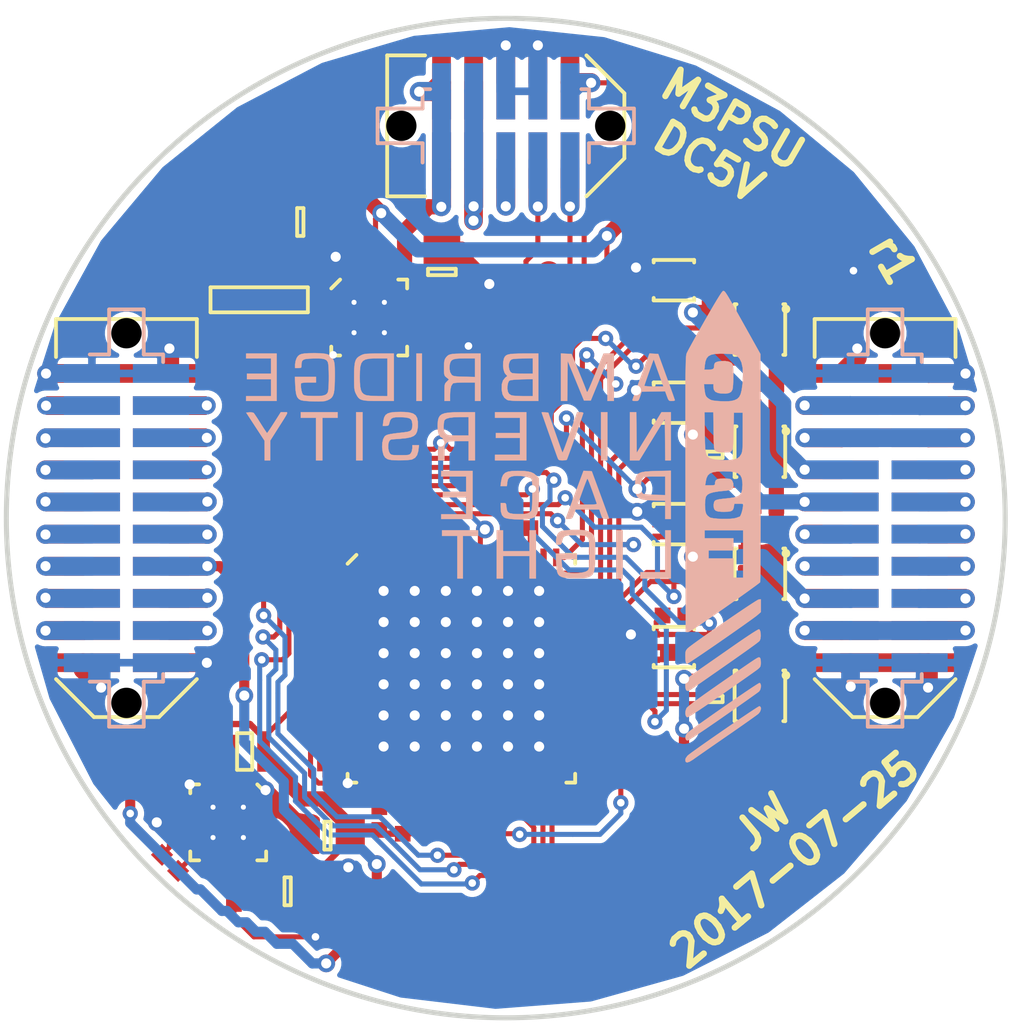
<source format=kicad_pcb>
(kicad_pcb (version 20160815) (host pcbnew "(2016-12-10 revision 9c758c4)-makepkg")
  (title_block (title "M3PSU - DC/DC 5V Board") (date 2017-02-28) (rev 1) (company "CU Spaceflight") (comment 1 "Drawn by: Jamie Wood"))
  (layers (0 F.Cu signal) (31 B.Cu signal) (34 B.Paste user hide) (35 F.Paste user hide) (36 B.SilkS user) (37 F.SilkS user) (38 B.Mask user) (39 F.Mask user) (44 Edge.Cuts user))
  (net 0 "")
  (net 1 GND)
  (net 2 "Net-(C2-Pad2)")
  (net 3 "Net-(C3-Pad2)")
  (net 4 VCC)
  (net 5 "Net-(IC1-Pad32)")
  (net 6 /JTMS)
  (net 7 /3v3_RADIO)
  (net 8 /JTCK)
  (net 9 /3v3_FC)
  (net 10 /3v3_PYRO)
  (net 11 /JTDR)
  (net 12 /3v3_DL)
  (net 13 /RSVD1)
  (net 14 /3v3_AUX1)
  (net 15 /3v3_AUX2)
  (net 16 /CAN-)
  (net 17 /RSVD2)
  (net 18 /CAN+)
  (net 19 /JTDI)
  (net 20 /VBATT)
  (net 21 3v3)
  (net 22 /PYRO_SO)
  (net 23 /PYRO_SI)
  (net 24 /5v_RADIO)
  (net 25 /PYRO1)
  (net 26 /PYRO2)
  (net 27 /PYRO3)
  (net 28 /5v_AUX2)
  (net 29 /PYRO4)
  (net 30 /5v_CAM)
  (net 31 /PWR)
  (net 32 /CHARGE)
  (net 33 /5v_IMU)
  (net 34 /5v_AUX1)
  (net 35 /3v3_IMU)
  (net 36 /5v_CAN)
  (net 37 /SDA)
  (net 38 /SCL)
  (net 39 /~ALERT)
  (net 40 "Net-(IC1-Pad24)")
  (net 41 /ISNS0+)
  (net 42 /VEN_0)
  (net 43 /VEN_1)
  (net 44 /VEN_2)
  (net 45 /VEN_3)
  (net 46 "Net-(IC1-Pad22)")
  (net 47 "Net-(IC1-Pad23)")
  (net 48 "Net-(IC1-Pad25)")
  (net 49 "Net-(IC1-Pad26)")
  (net 50 "Net-(IC1-Pad33)")
  (net 51 "Net-(C4-Pad1)")
  (net 52 "Net-(C4-Pad2)")
  (net 53 /ISNS1+)
  (net 54 /ISNS2+)
  (net 55 /ISNS3+)
  (net 56 /V_DIST)
  (net 57 "Net-(Q1-PadD)")
  (net 58 "Net-(Q2-PadD)")
  (net 59 "Net-(Q3-PadD)")
  (net 60 "Net-(Q4-PadD)")
  (net 61 "Net-(C7-Pad1)")
  (net 62 "Net-(C11-Pad1)")
  (net 63 "Net-(IC2-Pad1)")
  (net 64 "Net-(IC3-Pad1)")
  (net 65 "Net-(IC1-Pad18)")
  (net 66 /PSU_RSVD)
  (module agg:0402 (layer F.Cu) (at 106.65 103.85 180)
    (fp_text reference R21)
    (fp_text value 1M)
    (pad 1 smd rect (at -0.45 0 180) (size 0.62 0.62) (layers F.Cu F.Paste F.Mask) (net 42 /VEN_0))
    (pad 2 smd rect (at 0.45 0 180) (size 0.62 0.62) (layers F.Cu F.Paste F.Mask) (net 1 GND))
  )
  (module m3psu:cusf_logo_full (layer B.Cu) (at 99.925 100.325 180)
    (fp_text reference G*** hide)
    (fp_text value LOGO hide)
  )
  (module agg:XFL4020 (layer F.Cu) (at 90.25 91.375 90)
    (fp_text reference L1)
    (fp_text value 2u2)
    (pad 1 smd rect (at -1.185 0 90) (size 0.98 3.4) (layers F.Cu F.Paste F.Mask) (net 63 "Net-(IC2-Pad1)"))
    (pad 2 smd rect (at 1.185 0 90) (size 0.98 3.4) (layers F.Cu F.Paste F.Mask) (net 56 /V_DIST))
  )
  (module agg:TFML-105-02-L-D (layer F.Cu) (at 100 84.5)
    (fp_text reference J3)
    (fp_text value "NORTH TOP")
    (pad 1 smd rect (at -2.54 1.715) (size 0.74 2.92) (layers F.Cu F.Paste F.Mask) (net 4 VCC))
    (pad 2 smd rect (at -2.54 -1.715) (size 0.74 2.92) (layers F.Cu F.Paste F.Mask) (net 4 VCC))
    (pad 3 smd rect (at -1.27 1.715) (size 0.74 2.92) (layers F.Cu F.Paste F.Mask) (net 20 /VBATT))
    (pad 4 smd rect (at -1.27 -1.715) (size 0.74 2.92) (layers F.Cu F.Paste F.Mask) (net 20 /VBATT))
    (pad 5 smd rect (at 0 1.715) (size 0.74 2.92) (layers F.Cu F.Paste F.Mask) (net 66 /PSU_RSVD))
    (pad 6 smd rect (at 0 -1.715) (size 0.74 2.92) (layers F.Cu F.Paste F.Mask) (net 1 GND))
    (pad 7 smd rect (at 1.27 1.715) (size 0.74 2.92) (layers F.Cu F.Paste F.Mask) (net 37 /SDA))
    (pad 8 smd rect (at 1.27 -1.715) (size 0.74 2.92) (layers F.Cu F.Paste F.Mask) (net 1 GND))
    (pad 9 smd rect (at 2.54 1.715) (size 0.74 2.92) (layers F.Cu F.Paste F.Mask) (net 38 /SCL))
    (pad 10 smd rect (at 2.54 -1.715) (size 0.74 2.92) (layers F.Cu F.Paste F.Mask) (net 39 /~ALERT))
  )
  (module agg:SFML-110-02-L-D-LC (layer B.Cu) (at 115 100 270)
    (fp_text reference J5)
    (fp_text value "EAST BOT")
    (pad 1 smd rect (at -5.715 1.365 270) (size 0.74 2.22) (layers B.Cu B.Paste B.Mask) (net 1 GND))
    (pad 2 smd rect (at -5.715 -1.365 270) (size 0.74 2.22) (layers B.Cu B.Paste B.Mask) (net 1 GND))
    (pad 3 smd rect (at -4.445 1.365 270) (size 0.74 2.22) (layers B.Cu B.Paste B.Mask) (net 22 /PYRO_SO))
    (pad 4 smd rect (at -4.445 -1.365 270) (size 0.74 2.22) (layers B.Cu B.Paste B.Mask) (net 22 /PYRO_SO))
    (pad 5 smd rect (at -3.175 1.365 270) (size 0.74 2.22) (layers B.Cu B.Paste B.Mask) (net 23 /PYRO_SI))
    (pad 6 smd rect (at -3.175 -1.365 270) (size 0.74 2.22) (layers B.Cu B.Paste B.Mask) (net 23 /PYRO_SI))
    (pad 7 smd rect (at -1.905 1.365 270) (size 0.74 2.22) (layers B.Cu B.Paste B.Mask) (net 24 /5v_RADIO))
    (pad 8 smd rect (at -1.905 -1.365 270) (size 0.74 2.22) (layers B.Cu B.Paste B.Mask) (net 25 /PYRO1))
    (pad 9 smd rect (at -0.635 1.365 270) (size 0.74 2.22) (layers B.Cu B.Paste B.Mask) (net 33 /5v_IMU))
    (pad 10 smd rect (at -0.635 -1.365 270) (size 0.74 2.22) (layers B.Cu B.Paste B.Mask) (net 26 /PYRO2))
    (pad 11 smd rect (at 0.635 1.365 270) (size 0.74 2.22) (layers B.Cu B.Paste B.Mask) (net 34 /5v_AUX1))
    (pad 12 smd rect (at 0.635 -1.365 270) (size 0.74 2.22) (layers B.Cu B.Paste B.Mask) (net 27 /PYRO3))
    (pad 13 smd rect (at 1.905 1.365 270) (size 0.74 2.22) (layers B.Cu B.Paste B.Mask) (net 28 /5v_AUX2))
    (pad 14 smd rect (at 1.905 -1.365 270) (size 0.74 2.22) (layers B.Cu B.Paste B.Mask) (net 29 /PYRO4))
    (pad 15 smd rect (at 3.175 1.365 270) (size 0.74 2.22) (layers B.Cu B.Paste B.Mask) (net 30 /5v_CAM))
    (pad 16 smd rect (at 3.175 -1.365 270) (size 0.74 2.22) (layers B.Cu B.Paste B.Mask) (net 31 /PWR))
    (pad 17 smd rect (at 4.445 1.365 270) (size 0.74 2.22) (layers B.Cu B.Paste B.Mask) (net 32 /CHARGE))
    (pad 18 smd rect (at 4.445 -1.365 270) (size 0.74 2.22) (layers B.Cu B.Paste B.Mask) (net 32 /CHARGE))
    (pad 19 smd rect (at 5.715 1.365 270) (size 0.74 2.22) (layers B.Cu B.Paste B.Mask) (net 1 GND))
    (pad 20 smd rect (at 5.715 -1.365 270) (size 0.74 2.22) (layers B.Cu B.Paste B.Mask) (net 1 GND))
    (pad "" np_thru_hole circle (at 7.305 0 270) (size 1.2 1.2) (drill 1.2) (layers *.Mask))
    (pad "" np_thru_hole circle (at -7.305 0 270) (size 1.2 1.2) (drill 1.2) (layers *.Mask))
  )
  (module agg:TFML-110-02-L-D (layer F.Cu) (at 115 100 270)
    (fp_text reference J4)
    (fp_text value "EAST TOP")
    (pad 1 smd rect (at -5.715 1.715 270) (size 0.74 2.92) (layers F.Cu F.Paste F.Mask) (net 1 GND))
    (pad 2 smd rect (at -5.715 -1.715 270) (size 0.74 2.92) (layers F.Cu F.Paste F.Mask) (net 1 GND))
    (pad 3 smd rect (at -4.445 1.715 270) (size 0.74 2.92) (layers F.Cu F.Paste F.Mask) (net 22 /PYRO_SO))
    (pad 4 smd rect (at -4.445 -1.715 270) (size 0.74 2.92) (layers F.Cu F.Paste F.Mask) (net 22 /PYRO_SO))
    (pad 5 smd rect (at -3.175 1.715 270) (size 0.74 2.92) (layers F.Cu F.Paste F.Mask) (net 23 /PYRO_SI))
    (pad 6 smd rect (at -3.175 -1.715 270) (size 0.74 2.92) (layers F.Cu F.Paste F.Mask) (net 23 /PYRO_SI))
    (pad 7 smd rect (at -1.905 1.715 270) (size 0.74 2.92) (layers F.Cu F.Paste F.Mask) (net 24 /5v_RADIO))
    (pad 8 smd rect (at -1.905 -1.715 270) (size 0.74 2.92) (layers F.Cu F.Paste F.Mask) (net 25 /PYRO1))
    (pad 9 smd rect (at -0.635 1.715 270) (size 0.74 2.92) (layers F.Cu F.Paste F.Mask) (net 33 /5v_IMU))
    (pad 10 smd rect (at -0.635 -1.715 270) (size 0.74 2.92) (layers F.Cu F.Paste F.Mask) (net 26 /PYRO2))
    (pad 11 smd rect (at 0.635 1.715 270) (size 0.74 2.92) (layers F.Cu F.Paste F.Mask) (net 34 /5v_AUX1))
    (pad 12 smd rect (at 0.635 -1.715 270) (size 0.74 2.92) (layers F.Cu F.Paste F.Mask) (net 27 /PYRO3))
    (pad 13 smd rect (at 1.905 1.715 270) (size 0.74 2.92) (layers F.Cu F.Paste F.Mask) (net 28 /5v_AUX2))
    (pad 14 smd rect (at 1.905 -1.715 270) (size 0.74 2.92) (layers F.Cu F.Paste F.Mask) (net 29 /PYRO4))
    (pad 15 smd rect (at 3.175 1.715 270) (size 0.74 2.92) (layers F.Cu F.Paste F.Mask) (net 30 /5v_CAM))
    (pad 16 smd rect (at 3.175 -1.715 270) (size 0.74 2.92) (layers F.Cu F.Paste F.Mask) (net 31 /PWR))
    (pad 17 smd rect (at 4.445 1.715 270) (size 0.74 2.92) (layers F.Cu F.Paste F.Mask) (net 32 /CHARGE))
    (pad 18 smd rect (at 4.445 -1.715 270) (size 0.74 2.92) (layers F.Cu F.Paste F.Mask) (net 32 /CHARGE))
    (pad 19 smd rect (at 5.715 1.715 270) (size 0.74 2.92) (layers F.Cu F.Paste F.Mask) (net 1 GND))
    (pad 20 smd rect (at 5.715 -1.715 270) (size 0.74 2.92) (layers F.Cu F.Paste F.Mask) (net 1 GND))
  )
  (module agg:SFML-110-02-L-D-LC (layer B.Cu) (at 85 100 270)
    (fp_text reference J2)
    (fp_text value "WEST BOT")
    (pad 1 smd rect (at -5.715 1.365 270) (size 0.74 2.22) (layers B.Cu B.Paste B.Mask) (net 1 GND))
    (pad 2 smd rect (at -5.715 -1.365 270) (size 0.74 2.22) (layers B.Cu B.Paste B.Mask) (net 1 GND))
    (pad 3 smd rect (at -4.445 1.365 270) (size 0.74 2.22) (layers B.Cu B.Paste B.Mask) (net 35 /3v3_IMU))
    (pad 4 smd rect (at -4.445 -1.365 270) (size 0.74 2.22) (layers B.Cu B.Paste B.Mask) (net 6 /JTMS))
    (pad 5 smd rect (at -3.175 1.365 270) (size 0.74 2.22) (layers B.Cu B.Paste B.Mask) (net 7 /3v3_RADIO))
    (pad 6 smd rect (at -3.175 -1.365 270) (size 0.74 2.22) (layers B.Cu B.Paste B.Mask) (net 8 /JTCK))
    (pad 7 smd rect (at -1.905 1.365 270) (size 0.74 2.22) (layers B.Cu B.Paste B.Mask) (net 9 /3v3_FC))
    (pad 8 smd rect (at -1.905 -1.365 270) (size 0.74 2.22) (layers B.Cu B.Paste B.Mask) (net 19 /JTDI))
    (pad 9 smd rect (at -0.635 1.365 270) (size 0.74 2.22) (layers B.Cu B.Paste B.Mask) (net 10 /3v3_PYRO))
    (pad 10 smd rect (at -0.635 -1.365 270) (size 0.74 2.22) (layers B.Cu B.Paste B.Mask) (net 11 /JTDR))
    (pad 11 smd rect (at 0.635 1.365 270) (size 0.74 2.22) (layers B.Cu B.Paste B.Mask) (net 12 /3v3_DL))
    (pad 12 smd rect (at 0.635 -1.365 270) (size 0.74 2.22) (layers B.Cu B.Paste B.Mask) (net 13 /RSVD1))
    (pad 13 smd rect (at 1.905 1.365 270) (size 0.74 2.22) (layers B.Cu B.Paste B.Mask) (net 14 /3v3_AUX1))
    (pad 14 smd rect (at 1.905 -1.365 270) (size 0.74 2.22) (layers B.Cu B.Paste B.Mask) (net 36 /5v_CAN))
    (pad 15 smd rect (at 3.175 1.365 270) (size 0.74 2.22) (layers B.Cu B.Paste B.Mask) (net 15 /3v3_AUX2))
    (pad 16 smd rect (at 3.175 -1.365 270) (size 0.74 2.22) (layers B.Cu B.Paste B.Mask) (net 16 /CAN-))
    (pad 17 smd rect (at 4.445 1.365 270) (size 0.74 2.22) (layers B.Cu B.Paste B.Mask) (net 17 /RSVD2))
    (pad 18 smd rect (at 4.445 -1.365 270) (size 0.74 2.22) (layers B.Cu B.Paste B.Mask) (net 18 /CAN+))
    (pad 19 smd rect (at 5.715 1.365 270) (size 0.74 2.22) (layers B.Cu B.Paste B.Mask) (net 1 GND))
    (pad 20 smd rect (at 5.715 -1.365 270) (size 0.74 2.22) (layers B.Cu B.Paste B.Mask) (net 1 GND))
    (pad "" np_thru_hole circle (at 7.305 0 270) (size 1.2 1.2) (drill 1.2) (layers *.Mask))
    (pad "" np_thru_hole circle (at -7.305 0 270) (size 1.2 1.2) (drill 1.2) (layers *.Mask))
  )
  (module agg:TFML-110-02-L-D (layer F.Cu) (at 85 100 270)
    (fp_text reference J1)
    (fp_text value "WEST TOP")
    (pad 1 smd rect (at -5.715 1.715 270) (size 0.74 2.92) (layers F.Cu F.Paste F.Mask) (net 1 GND))
    (pad 2 smd rect (at -5.715 -1.715 270) (size 0.74 2.92) (layers F.Cu F.Paste F.Mask) (net 1 GND))
    (pad 3 smd rect (at -4.445 1.715 270) (size 0.74 2.92) (layers F.Cu F.Paste F.Mask) (net 35 /3v3_IMU))
    (pad 4 smd rect (at -4.445 -1.715 270) (size 0.74 2.92) (layers F.Cu F.Paste F.Mask) (net 6 /JTMS))
    (pad 5 smd rect (at -3.175 1.715 270) (size 0.74 2.92) (layers F.Cu F.Paste F.Mask) (net 7 /3v3_RADIO))
    (pad 6 smd rect (at -3.175 -1.715 270) (size 0.74 2.92) (layers F.Cu F.Paste F.Mask) (net 8 /JTCK))
    (pad 7 smd rect (at -1.905 1.715 270) (size 0.74 2.92) (layers F.Cu F.Paste F.Mask) (net 9 /3v3_FC))
    (pad 8 smd rect (at -1.905 -1.715 270) (size 0.74 2.92) (layers F.Cu F.Paste F.Mask) (net 19 /JTDI))
    (pad 9 smd rect (at -0.635 1.715 270) (size 0.74 2.92) (layers F.Cu F.Paste F.Mask) (net 10 /3v3_PYRO))
    (pad 10 smd rect (at -0.635 -1.715 270) (size 0.74 2.92) (layers F.Cu F.Paste F.Mask) (net 11 /JTDR))
    (pad 11 smd rect (at 0.635 1.715 270) (size 0.74 2.92) (layers F.Cu F.Paste F.Mask) (net 12 /3v3_DL))
    (pad 12 smd rect (at 0.635 -1.715 270) (size 0.74 2.92) (layers F.Cu F.Paste F.Mask) (net 13 /RSVD1))
    (pad 13 smd rect (at 1.905 1.715 270) (size 0.74 2.92) (layers F.Cu F.Paste F.Mask) (net 14 /3v3_AUX1))
    (pad 14 smd rect (at 1.905 -1.715 270) (size 0.74 2.92) (layers F.Cu F.Paste F.Mask) (net 36 /5v_CAN))
    (pad 15 smd rect (at 3.175 1.715 270) (size 0.74 2.92) (layers F.Cu F.Paste F.Mask) (net 15 /3v3_AUX2))
    (pad 16 smd rect (at 3.175 -1.715 270) (size 0.74 2.92) (layers F.Cu F.Paste F.Mask) (net 16 /CAN-))
    (pad 17 smd rect (at 4.445 1.715 270) (size 0.74 2.92) (layers F.Cu F.Paste F.Mask) (net 17 /RSVD2))
    (pad 18 smd rect (at 4.445 -1.715 270) (size 0.74 2.92) (layers F.Cu F.Paste F.Mask) (net 18 /CAN+))
    (pad 19 smd rect (at 5.715 1.715 270) (size 0.74 2.92) (layers F.Cu F.Paste F.Mask) (net 1 GND))
    (pad 20 smd rect (at 5.715 -1.715 270) (size 0.74 2.92) (layers F.Cu F.Paste F.Mask) (net 1 GND))
  )
  (module agg:SFML-105-02-L-D-LC (layer B.Cu) (at 100 84.5)
    (fp_text reference J6)
    (fp_text value "NORTH BOT")
    (pad 1 smd rect (at -2.54 1.365) (size 0.74 2.22) (layers B.Cu B.Paste B.Mask) (net 4 VCC))
    (pad 2 smd rect (at -2.54 -1.365) (size 0.74 2.22) (layers B.Cu B.Paste B.Mask) (net 4 VCC))
    (pad 3 smd rect (at -1.27 1.365) (size 0.74 2.22) (layers B.Cu B.Paste B.Mask) (net 20 /VBATT))
    (pad 4 smd rect (at -1.27 -1.365) (size 0.74 2.22) (layers B.Cu B.Paste B.Mask) (net 20 /VBATT))
    (pad 5 smd rect (at 0 1.365) (size 0.74 2.22) (layers B.Cu B.Paste B.Mask) (net 66 /PSU_RSVD))
    (pad 6 smd rect (at 0 -1.365) (size 0.74 2.22) (layers B.Cu B.Paste B.Mask) (net 1 GND))
    (pad 7 smd rect (at 1.27 1.365) (size 0.74 2.22) (layers B.Cu B.Paste B.Mask) (net 37 /SDA))
    (pad 8 smd rect (at 1.27 -1.365) (size 0.74 2.22) (layers B.Cu B.Paste B.Mask) (net 1 GND))
    (pad 9 smd rect (at 2.54 1.365) (size 0.74 2.22) (layers B.Cu B.Paste B.Mask) (net 38 /SCL))
    (pad 10 smd rect (at 2.54 -1.365) (size 0.74 2.22) (layers B.Cu B.Paste B.Mask) (net 39 /~ALERT))
    (pad "" np_thru_hole circle (at 4.13 0) (size 1.2 1.2) (drill 1.2) (layers *.Mask))
    (pad "" np_thru_hole circle (at -4.13 0) (size 1.2 1.2) (drill 1.2) (layers *.Mask))
  )
  (module agg:QFN-64-EP-LTC-UP (layer F.Cu) (at 98.245 105.955)
    (fp_text reference IC1)
    (fp_text value LTC2975)
    (pad 1 smd rect (at -4.4 -3.75) (size 0.7 0.25) (layers F.Cu F.Paste F.Mask) (net 41 /ISNS0+))
    (pad 2 smd rect (at -4.4 -3.25) (size 0.7 0.25) (layers F.Cu F.Paste F.Mask) (net 1 GND))
    (pad 3 smd rect (at -4.4 -2.75) (size 0.7 0.25) (layers F.Cu F.Paste F.Mask) (net 42 /VEN_0))
    (pad 4 smd rect (at -4.4 -2.25) (size 0.7 0.25) (layers F.Cu F.Paste F.Mask) (net 43 /VEN_1))
    (pad 5 smd rect (at -4.4 -1.75) (size 0.7 0.25) (layers F.Cu F.Paste F.Mask) (net 44 /VEN_2))
    (pad 6 smd rect (at -4.4 -1.25) (size 0.7 0.25) (layers F.Cu F.Paste F.Mask) (net 45 /VEN_3))
    (pad 7 smd rect (at -4.4 -0.75) (size 0.7 0.25) (layers F.Cu F.Paste F.Mask))
    (pad 8 smd rect (at -4.4 -0.25) (size 0.7 0.25) (layers F.Cu F.Paste F.Mask))
    (pad 9 smd rect (at -4.4 0.25) (size 0.7 0.25) (layers F.Cu F.Paste F.Mask) (net 56 /V_DIST))
    (pad 10 smd rect (at -4.4 0.75) (size 0.7 0.25) (layers F.Cu F.Paste F.Mask) (net 21 3v3))
    (pad 11 smd rect (at -4.4 1.25) (size 0.7 0.25) (layers F.Cu F.Paste F.Mask) (net 21 3v3))
    (pad 12 smd rect (at -4.4 1.75) (size 0.7 0.25) (layers F.Cu F.Paste F.Mask) (net 21 3v3))
    (pad 13 smd rect (at -4.4 2.25) (size 0.7 0.25) (layers F.Cu F.Paste F.Mask) (net 3 "Net-(C3-Pad2)"))
    (pad 14 smd rect (at -4.4 2.75) (size 0.7 0.25) (layers F.Cu F.Paste F.Mask) (net 3 "Net-(C3-Pad2)"))
    (pad 15 smd rect (at -4.4 3.25) (size 0.7 0.25) (layers F.Cu F.Paste F.Mask) (net 1 GND))
    (pad 16 smd rect (at -4.4 3.75) (size 0.7 0.25) (layers F.Cu F.Paste F.Mask) (net 1 GND))
    (pad 17 smd rect (at -3.75 4.4) (size 0.25 0.7) (layers F.Cu F.Paste F.Mask))
    (pad 18 smd rect (at -3.25 4.4) (size 0.25 0.7) (layers F.Cu F.Paste F.Mask) (net 65 "Net-(IC1-Pad18)"))
    (pad 19 smd rect (at -2.75 4.4) (size 0.25 0.7) (layers F.Cu F.Paste F.Mask) (net 1 GND))
    (pad 20 smd rect (at -2.25 4.4) (size 0.25 0.7) (layers F.Cu F.Paste F.Mask) (net 1 GND))
    (pad 21 smd rect (at -1.75 4.4) (size 0.25 0.7) (layers F.Cu F.Paste F.Mask) (net 1 GND))
    (pad 22 smd rect (at -1.25 4.4) (size 0.25 0.7) (layers F.Cu F.Paste F.Mask) (net 46 "Net-(IC1-Pad22)"))
    (pad 23 smd rect (at -0.75 4.4) (size 0.25 0.7) (layers F.Cu F.Paste F.Mask) (net 47 "Net-(IC1-Pad23)"))
    (pad 24 smd rect (at -0.25 4.4) (size 0.25 0.7) (layers F.Cu F.Paste F.Mask) (net 40 "Net-(IC1-Pad24)"))
    (pad 25 smd rect (at 0.25 4.4) (size 0.25 0.7) (layers F.Cu F.Paste F.Mask) (net 48 "Net-(IC1-Pad25)"))
    (pad 26 smd rect (at 0.75 4.4) (size 0.25 0.7) (layers F.Cu F.Paste F.Mask) (net 49 "Net-(IC1-Pad26)"))
    (pad 27 smd rect (at 1.25 4.4) (size 0.25 0.7) (layers F.Cu F.Paste F.Mask) (net 1 GND))
    (pad 28 smd rect (at 1.75 4.4) (size 0.25 0.7) (layers F.Cu F.Paste F.Mask) (net 1 GND))
    (pad 29 smd rect (at 2.25 4.4) (size 0.25 0.7) (layers F.Cu F.Paste F.Mask) (net 37 /SDA))
    (pad 30 smd rect (at 2.75 4.4) (size 0.25 0.7) (layers F.Cu F.Paste F.Mask) (net 38 /SCL))
    (pad 31 smd rect (at 3.25 4.4) (size 0.25 0.7) (layers F.Cu F.Paste F.Mask) (net 39 /~ALERT))
    (pad 32 smd rect (at 3.75 4.4) (size 0.25 0.7) (layers F.Cu F.Paste F.Mask) (net 5 "Net-(IC1-Pad32)"))
    (pad 33 smd rect (at 4.4 3.75) (size 0.7 0.25) (layers F.Cu F.Paste F.Mask) (net 50 "Net-(IC1-Pad33)"))
    (pad 34 smd rect (at 4.4 3.25) (size 0.7 0.25) (layers F.Cu F.Paste F.Mask) (net 1 GND))
    (pad 35 smd rect (at 4.4 2.75) (size 0.7 0.25) (layers F.Cu F.Paste F.Mask) (net 1 GND))
    (pad 36 smd rect (at 4.4 2.25) (size 0.7 0.25) (layers F.Cu F.Paste F.Mask) (net 1 GND))
    (pad 37 smd rect (at 4.4 1.75) (size 0.7 0.25) (layers F.Cu F.Paste F.Mask) (net 1 GND))
    (pad 38 smd rect (at 4.4 1.25) (size 0.7 0.25) (layers F.Cu F.Paste F.Mask) (net 51 "Net-(C4-Pad1)"))
    (pad 39 smd rect (at 4.4 0.75) (size 0.7 0.25) (layers F.Cu F.Paste F.Mask) (net 1 GND))
    (pad 40 smd rect (at 4.4 0.25) (size 0.7 0.25) (layers F.Cu F.Paste F.Mask) (net 52 "Net-(C4-Pad2)"))
    (pad 41 smd rect (at 4.4 -0.25) (size 0.7 0.25) (layers F.Cu F.Paste F.Mask) (net 41 /ISNS0+))
    (pad 42 smd rect (at 4.4 -0.75) (size 0.7 0.25) (layers F.Cu F.Paste F.Mask) (net 36 /5v_CAN))
    (pad 43 smd rect (at 4.4 -1.25) (size 0.7 0.25) (layers F.Cu F.Paste F.Mask) (net 53 /ISNS1+))
    (pad 44 smd rect (at 4.4 -1.75) (size 0.7 0.25) (layers F.Cu F.Paste F.Mask) (net 30 /5v_CAM))
    (pad 45 smd rect (at 4.4 -2.25) (size 0.7 0.25) (layers F.Cu F.Paste F.Mask) (net 54 /ISNS2+))
    (pad 46 smd rect (at 4.4 -2.75) (size 0.7 0.25) (layers F.Cu F.Paste F.Mask) (net 33 /5v_IMU))
    (pad 47 smd rect (at 4.4 -3.25) (size 0.7 0.25) (layers F.Cu F.Paste F.Mask) (net 55 /ISNS3+))
    (pad 48 smd rect (at 4.4 -3.75) (size 0.7 0.25) (layers F.Cu F.Paste F.Mask) (net 24 /5v_RADIO))
    (pad 49 smd rect (at 3.75 -4.4) (size 0.25 0.7) (layers F.Cu F.Paste F.Mask) (net 55 /ISNS3+))
    (pad 50 smd rect (at 3.25 -4.4) (size 0.25 0.7) (layers F.Cu F.Paste F.Mask) (net 1 GND))
    (pad 51 smd rect (at 2.75 -4.4) (size 0.25 0.7) (layers F.Cu F.Paste F.Mask) (net 2 "Net-(C2-Pad2)"))
    (pad 52 smd rect (at 2.25 -4.4) (size 0.25 0.7) (layers F.Cu F.Paste F.Mask) (net 1 GND))
    (pad 53 smd rect (at 1.75 -4.4) (size 0.25 0.7) (layers F.Cu F.Paste F.Mask))
    (pad 54 smd rect (at 1.25 -4.4) (size 0.25 0.7) (layers F.Cu F.Paste F.Mask))
    (pad 55 smd rect (at 0.75 -4.4) (size 0.25 0.7) (layers F.Cu F.Paste F.Mask) (net 56 /V_DIST))
    (pad 56 smd rect (at 0.25 -4.4) (size 0.25 0.7) (layers F.Cu F.Paste F.Mask) (net 56 /V_DIST))
    (pad 57 smd rect (at -0.25 -4.4) (size 0.25 0.7) (layers F.Cu F.Paste F.Mask))
    (pad 58 smd rect (at -0.75 -4.4) (size 0.25 0.7) (layers F.Cu F.Paste F.Mask))
    (pad 59 smd rect (at -1.25 -4.4) (size 0.25 0.7) (layers F.Cu F.Paste F.Mask) (net 1 GND))
    (pad 60 smd rect (at -1.75 -4.4) (size 0.25 0.7) (layers F.Cu F.Paste F.Mask) (net 1 GND))
    (pad 61 smd rect (at -2.25 -4.4) (size 0.25 0.7) (layers F.Cu F.Paste F.Mask) (net 54 /ISNS2+))
    (pad 62 smd rect (at -2.75 -4.4) (size 0.25 0.7) (layers F.Cu F.Paste F.Mask) (net 1 GND))
    (pad 63 smd rect (at -3.25 -4.4) (size 0.25 0.7) (layers F.Cu F.Paste F.Mask) (net 53 /ISNS1+))
    (pad 64 smd rect (at -3.75 -4.4) (size 0.25 0.7) (layers F.Cu F.Paste F.Mask) (net 1 GND))
    (pad EP thru_hole circle (at -3.075 -3.075) (size 0.8 0.8) (drill 0.4) (layers *.Cu) (net 1 GND))
    (pad EP thru_hole circle (at -3.075 -1.845) (size 0.8 0.8) (drill 0.4) (layers *.Cu) (net 1 GND))
    (pad EP thru_hole circle (at -3.075 -0.615) (size 0.8 0.8) (drill 0.4) (layers *.Cu) (net 1 GND))
    (pad EP thru_hole circle (at -3.075 0.615) (size 0.8 0.8) (drill 0.4) (layers *.Cu) (net 1 GND))
    (pad EP thru_hole circle (at -3.075 1.845) (size 0.8 0.8) (drill 0.4) (layers *.Cu) (net 1 GND))
    (pad EP thru_hole circle (at -3.075 3.075) (size 0.8 0.8) (drill 0.4) (layers *.Cu) (net 1 GND))
    (pad EP thru_hole circle (at -1.845 -3.075) (size 0.8 0.8) (drill 0.4) (layers *.Cu) (net 1 GND))
    (pad EP thru_hole circle (at -1.845 -1.845) (size 0.8 0.8) (drill 0.4) (layers *.Cu) (net 1 GND))
    (pad EP thru_hole circle (at -1.845 -0.615) (size 0.8 0.8) (drill 0.4) (layers *.Cu) (net 1 GND))
    (pad EP thru_hole circle (at -1.845 0.615) (size 0.8 0.8) (drill 0.4) (layers *.Cu) (net 1 GND))
    (pad EP thru_hole circle (at -1.845 1.845) (size 0.8 0.8) (drill 0.4) (layers *.Cu) (net 1 GND))
    (pad EP thru_hole circle (at -1.845 3.075) (size 0.8 0.8) (drill 0.4) (layers *.Cu) (net 1 GND))
    (pad EP thru_hole circle (at -0.615 -3.075) (size 0.8 0.8) (drill 0.4) (layers *.Cu) (net 1 GND))
    (pad EP thru_hole circle (at -0.615 -1.845) (size 0.8 0.8) (drill 0.4) (layers *.Cu) (net 1 GND))
    (pad EP thru_hole circle (at -0.615 -0.615) (size 0.8 0.8) (drill 0.4) (layers *.Cu) (net 1 GND))
    (pad EP thru_hole circle (at -0.615 0.615) (size 0.8 0.8) (drill 0.4) (layers *.Cu) (net 1 GND))
    (pad EP thru_hole circle (at -0.615 1.845) (size 0.8 0.8) (drill 0.4) (layers *.Cu) (net 1 GND))
    (pad EP thru_hole circle (at -0.615 3.075) (size 0.8 0.8) (drill 0.4) (layers *.Cu) (net 1 GND))
    (pad EP thru_hole circle (at 0.615 -3.075) (size 0.8 0.8) (drill 0.4) (layers *.Cu) (net 1 GND))
    (pad EP thru_hole circle (at 0.615 -1.845) (size 0.8 0.8) (drill 0.4) (layers *.Cu) (net 1 GND))
    (pad EP thru_hole circle (at 0.615 -0.615) (size 0.8 0.8) (drill 0.4) (layers *.Cu) (net 1 GND))
    (pad EP thru_hole circle (at 0.615 0.615) (size 0.8 0.8) (drill 0.4) (layers *.Cu) (net 1 GND))
    (pad EP thru_hole circle (at 0.615 1.845) (size 0.8 0.8) (drill 0.4) (layers *.Cu) (net 1 GND))
    (pad EP thru_hole circle (at 0.615 3.075) (size 0.8 0.8) (drill 0.4) (layers *.Cu) (net 1 GND))
    (pad EP thru_hole circle (at 1.845 -3.075) (size 0.8 0.8) (drill 0.4) (layers *.Cu) (net 1 GND))
    (pad EP thru_hole circle (at 1.845 -1.845) (size 0.8 0.8) (drill 0.4) (layers *.Cu) (net 1 GND))
    (pad EP thru_hole circle (at 1.845 -0.615) (size 0.8 0.8) (drill 0.4) (layers *.Cu) (net 1 GND))
    (pad EP thru_hole circle (at 1.845 0.615) (size 0.8 0.8) (drill 0.4) (layers *.Cu) (net 1 GND))
    (pad EP thru_hole circle (at 1.845 1.845) (size 0.8 0.8) (drill 0.4) (layers *.Cu) (net 1 GND))
    (pad EP thru_hole circle (at 1.845 3.075) (size 0.8 0.8) (drill 0.4) (layers *.Cu) (net 1 GND))
    (pad EP thru_hole circle (at 3.075 -3.075) (size 0.8 0.8) (drill 0.4) (layers *.Cu) (net 1 GND))
    (pad EP thru_hole circle (at 3.075 -1.845) (size 0.8 0.8) (drill 0.4) (layers *.Cu) (net 1 GND))
    (pad EP thru_hole circle (at 3.075 -0.615) (size 0.8 0.8) (drill 0.4) (layers *.Cu) (net 1 GND))
    (pad EP thru_hole circle (at 3.075 0.615) (size 0.8 0.8) (drill 0.4) (layers *.Cu) (net 1 GND))
    (pad EP thru_hole circle (at 3.075 1.845) (size 0.8 0.8) (drill 0.4) (layers *.Cu) (net 1 GND))
    (pad EP thru_hole circle (at 3.075 3.075) (size 0.8 0.8) (drill 0.4) (layers *.Cu) (net 1 GND))
    (pad EP smd rect (at 0 0) (size 7.15 7.15) (layers F.Cu) (net 1 GND))
  )
  (module agg:0402 (layer F.Cu) (at 92.85 107.375 90)
    (fp_text reference C1)
    (fp_text value 100n)
    (pad 2 smd rect (at 0.45 0 90) (size 0.62 0.62) (layers F.Cu F.Paste F.Mask) (net 21 3v3))
    (pad 1 smd rect (at -0.45 0 90) (size 0.62 0.62) (layers F.Cu F.Paste F.Mask) (net 1 GND))
  )
  (module agg:0402 (layer F.Cu) (at 100.525 100.4)
    (fp_text reference C2)
    (fp_text value 10n)
    (pad 2 smd rect (at 0.45 0) (size 0.62 0.62) (layers F.Cu F.Paste F.Mask) (net 2 "Net-(C2-Pad2)"))
    (pad 1 smd rect (at -0.45 0) (size 0.62 0.62) (layers F.Cu F.Paste F.Mask) (net 1 GND))
  )
  (module agg:0402 (layer F.Cu) (at 92.85 109.25 90)
    (fp_text reference C3)
    (fp_text value 100n)
    (pad 1 smd rect (at -0.45 0 90) (size 0.62 0.62) (layers F.Cu F.Paste F.Mask) (net 1 GND))
    (pad 2 smd rect (at 0.45 0 90) (size 0.62 0.62) (layers F.Cu F.Paste F.Mask) (net 3 "Net-(C3-Pad2)"))
  )
  (module agg:0402 (layer F.Cu) (at 103.75 106.8 90)
    (fp_text reference C4)
    (fp_text value 100n)
    (pad 2 smd rect (at 0.45 0 90) (size 0.62 0.62) (layers F.Cu F.Paste F.Mask) (net 52 "Net-(C4-Pad2)"))
    (pad 1 smd rect (at -0.45 0 90) (size 0.62 0.62) (layers F.Cu F.Paste F.Mask) (net 51 "Net-(C4-Pad1)"))
  )
  (module agg:0402 (layer F.Cu) (at 98.7 112.025 90)
    (fp_text reference R2)
    (fp_text value 10k)
    (pad 2 smd rect (at 0.45 0 90) (size 0.62 0.62) (layers F.Cu F.Paste F.Mask) (net 48 "Net-(IC1-Pad25)"))
    (pad 1 smd rect (at -0.45 0 90) (size 0.62 0.62) (layers F.Cu F.Paste F.Mask) (net 21 3v3))
  )
  (module agg:0402 (layer F.Cu) (at 104.1 109.325 180)
    (fp_text reference R3)
    (fp_text value 10k)
    (pad 2 smd rect (at 0.45 0 180) (size 0.62 0.62) (layers F.Cu F.Paste F.Mask) (net 50 "Net-(IC1-Pad33)"))
    (pad 1 smd rect (at -0.45 0 180) (size 0.62 0.62) (layers F.Cu F.Paste F.Mask) (net 21 3v3))
  )
  (module agg:0402 (layer F.Cu) (at 96.85 112.025 90)
    (fp_text reference R4)
    (fp_text value 10k)
    (pad 1 smd rect (at -0.45 0 90) (size 0.62 0.62) (layers F.Cu F.Paste F.Mask) (net 21 3v3))
    (pad 2 smd rect (at 0.45 0 90) (size 0.62 0.62) (layers F.Cu F.Paste F.Mask) (net 47 "Net-(IC1-Pad23)"))
  )
  (module agg:0402 (layer F.Cu) (at 104.1 110.275 180)
    (fp_text reference R5)
    (fp_text value 10k)
    (pad 1 smd rect (at -0.45 0 180) (size 0.62 0.62) (layers F.Cu F.Paste F.Mask) (net 21 3v3))
    (pad 2 smd rect (at 0.45 0 180) (size 0.62 0.62) (layers F.Cu F.Paste F.Mask) (net 5 "Net-(IC1-Pad32)"))
  )
  (module agg:0402 (layer F.Cu) (at 95.925 112.025 90)
    (fp_text reference R6)
    (fp_text value 10k)
    (pad 1 smd rect (at -0.45 0 90) (size 0.62 0.62) (layers F.Cu F.Paste F.Mask) (net 21 3v3))
    (pad 2 smd rect (at 0.45 0 90) (size 0.62 0.62) (layers F.Cu F.Paste F.Mask) (net 46 "Net-(IC1-Pad22)"))
  )
  (module agg:0402 (layer F.Cu) (at 97.775 112.025 90)
    (fp_text reference R7)
    (fp_text value 10k)
    (pad 1 smd rect (at -0.45 0 90) (size 0.62 0.62) (layers F.Cu F.Paste F.Mask) (net 21 3v3))
    (pad 2 smd rect (at 0.45 0 90) (size 0.62 0.62) (layers F.Cu F.Paste F.Mask) (net 40 "Net-(IC1-Pad24)"))
  )
  (module agg:0402 (layer F.Cu) (at 99.625 112.025 90)
    (fp_text reference R8)
    (fp_text value 10k)
    (pad 1 smd rect (at -0.45 0 90) (size 0.62 0.62) (layers F.Cu F.Paste F.Mask) (net 21 3v3))
    (pad 2 smd rect (at 0.45 0 90) (size 0.62 0.62) (layers F.Cu F.Paste F.Mask) (net 49 "Net-(IC1-Pad26)"))
  )
  (module agg:0402 (layer F.Cu) (at 110.25 104.35 180)
    (fp_text reference R9)
    (fp_text value 33k)
    (pad 2 smd rect (at 0.45 0 180) (size 0.62 0.62) (layers F.Cu F.Paste F.Mask) (net 42 /VEN_0))
    (pad 1 smd rect (at -0.45 0 180) (size 0.62 0.62) (layers F.Cu F.Paste F.Mask) (net 56 /V_DIST))
  )
  (module agg:0402 (layer F.Cu) (at 110.25 99.525 180)
    (fp_text reference R10)
    (fp_text value 33k)
    (pad 2 smd rect (at 0.45 0 180) (size 0.62 0.62) (layers F.Cu F.Paste F.Mask) (net 43 /VEN_1))
    (pad 1 smd rect (at -0.45 0 180) (size 0.62 0.62) (layers F.Cu F.Paste F.Mask) (net 56 /V_DIST))
  )
  (module agg:0402 (layer F.Cu) (at 110.25 94.7 180)
    (fp_text reference R11)
    (fp_text value 33k)
    (pad 2 smd rect (at 0.45 0 180) (size 0.62 0.62) (layers F.Cu F.Paste F.Mask) (net 44 /VEN_2))
    (pad 1 smd rect (at -0.45 0 180) (size 0.62 0.62) (layers F.Cu F.Paste F.Mask) (net 56 /V_DIST))
  )
  (module agg:0402 (layer F.Cu) (at 110.25 89.875 180)
    (fp_text reference R12)
    (fp_text value 33k)
    (pad 2 smd rect (at 0.45 0 180) (size 0.62 0.62) (layers F.Cu F.Paste F.Mask) (net 45 /VEN_3))
    (pad 1 smd rect (at -0.45 0 180) (size 0.62 0.62) (layers F.Cu F.Paste F.Mask) (net 56 /V_DIST))
  )
  (module agg:0402 (layer F.Cu) (at 110.25 105.275 180)
    (fp_text reference R13)
    (fp_text value 33k)
    (pad 1 smd rect (at -0.45 0 180) (size 0.62 0.62) (layers F.Cu F.Paste F.Mask) (net 56 /V_DIST))
    (pad 2 smd rect (at 0.45 0 180) (size 0.62 0.62) (layers F.Cu F.Paste F.Mask) (net 57 "Net-(Q1-PadD)"))
  )
  (module agg:0402 (layer F.Cu) (at 110.25 100.45 180)
    (fp_text reference R14)
    (fp_text value 33k)
    (pad 1 smd rect (at -0.45 0 180) (size 0.62 0.62) (layers F.Cu F.Paste F.Mask) (net 56 /V_DIST))
    (pad 2 smd rect (at 0.45 0 180) (size 0.62 0.62) (layers F.Cu F.Paste F.Mask) (net 58 "Net-(Q2-PadD)"))
  )
  (module agg:0402 (layer F.Cu) (at 110.25 95.625 180)
    (fp_text reference R15)
    (fp_text value 33k)
    (pad 1 smd rect (at -0.45 0 180) (size 0.62 0.62) (layers F.Cu F.Paste F.Mask) (net 56 /V_DIST))
    (pad 2 smd rect (at 0.45 0 180) (size 0.62 0.62) (layers F.Cu F.Paste F.Mask) (net 59 "Net-(Q3-PadD)"))
  )
  (module agg:0402 (layer F.Cu) (at 110.25 90.8 180)
    (fp_text reference R16)
    (fp_text value 33k)
    (pad 1 smd rect (at -0.45 0 180) (size 0.62 0.62) (layers F.Cu F.Paste F.Mask) (net 56 /V_DIST))
    (pad 2 smd rect (at 0.45 0 180) (size 0.62 0.62) (layers F.Cu F.Paste F.Mask) (net 60 "Net-(Q4-PadD)"))
  )
  (module agg:SON2x2 (layer F.Cu) (at 110.05 107.025 180)
    (fp_text reference Q5)
    (fp_text value PFET_GDS)
    (pad D smd rect (at 0.65 -0.096 180) (size 0.4 0.85) (layers F.Cu F.Paste F.Mask) (net 41 /ISNS0+))
    (pad D smd rect (at 0.65 -0.9225 180) (size 0.4 0.455) (layers F.Cu F.Paste F.Mask) (net 41 /ISNS0+))
    (pad G smd rect (at 0.65 0.9225 180) (size 0.4 0.455) (layers F.Cu F.Paste F.Mask) (net 57 "Net-(Q1-PadD)"))
    (pad S smd rect (at 0 -0.9225 180) (size 0.4 0.455) (layers F.Cu F.Paste F.Mask) (net 56 /V_DIST))
    (pad S smd rect (at -0.65 -0.9225 180) (size 0.4 0.455) (layers F.Cu F.Paste F.Mask) (net 56 /V_DIST))
    (pad S smd rect (at -0.65 0.9225 180) (size 0.4 0.455) (layers F.Cu F.Paste F.Mask) (net 56 /V_DIST))
    (pad S smd rect (at -0.325 0 180) (size 1.05 1.1) (layers F.Cu F.Paste F.Mask) (net 56 /V_DIST))
    (pad S smd rect (at 0 0.9225 180) (size 0.4 0.455) (layers F.Cu F.Paste F.Mask) (net 56 /V_DIST))
  )
  (module agg:0603 (layer F.Cu) (at 108.25 107.15 270)
    (fp_text reference R17)
    (fp_text value 10m)
    (pad 2 smd rect (at 0.8 0 270) (size 0.95 1) (layers F.Cu F.Paste F.Mask) (net 41 /ISNS0+))
    (pad 1 smd rect (at -0.8 0 270) (size 0.95 1) (layers F.Cu F.Paste F.Mask) (net 36 /5v_CAN))
  )
  (module agg:0603 (layer F.Cu) (at 108.25 102.325 270)
    (fp_text reference R18)
    (fp_text value 10m)
    (pad 2 smd rect (at 0.8 0 270) (size 0.95 1) (layers F.Cu F.Paste F.Mask) (net 53 /ISNS1+))
    (pad 1 smd rect (at -0.8 0 270) (size 0.95 1) (layers F.Cu F.Paste F.Mask) (net 30 /5v_CAM))
  )
  (module agg:0603 (layer F.Cu) (at 108.25 97.5 270)
    (fp_text reference R19)
    (fp_text value 10m)
    (pad 1 smd rect (at -0.8 0 270) (size 0.95 1) (layers F.Cu F.Paste F.Mask) (net 33 /5v_IMU))
    (pad 2 smd rect (at 0.8 0 270) (size 0.95 1) (layers F.Cu F.Paste F.Mask) (net 54 /ISNS2+))
  )
  (module agg:0603 (layer F.Cu) (at 108.25 92.675 270)
    (fp_text reference R20)
    (fp_text value 10m)
    (pad 1 smd rect (at -0.8 0 270) (size 0.95 1) (layers F.Cu F.Paste F.Mask) (net 24 /5v_RADIO))
    (pad 2 smd rect (at 0.8 0 270) (size 0.95 1) (layers F.Cu F.Paste F.Mask) (net 55 /ISNS3+))
  )
  (module agg:SON2x2 (layer F.Cu) (at 110.05 102.204 180)
    (fp_text reference Q6)
    (fp_text value PFET_GDS)
    (pad D smd rect (at 0.65 -0.096 180) (size 0.4 0.85) (layers F.Cu F.Paste F.Mask) (net 53 /ISNS1+))
    (pad D smd rect (at 0.65 -0.9225 180) (size 0.4 0.455) (layers F.Cu F.Paste F.Mask) (net 53 /ISNS1+))
    (pad G smd rect (at 0.65 0.9225 180) (size 0.4 0.455) (layers F.Cu F.Paste F.Mask) (net 58 "Net-(Q2-PadD)"))
    (pad S smd rect (at 0 -0.9225 180) (size 0.4 0.455) (layers F.Cu F.Paste F.Mask) (net 56 /V_DIST))
    (pad S smd rect (at -0.65 -0.9225 180) (size 0.4 0.455) (layers F.Cu F.Paste F.Mask) (net 56 /V_DIST))
    (pad S smd rect (at -0.65 0.9225 180) (size 0.4 0.455) (layers F.Cu F.Paste F.Mask) (net 56 /V_DIST))
    (pad S smd rect (at -0.325 0 180) (size 1.05 1.1) (layers F.Cu F.Paste F.Mask) (net 56 /V_DIST))
    (pad S smd rect (at 0 0.9225 180) (size 0.4 0.455) (layers F.Cu F.Paste F.Mask) (net 56 /V_DIST))
  )
  (module agg:SON2x2 (layer F.Cu) (at 110.05 97.379 180)
    (fp_text reference Q7)
    (fp_text value PFET_GDS)
    (pad S smd rect (at 0 0.9225 180) (size 0.4 0.455) (layers F.Cu F.Paste F.Mask) (net 56 /V_DIST))
    (pad S smd rect (at -0.325 0 180) (size 1.05 1.1) (layers F.Cu F.Paste F.Mask) (net 56 /V_DIST))
    (pad S smd rect (at -0.65 0.9225 180) (size 0.4 0.455) (layers F.Cu F.Paste F.Mask) (net 56 /V_DIST))
    (pad S smd rect (at -0.65 -0.9225 180) (size 0.4 0.455) (layers F.Cu F.Paste F.Mask) (net 56 /V_DIST))
    (pad S smd rect (at 0 -0.9225 180) (size 0.4 0.455) (layers F.Cu F.Paste F.Mask) (net 56 /V_DIST))
    (pad G smd rect (at 0.65 0.9225 180) (size 0.4 0.455) (layers F.Cu F.Paste F.Mask) (net 59 "Net-(Q3-PadD)"))
    (pad D smd rect (at 0.65 -0.9225 180) (size 0.4 0.455) (layers F.Cu F.Paste F.Mask) (net 54 /ISNS2+))
    (pad D smd rect (at 0.65 -0.096 180) (size 0.4 0.85) (layers F.Cu F.Paste F.Mask) (net 54 /ISNS2+))
  )
  (module agg:SON2x2 (layer F.Cu) (at 110.05 92.55 180)
    (fp_text reference Q8)
    (fp_text value PFET_GDS)
    (pad D smd rect (at 0.65 -0.096 180) (size 0.4 0.85) (layers F.Cu F.Paste F.Mask) (net 55 /ISNS3+))
    (pad D smd rect (at 0.65 -0.9225 180) (size 0.4 0.455) (layers F.Cu F.Paste F.Mask) (net 55 /ISNS3+))
    (pad G smd rect (at 0.65 0.9225 180) (size 0.4 0.455) (layers F.Cu F.Paste F.Mask) (net 60 "Net-(Q4-PadD)"))
    (pad S smd rect (at 0 -0.9225 180) (size 0.4 0.455) (layers F.Cu F.Paste F.Mask) (net 56 /V_DIST))
    (pad S smd rect (at -0.65 -0.9225 180) (size 0.4 0.455) (layers F.Cu F.Paste F.Mask) (net 56 /V_DIST))
    (pad S smd rect (at -0.65 0.9225 180) (size 0.4 0.455) (layers F.Cu F.Paste F.Mask) (net 56 /V_DIST))
    (pad S smd rect (at -0.325 0 180) (size 1.05 1.1) (layers F.Cu F.Paste F.Mask) (net 56 /V_DIST))
    (pad S smd rect (at 0 0.9225 180) (size 0.4 0.455) (layers F.Cu F.Paste F.Mask) (net 56 /V_DIST))
  )
  (module agg:0805 (layer F.Cu) (at 97.475 90.275 90)
    (fp_text reference C5)
    (fp_text value 10u)
    (pad 2 smd rect (at 0.9 0 90) (size 1.15 1.45) (layers F.Cu F.Paste F.Mask) (net 1 GND))
    (pad 1 smd rect (at -0.9 0 90) (size 1.15 1.45) (layers F.Cu F.Paste F.Mask) (net 4 VCC))
  )
  (module agg:0402 (layer F.Cu) (at 97.425 92.6)
    (fp_text reference C6)
    (fp_text value 100n)
    (pad 1 smd rect (at -0.45 0) (size 0.62 0.62) (layers F.Cu F.Paste F.Mask) (net 4 VCC))
    (pad 2 smd rect (at 0.45 0) (size 0.62 0.62) (layers F.Cu F.Paste F.Mask) (net 1 GND))
  )
  (module agg:0402 (layer F.Cu) (at 97.425 93.8)
    (fp_text reference C7)
    (fp_text value 3n3)
    (pad 2 smd rect (at 0.45 0) (size 0.62 0.62) (layers F.Cu F.Paste F.Mask) (net 1 GND))
    (pad 1 smd rect (at -0.45 0) (size 0.62 0.62) (layers F.Cu F.Paste F.Mask) (net 61 "Net-(C7-Pad1)"))
  )
  (module agg:0805 (layer F.Cu) (at 91.875 88.3)
    (fp_text reference C8)
    (fp_text value 22u)
    (pad 1 smd rect (at -0.9 0) (size 1.15 1.45) (layers F.Cu F.Paste F.Mask) (net 56 /V_DIST))
    (pad 2 smd rect (at 0.9 0) (size 1.15 1.45) (layers F.Cu F.Paste F.Mask) (net 1 GND))
  )
  (module agg:0805 (layer F.Cu) (at 91.375 114.75)
    (fp_text reference C9)
    (fp_text value 22u)
    (pad 1 smd rect (at -0.9 0) (size 1.15 1.45) (layers F.Cu F.Paste F.Mask) (net 4 VCC))
    (pad 2 smd rect (at 0.9 0) (size 1.15 1.45) (layers F.Cu F.Paste F.Mask) (net 1 GND))
  )
  (module agg:0402 (layer F.Cu) (at 89.25 114.8 270)
    (fp_text reference C10)
    (fp_text value 100n)
    (pad 2 smd rect (at 0.45 0 270) (size 0.62 0.62) (layers F.Cu F.Paste F.Mask) (net 1 GND))
    (pad 1 smd rect (at -0.45 0 270) (size 0.62 0.62) (layers F.Cu F.Paste F.Mask) (net 4 VCC))
  )
  (module agg:0402 (layer F.Cu) (at 86.725 113.625 135)
    (fp_text reference C11)
    (fp_text value 3n3)
    (pad 2 smd rect (at 0.45 0 135) (size 0.62 0.62) (layers F.Cu F.Paste F.Mask) (net 1 GND))
    (pad 1 smd rect (at -0.45 0 135) (size 0.62 0.62) (layers F.Cu F.Paste F.Mask) (net 62 "Net-(C11-Pad1)"))
  )
  (module agg:0805 (layer F.Cu) (at 92.95 112.55 180)
    (fp_text reference C12)
    (fp_text value 22u)
    (pad 2 smd rect (at 0.9 0 180) (size 1.15 1.45) (layers F.Cu F.Paste F.Mask) (net 1 GND))
    (pad 1 smd rect (at -0.9 0 180) (size 1.15 1.45) (layers F.Cu F.Paste F.Mask) (net 21 3v3))
  )
  (module agg:QFN-16-EP-TI (layer F.Cu) (at 94.6 92.075)
    (fp_text reference IC2)
    (fp_text value TPS62133)
    (pad EP smd rect (at 0 0) (size 1.7 1.7) (layers F.Cu F.Mask) (net 1 GND))
    (pad EP thru_hole circle (at 0.6 0.6) (size 0.3 0.3) (drill 0.2) (layers *.Cu) (net 1 GND))
    (pad EP thru_hole circle (at 0.6 -0.6) (size 0.3 0.3) (drill 0.2) (layers *.Cu) (net 1 GND))
    (pad EP thru_hole circle (at -0.6 0.6) (size 0.3 0.3) (drill 0.2) (layers *.Cu) (net 1 GND))
    (pad EP thru_hole circle (at -0.6 -0.6) (size 0.3 0.3) (drill 0.2) (layers *.Cu) (net 1 GND))
    (pad 16 smd rect (at -0.75 -1.4) (size 0.25 0.6) (layers F.Cu F.Paste F.Mask) (net 1 GND))
    (pad 15 smd rect (at -0.25 -1.4) (size 0.25 0.6) (layers F.Cu F.Paste F.Mask) (net 1 GND))
    (pad 14 smd rect (at 0.25 -1.4) (size 0.25 0.6) (layers F.Cu F.Paste F.Mask) (net 56 /V_DIST))
    (pad 13 smd rect (at 0.75 -1.4) (size 0.25 0.6) (layers F.Cu F.Paste F.Mask) (net 4 VCC))
    (pad 12 smd rect (at 1.4 -0.75) (size 0.6 0.25) (layers F.Cu F.Paste F.Mask) (net 4 VCC))
    (pad 11 smd rect (at 1.4 -0.25) (size 0.6 0.25) (layers F.Cu F.Paste F.Mask) (net 4 VCC))
    (pad 10 smd rect (at 1.4 0.25) (size 0.6 0.25) (layers F.Cu F.Paste F.Mask) (net 4 VCC))
    (pad 9 smd rect (at 1.4 0.75) (size 0.6 0.25) (layers F.Cu F.Paste F.Mask) (net 61 "Net-(C7-Pad1)"))
    (pad 8 smd rect (at 0.75 1.4) (size 0.25 0.6) (layers F.Cu F.Paste F.Mask) (net 1 GND))
    (pad 7 smd rect (at 0.25 1.4) (size 0.25 0.6) (layers F.Cu F.Paste F.Mask) (net 1 GND))
    (pad 6 smd rect (at -0.25 1.4) (size 0.25 0.6) (layers F.Cu F.Paste F.Mask) (net 1 GND))
    (pad 5 smd rect (at -0.75 1.4) (size 0.25 0.6) (layers F.Cu F.Paste F.Mask) (net 1 GND))
    (pad 4 smd rect (at -1.4 0.75) (size 0.6 0.25) (layers F.Cu F.Paste F.Mask))
    (pad 3 smd rect (at -1.4 0.25) (size 0.6 0.25) (layers F.Cu F.Paste F.Mask) (net 63 "Net-(IC2-Pad1)"))
    (pad 2 smd rect (at -1.4 -0.25) (size 0.6 0.25) (layers F.Cu F.Paste F.Mask) (net 63 "Net-(IC2-Pad1)"))
    (pad 1 smd rect (at -1.4 -0.75) (size 0.6 0.25) (layers F.Cu F.Paste F.Mask) (net 63 "Net-(IC2-Pad1)"))
  )
  (module agg:QFN-16-EP-TI (layer F.Cu) (at 89.024307 112.025693 270)
    (fp_text reference IC3)
    (fp_text value TPS62152)
    (pad 1 smd rect (at -1.4 -0.75 270) (size 0.6 0.25) (layers F.Cu F.Paste F.Mask) (net 64 "Net-(IC3-Pad1)"))
    (pad 2 smd rect (at -1.4 -0.25 270) (size 0.6 0.25) (layers F.Cu F.Paste F.Mask) (net 64 "Net-(IC3-Pad1)"))
    (pad 3 smd rect (at -1.4 0.25 270) (size 0.6 0.25) (layers F.Cu F.Paste F.Mask) (net 64 "Net-(IC3-Pad1)"))
    (pad 4 smd rect (at -1.4 0.75 270) (size 0.6 0.25) (layers F.Cu F.Paste F.Mask))
    (pad 5 smd rect (at -0.75 1.4 270) (size 0.25 0.6) (layers F.Cu F.Paste F.Mask) (net 1 GND))
    (pad 6 smd rect (at -0.25 1.4 270) (size 0.25 0.6) (layers F.Cu F.Paste F.Mask) (net 1 GND))
    (pad 7 smd rect (at 0.25 1.4 270) (size 0.25 0.6) (layers F.Cu F.Paste F.Mask) (net 21 3v3))
    (pad 8 smd rect (at 0.75 1.4 270) (size 0.25 0.6) (layers F.Cu F.Paste F.Mask) (net 1 GND))
    (pad 9 smd rect (at 1.4 0.75 270) (size 0.6 0.25) (layers F.Cu F.Paste F.Mask) (net 62 "Net-(C11-Pad1)"))
    (pad 10 smd rect (at 1.4 0.25 270) (size 0.6 0.25) (layers F.Cu F.Paste F.Mask) (net 4 VCC))
    (pad 11 smd rect (at 1.4 -0.25 270) (size 0.6 0.25) (layers F.Cu F.Paste F.Mask) (net 4 VCC))
    (pad 12 smd rect (at 1.4 -0.75 270) (size 0.6 0.25) (layers F.Cu F.Paste F.Mask) (net 4 VCC))
    (pad 13 smd rect (at 0.75 -1.4 270) (size 0.25 0.6) (layers F.Cu F.Paste F.Mask) (net 4 VCC))
    (pad 14 smd rect (at 0.25 -1.4 270) (size 0.25 0.6) (layers F.Cu F.Paste F.Mask) (net 21 3v3))
    (pad 15 smd rect (at -0.25 -1.4 270) (size 0.25 0.6) (layers F.Cu F.Paste F.Mask) (net 1 GND))
    (pad 16 smd rect (at -0.75 -1.4 270) (size 0.25 0.6) (layers F.Cu F.Paste F.Mask) (net 1 GND))
    (pad EP thru_hole circle (at -0.6 -0.6 270) (size 0.3 0.3) (drill 0.2) (layers *.Cu) (net 1 GND))
    (pad EP thru_hole circle (at -0.6 0.6 270) (size 0.3 0.3) (drill 0.2) (layers *.Cu) (net 1 GND))
    (pad EP thru_hole circle (at 0.6 -0.6 270) (size 0.3 0.3) (drill 0.2) (layers *.Cu) (net 1 GND))
    (pad EP thru_hole circle (at 0.6 0.6 270) (size 0.3 0.3) (drill 0.2) (layers *.Cu) (net 1 GND))
    (pad EP smd rect (at 0 0 270) (size 1.7 1.7) (layers F.Cu F.Mask) (net 1 GND))
  )
  (module agg:VLS201610HBX-1 (layer F.Cu) (at 89.674307 109.225693)
    (fp_text reference L2)
    (fp_text value 3u3)
    (pad 2 smd rect (at 0.75 0) (size 0.5 1.6) (layers F.Cu F.Paste F.Mask) (net 21 3v3))
    (pad 1 smd rect (at -0.75 0) (size 0.5 1.6) (layers F.Cu F.Paste F.Mask) (net 64 "Net-(IC3-Pad1)"))
  )
  (module agg:0402 (layer F.Cu) (at 95 111.875 90)
    (fp_text reference R1)
    (fp_text value 5k49)
    (pad 1 smd rect (at -0.45 0 90) (size 0.62 0.62) (layers F.Cu F.Paste F.Mask) (net 21 3v3))
    (pad 2 smd rect (at 0.45 0 90) (size 0.62 0.62) (layers F.Cu F.Paste F.Mask) (net 65 "Net-(IC1-Pad18)"))
  )
  (module agg:PowerPAK-SC-75-6L-Single (layer F.Cu) (at 106.65 105.1 90)
    (fp_text reference Q1)
    (fp_text value NFET_GDS)
    (pad G smd rect (at 0.5 0.7 90) (size 0.25 0.3) (layers F.Cu F.Paste F.Mask) (net 42 /VEN_0))
    (pad D smd rect (at 0 0.7 90) (size 0.25 0.3) (layers F.Cu F.Paste F.Mask) (net 57 "Net-(Q1-PadD)"))
    (pad D smd rect (at -0.5 0.7 90) (size 0.25 0.3) (layers F.Cu F.Paste F.Mask) (net 57 "Net-(Q1-PadD)"))
    (pad D smd rect (at -0.21 0 90) (size 0.67 1.1) (layers F.Cu F.Paste F.Mask) (net 57 "Net-(Q1-PadD)"))
    (pad S smd rect (at 0.5 -0.06 90) (size 0.2 0.62) (layers F.Cu F.Paste F.Mask) (net 1 GND))
    (pad S smd rect (at 0.5 -0.7 90) (size 0.25 0.3) (layers F.Cu F.Paste F.Mask) (net 1 GND))
    (pad D smd rect (at 0 -0.7 90) (size 0.25 0.3) (layers F.Cu F.Paste F.Mask) (net 57 "Net-(Q1-PadD)"))
    (pad D smd rect (at -0.5 -0.7 90) (size 0.25 0.3) (layers F.Cu F.Paste F.Mask) (net 57 "Net-(Q1-PadD)"))
  )
  (module agg:PowerPAK-SC-75-6L-Single (layer F.Cu) (at 106.65 100.24 90)
    (fp_text reference Q2)
    (fp_text value NFET_GDS)
    (pad G smd rect (at 0.5 0.7 90) (size 0.25 0.3) (layers F.Cu F.Paste F.Mask) (net 43 /VEN_1))
    (pad D smd rect (at 0 0.7 90) (size 0.25 0.3) (layers F.Cu F.Paste F.Mask) (net 58 "Net-(Q2-PadD)"))
    (pad D smd rect (at -0.5 0.7 90) (size 0.25 0.3) (layers F.Cu F.Paste F.Mask) (net 58 "Net-(Q2-PadD)"))
    (pad D smd rect (at -0.21 0 90) (size 0.67 1.1) (layers F.Cu F.Paste F.Mask) (net 58 "Net-(Q2-PadD)"))
    (pad S smd rect (at 0.5 -0.06 90) (size 0.2 0.62) (layers F.Cu F.Paste F.Mask) (net 1 GND))
    (pad S smd rect (at 0.5 -0.7 90) (size 0.25 0.3) (layers F.Cu F.Paste F.Mask) (net 1 GND))
    (pad D smd rect (at 0 -0.7 90) (size 0.25 0.3) (layers F.Cu F.Paste F.Mask) (net 58 "Net-(Q2-PadD)"))
    (pad D smd rect (at -0.5 -0.7 90) (size 0.25 0.3) (layers F.Cu F.Paste F.Mask) (net 58 "Net-(Q2-PadD)"))
  )
  (module agg:PowerPAK-SC-75-6L-Single (layer F.Cu) (at 106.65 95.44 90)
    (fp_text reference Q3)
    (fp_text value NFET_GDS)
    (pad D smd rect (at -0.5 -0.7 90) (size 0.25 0.3) (layers F.Cu F.Paste F.Mask) (net 59 "Net-(Q3-PadD)"))
    (pad D smd rect (at 0 -0.7 90) (size 0.25 0.3) (layers F.Cu F.Paste F.Mask) (net 59 "Net-(Q3-PadD)"))
    (pad S smd rect (at 0.5 -0.7 90) (size 0.25 0.3) (layers F.Cu F.Paste F.Mask) (net 1 GND))
    (pad S smd rect (at 0.5 -0.06 90) (size 0.2 0.62) (layers F.Cu F.Paste F.Mask) (net 1 GND))
    (pad D smd rect (at -0.21 0 90) (size 0.67 1.1) (layers F.Cu F.Paste F.Mask) (net 59 "Net-(Q3-PadD)"))
    (pad D smd rect (at -0.5 0.7 90) (size 0.25 0.3) (layers F.Cu F.Paste F.Mask) (net 59 "Net-(Q3-PadD)"))
    (pad D smd rect (at 0 0.7 90) (size 0.25 0.3) (layers F.Cu F.Paste F.Mask) (net 59 "Net-(Q3-PadD)"))
    (pad G smd rect (at 0.5 0.7 90) (size 0.25 0.3) (layers F.Cu F.Paste F.Mask) (net 44 /VEN_2))
  )
  (module agg:PowerPAK-SC-75-6L-Single (layer F.Cu) (at 106.65 90.6 90)
    (fp_text reference Q4)
    (fp_text value NFET_GDS)
    (pad D smd rect (at -0.5 -0.7 90) (size 0.25 0.3) (layers F.Cu F.Paste F.Mask) (net 60 "Net-(Q4-PadD)"))
    (pad D smd rect (at 0 -0.7 90) (size 0.25 0.3) (layers F.Cu F.Paste F.Mask) (net 60 "Net-(Q4-PadD)"))
    (pad S smd rect (at 0.5 -0.7 90) (size 0.25 0.3) (layers F.Cu F.Paste F.Mask) (net 1 GND))
    (pad S smd rect (at 0.5 -0.06 90) (size 0.2 0.62) (layers F.Cu F.Paste F.Mask) (net 1 GND))
    (pad D smd rect (at -0.21 0 90) (size 0.67 1.1) (layers F.Cu F.Paste F.Mask) (net 60 "Net-(Q4-PadD)"))
    (pad D smd rect (at -0.5 0.7 90) (size 0.25 0.3) (layers F.Cu F.Paste F.Mask) (net 60 "Net-(Q4-PadD)"))
    (pad D smd rect (at 0 0.7 90) (size 0.25 0.3) (layers F.Cu F.Paste F.Mask) (net 60 "Net-(Q4-PadD)"))
    (pad G smd rect (at 0.5 0.7 90) (size 0.25 0.3) (layers F.Cu F.Paste F.Mask) (net 45 /VEN_3))
  )
  (module agg:0402 (layer F.Cu) (at 106.65 99 180)
    (fp_text reference R22)
    (fp_text value 1M)
    (pad 2 smd rect (at 0.45 0 180) (size 0.62 0.62) (layers F.Cu F.Paste F.Mask) (net 1 GND))
    (pad 1 smd rect (at -0.45 0 180) (size 0.62 0.62) (layers F.Cu F.Paste F.Mask) (net 43 /VEN_1))
  )
  (module agg:0402 (layer F.Cu) (at 106.65 94.2 180)
    (fp_text reference R23)
    (fp_text value 1M)
    (pad 1 smd rect (at -0.45 0 180) (size 0.62 0.62) (layers F.Cu F.Paste F.Mask) (net 44 /VEN_2))
    (pad 2 smd rect (at 0.45 0 180) (size 0.62 0.62) (layers F.Cu F.Paste F.Mask) (net 1 GND))
  )
  (module agg:0402 (layer F.Cu) (at 106.65 89.35 180)
    (fp_text reference R24)
    (fp_text value 1M)
    (pad 2 smd rect (at 0.45 0 180) (size 0.62 0.62) (layers F.Cu F.Paste F.Mask) (net 1 GND))
    (pad 1 smd rect (at -0.45 0 180) (size 0.62 0.62) (layers F.Cu F.Paste F.Mask) (net 45 /VEN_3))
  )
  (module agg:TESTPAD (layer F.Cu) (at 100.2 91.6)
    (fp_text reference TP1 hide)
    (fp_text value TESTPAD hide)
    (pad 1 smd circle (at 0 0) (size 1 1) (layers F.Cu F.Mask) (net 37 /SDA))
  )
  (module agg:TESTPAD (layer F.Cu) (at 101.7 90.35)
    (fp_text reference TP2 hide)
    (fp_text value TESTPAD hide)
    (pad 1 smd circle (at 0 0) (size 1 1) (layers F.Cu F.Mask) (net 38 /SCL))
  )
  (module agg:TESTPAD (layer F.Cu) (at 106.45 86.75)
    (fp_text reference TP3 hide)
    (fp_text value TESTPAD hide)
    (pad 1 smd circle (at 0 0) (size 1 1) (layers F.Cu F.Mask) (net 39 /~ALERT))
  )
  (module agg:TESTPAD (layer F.Cu) (at 112.525 90.225)
    (fp_text reference TP4 hide)
    (fp_text value TESTPAD hide)
    (pad 1 smd circle (at 0 0) (size 1 1) (layers F.Cu F.Mask) (net 1 GND))
  )
  (gr_text r1 (at 115.3 89.775 300) (layer F.SilkS) (effects (font (size 1.2 1.2) (thickness 0.25))))
  (gr_text "JW\n2017-07-25" (at 110.8 112.75 40) (layer F.SilkS) (effects (font (size 1.2 1.2) (thickness 0.25))))
  (gr_text "M3PSU\nDC5V" (at 108.5 85.075 330) (layer F.SilkS) (effects (font (size 1.2 1.2) (thickness 0.25))))
  (gr_circle (center 100 100) (end 119.75 100) (layer Edge.Cuts) (width 0.2))
  (segment (start 112.525 90.225) (end 113.75 90.225) (width 0.2) (layer F.Cu) (net 1))
  (via (at 113.75 90.225) (size 0.6) (drill 0.3) (layers F.Cu B.Cu) (net 1))
  (segment (start 97.475 89.375) (end 98.25 89.375) (width 0.6) (layer F.Cu) (net 1))
  (segment (start 98.25 89.375) (end 98.25 89.65) (width 0.6) (layer F.Cu) (net 1))
  (segment (start 98.25 89.65) (end 99.35 90.75) (width 0.6) (layer F.Cu) (net 1))
  (via (at 99.35 90.75) (size 0.7) (drill 0.4) (layers F.Cu B.Cu) (net 1))
  (segment (start 89.25 115.25) (end 89.25 115.76) (width 0.2) (layer F.Cu) (net 1))
  (segment (start 89.25 115.76) (end 90.04 116.55) (width 0.2) (layer F.Cu) (net 1))
  (segment (start 90.04 116.55) (end 92.475 116.55) (width 0.2) (layer F.Cu) (net 1))
  (via (at 92.475 116.55) (size 0.6) (drill 0.3) (layers F.Cu B.Cu) (net 1))
  (segment (start 92.275 114.75) (end 92.825 114.75) (width 0.6) (layer F.Cu) (net 1))
  (segment (start 92.825 114.75) (end 93.775 113.8) (width 0.6) (layer F.Cu) (net 1))
  (via (at 93.775 113.8) (size 0.7) (drill 0.4) (layers F.Cu B.Cu) (net 1))
  (segment (start 92.05 112.55) (end 92.05 112.3) (width 0.6) (layer F.Cu) (net 1))
  (segment (start 92.05 112.3) (end 90.5 110.75) (width 0.6) (layer F.Cu) (net 1))
  (via (at 90.5 110.75) (size 0.7) (drill 0.4) (layers F.Cu B.Cu) (net 1))
  (segment (start 92.6 110.475) (end 93.25 110.475) (width 0.2) (layer F.Cu) (net 1))
  (segment (start 93.25 110.475) (end 93.75 110.475) (width 0.2) (layer F.Cu) (net 1))
  (segment (start 92.85 109.7) (end 92.85 110.21) (width 0.2) (layer F.Cu) (net 1))
  (segment (start 92.85 110.21) (end 93.115 110.475) (width 0.2) (layer F.Cu) (net 1))
  (segment (start 93.115 110.475) (end 93.25 110.475) (width 0.2) (layer F.Cu) (net 1))
  (segment (start 92.279999 110.154999) (end 92.6 110.475) (width 0.2) (layer F.Cu) (net 1))
  (via (at 93.75 110.475) (size 0.7) (drill 0.4) (layers F.Cu B.Cu) (net 1))
  (segment (start 92.279999 110.079999) (end 92.279999 110.154999) (width 0.2) (layer F.Cu) (net 1))
  (segment (start 86.949307 112.775693) (end 86.575 112.401386) (width 0.2) (layer F.Cu) (net 1))
  (segment (start 86.575 112.401386) (end 86.199307 112.025693) (width 0.2) (layer F.Cu) (net 1))
  (segment (start 86.406802 113.306802) (end 86.696715 113.016889) (width 0.2) (layer F.Cu) (net 1))
  (segment (start 86.696715 113.016889) (end 86.696715 112.523101) (width 0.2) (layer F.Cu) (net 1))
  (segment (start 86.696715 112.523101) (end 86.575 112.401386) (width 0.2) (layer F.Cu) (net 1))
  (segment (start 90.424307 111.525) (end 90.424307 111.275693) (width 0.25) (layer F.Cu) (net 1))
  (segment (start 90.424307 111.775693) (end 90.424307 111.525) (width 0.25) (layer F.Cu) (net 1))
  (segment (start 90.424307 111.525) (end 90.699307 111.25) (width 0.25) (layer F.Cu) (net 1))
  (segment (start 105.95 104.6) (end 104.95 104.6) (width 0.2) (layer F.Cu) (net 1))
  (via (at 104.95 104.6) (size 0.7) (drill 0.4) (layers F.Cu B.Cu) (net 1))
  (segment (start 105.95 104.3) (end 105.95 104.1) (width 0.2) (layer F.Cu) (net 1))
  (segment (start 105.95 104.6) (end 105.95 104.3) (width 0.2) (layer F.Cu) (net 1))
  (segment (start 105.95 104.6) (end 105.95 104.55) (width 0.2) (layer F.Cu) (net 1))
  (segment (start 93.85 93.475) (end 93.25 93.475) (width 0.2) (layer F.Cu) (net 1))
  (segment (start 93.25 93.475) (end 93.175 93.55) (width 0.2) (layer F.Cu) (net 1))
  (via (at 93.175 93.55) (size 0.6) (drill 0.3) (layers F.Cu B.Cu) (net 1))
  (segment (start 97.875 93.2) (end 97.875 93.8) (width 0.2) (layer F.Cu) (net 1))
  (segment (start 97.875 92.6) (end 97.875 93.2) (width 0.2) (layer F.Cu) (net 1))
  (segment (start 97.875 93.2) (end 98.525 93.2) (width 0.2) (layer F.Cu) (net 1))
  (via (at 98.525 93.2) (size 0.6) (drill 0.3) (layers F.Cu B.Cu) (net 1))
  (segment (start 92.85 107.825) (end 92.34 107.825) (width 0.2) (layer F.Cu) (net 1))
  (segment (start 92.34 107.825) (end 92.279999 107.885001) (width 0.2) (layer F.Cu) (net 1))
  (segment (start 92.279999 107.885001) (end 92.279999 110.079999) (width 0.2) (layer F.Cu) (net 1))
  (segment (start 105.95 104.1) (end 106.2 103.85) (width 0.2) (layer F.Cu) (net 1))
  (segment (start 106.59 104.6) (end 105.95 104.6) (width 0.2) (layer F.Cu) (net 1))
  (segment (start 105.95 99.74) (end 105.95 99.25) (width 0.2) (layer F.Cu) (net 1))
  (segment (start 105.95 99.25) (end 106.2 99) (width 0.2) (layer F.Cu) (net 1))
  (segment (start 105.95 99.74) (end 105.21 99.74) (width 0.2) (layer F.Cu) (net 1))
  (segment (start 105.21 99.74) (end 105.2 99.75) (width 0.2) (layer F.Cu) (net 1))
  (via (at 105.2 99.75) (size 0.7) (drill 0.4) (layers F.Cu B.Cu) (net 1))
  (segment (start 106.59 99.74) (end 105.95 99.74) (width 0.2) (layer F.Cu) (net 1))
  (segment (start 105.95 94.94) (end 105.95 94.45) (width 0.2) (layer F.Cu) (net 1))
  (segment (start 105.95 94.45) (end 106.2 94.2) (width 0.2) (layer F.Cu) (net 1))
  (segment (start 105.95 94.94) (end 105.16 94.94) (width 0.2) (layer F.Cu) (net 1))
  (via (at 105.15 94.95) (size 0.7) (drill 0.4) (layers F.Cu B.Cu) (net 1))
  (segment (start 105.16 94.94) (end 105.15 94.95) (width 0.2) (layer F.Cu) (net 1))
  (segment (start 106.59 94.94) (end 105.95 94.94) (width 0.2) (layer F.Cu) (net 1))
  (segment (start 105.95 90.1) (end 105.95 89.6) (width 0.2) (layer F.Cu) (net 1))
  (segment (start 105.95 89.6) (end 106.2 89.35) (width 0.2) (layer F.Cu) (net 1))
  (segment (start 105.95 90.1) (end 105.15 90.1) (width 0.2) (layer F.Cu) (net 1))
  (via (at 105.15 90.1) (size 0.7) (drill 0.4) (layers F.Cu B.Cu) (net 1))
  (segment (start 106.59 90.1) (end 105.95 90.1) (width 0.2) (layer F.Cu) (net 1))
  (segment (start 93.275 89.675) (end 93.85 89.1) (width 0.6) (layer F.Cu) (net 1))
  (segment (start 93.85 89.1) (end 93.85 88.925) (width 0.6) (layer F.Cu) (net 1))
  (segment (start 93.85 90.675) (end 93.85 90.25) (width 0.6) (layer F.Cu) (net 1))
  (segment (start 93.85 90.25) (end 93.275 89.675) (width 0.6) (layer F.Cu) (net 1))
  (via (at 93.275 89.675) (size 0.7) (drill 0.4) (layers F.Cu B.Cu) (net 1))
  (segment (start 93.225 88.3) (end 93.85 88.925) (width 0.6) (layer F.Cu) (net 1))
  (segment (start 93.85 88.925) (end 93.85 90.675) (width 0.6) (layer F.Cu) (net 1))
  (segment (start 92.775 88.3) (end 93.225 88.3) (width 0.6) (layer F.Cu) (net 1))
  (segment (start 93.85 90.675) (end 93.85 90.5) (width 0.2) (layer F.Cu) (net 1))
  (segment (start 93.85 90.675) (end 94.35 90.675) (width 0.2) (layer F.Cu) (net 1))
  (segment (start 94.35 93.475) (end 93.85 93.475) (width 0.2) (layer F.Cu) (net 1))
  (segment (start 95.35 93.475) (end 94.85 93.475) (width 0.2) (layer F.Cu) (net 1))
  (segment (start 94.35 93.475) (end 94.85 93.475) (width 0.2) (layer F.Cu) (net 1))
  (via (at 86.199307 112.025693) (size 0.7) (drill 0.4) (layers F.Cu B.Cu) (net 1))
  (segment (start 87.624307 112.775693) (end 86.949307 112.775693) (width 0.2) (layer F.Cu) (net 1))
  (segment (start 100.495 101.555) (end 100.495 101.053002) (width 0.25) (layer F.Cu) (net 1))
  (segment (start 100.495 101.053002) (end 100.075 100.633002) (width 0.25) (layer F.Cu) (net 1))
  (segment (start 100.075 100.633002) (end 100.075 100.4) (width 0.25) (layer F.Cu) (net 1))
  (segment (start 102.645 109.205) (end 102.645 108.705) (width 0.25) (layer F.Cu) (net 1))
  (segment (start 99.495 110.355) (end 99.995 110.355) (width 0.25) (layer F.Cu) (net 1))
  (segment (start 93.845 109.205) (end 94.995 109.205) (width 0.25) (layer F.Cu) (net 1))
  (segment (start 94.995 109.205) (end 95.17 109.03) (width 0.25) (layer F.Cu) (net 1))
  (segment (start 93.845 109.205) (end 93.845 109.705) (width 0.25) (layer F.Cu) (net 1))
  (segment (start 87.624307 111.275693) (end 87.624307 110.650693) (width 0.25) (layer F.Cu) (net 1))
  (segment (start 87.624307 110.650693) (end 87.499307 110.525693) (width 0.25) (layer F.Cu) (net 1))
  (via (at 87.499307 110.525693) (size 0.7) (drill 0.4) (layers F.Cu B.Cu) (net 1))
  (segment (start 87.624307 111.275693) (end 87.624307 111.775693) (width 0.25) (layer F.Cu) (net 1))
  (segment (start 89.024307 112.025693) (end 89.274307 111.775693) (width 0.2) (layer F.Cu) (net 1))
  (segment (start 93.845 102.705) (end 94.995 102.705) (width 0.2) (layer F.Cu) (net 1))
  (segment (start 94.995 102.705) (end 95.17 102.88) (width 0.2) (layer F.Cu) (net 1))
  (segment (start 94.495 101.555) (end 94.495 102.205) (width 0.2) (layer F.Cu) (net 1))
  (segment (start 94.495 102.205) (end 95.17 102.88) (width 0.2) (layer F.Cu) (net 1))
  (segment (start 95.495 101.555) (end 95.495 102.555) (width 0.2) (layer F.Cu) (net 1))
  (segment (start 95.495 102.555) (end 95.17 102.88) (width 0.2) (layer F.Cu) (net 1))
  (segment (start 96.495 101.555) (end 96.495 102.785) (width 0.2) (layer F.Cu) (net 1))
  (segment (start 96.495 102.785) (end 96.4 102.88) (width 0.2) (layer F.Cu) (net 1))
  (segment (start 96.995 101.555) (end 96.495 101.555) (width 0.2) (layer F.Cu) (net 1))
  (segment (start 101.495 101.555) (end 101.495 102.705) (width 0.2) (layer F.Cu) (net 1))
  (segment (start 101.495 102.705) (end 101.32 102.88) (width 0.2) (layer F.Cu) (net 1))
  (segment (start 100.495 101.555) (end 100.495 102.475) (width 0.2) (layer F.Cu) (net 1))
  (segment (start 100.495 102.475) (end 100.09 102.88) (width 0.2) (layer F.Cu) (net 1))
  (segment (start 102.645 106.705) (end 101.455 106.705) (width 0.2) (layer F.Cu) (net 1))
  (segment (start 101.455 106.705) (end 101.32 106.57) (width 0.2) (layer F.Cu) (net 1))
  (segment (start 102.645 108.205) (end 101.725 108.205) (width 0.2) (layer F.Cu) (net 1))
  (segment (start 101.725 108.205) (end 101.32 107.8) (width 0.2) (layer F.Cu) (net 1))
  (segment (start 102.645 108.205) (end 102.645 107.705) (width 0.2) (layer F.Cu) (net 1))
  (segment (start 102.645 108.705) (end 102.645 108.205) (width 0.2) (layer F.Cu) (net 1))
  (segment (start 99.995 110.355) (end 99.995 109.125) (width 0.2) (layer F.Cu) (net 1))
  (segment (start 99.995 109.125) (end 100.09 109.03) (width 0.2) (layer F.Cu) (net 1))
  (segment (start 95.995 110.355) (end 95.995 109.435) (width 0.2) (layer F.Cu) (net 1))
  (segment (start 95.995 109.435) (end 96.4 109.03) (width 0.2) (layer F.Cu) (net 1))
  (segment (start 95.995 110.355) (end 95.495 110.355) (width 0.2) (layer F.Cu) (net 1))
  (segment (start 96.495 110.355) (end 95.995 110.355) (width 0.2) (layer F.Cu) (net 1))
  (segment (start 83.285 105.715) (end 83.285 105.985) (width 0.74) (layer F.Cu) (net 1))
  (segment (start 83.285 105.985) (end 84 106.7) (width 0.74) (layer F.Cu) (net 1))
  (via (at 113.9 93.3) (size 0.7) (drill 0.4) (layers F.Cu B.Cu) (net 1))
  (segment (start 113.9 93.3) (end 113.9 93.67) (width 0.74) (layer F.Cu) (net 1))
  (segment (start 113.9 93.67) (end 113.285 94.285) (width 0.74) (layer F.Cu) (net 1))
  (segment (start 116.715 105.715) (end 116.715 106.685) (width 0.74) (layer F.Cu) (net 1))
  (segment (start 116.715 106.685) (end 116.7 106.7) (width 0.74) (layer F.Cu) (net 1))
  (via (at 116.7 106.7) (size 0.7) (drill 0.4) (layers F.Cu B.Cu) (net 1))
  (segment (start 84 106.7) (end 84 106.08) (width 0.74) (layer B.Cu) (net 1))
  (segment (start 84 106.08) (end 83.635 105.715) (width 0.74) (layer B.Cu) (net 1))
  (via (at 84 106.7) (size 0.7) (drill 0.4) (layers F.Cu B.Cu) (net 1))
  (segment (start 83.285 94.285) (end 86.715 94.285) (width 0.74) (layer F.Cu) (net 1))
  (segment (start 113.285 94.285) (end 116.715 94.285) (width 0.74) (layer F.Cu) (net 1))
  (segment (start 113.285 105.715) (end 116.715 105.715) (width 0.74) (layer F.Cu) (net 1))
  (segment (start 113.64 106.66) (end 113.64 106.07) (width 0.6) (layer F.Cu) (net 1))
  (segment (start 113.64 106.07) (end 113.285 105.715) (width 0.6) (layer F.Cu) (net 1))
  (segment (start 113.635 105.715) (end 113.635 106.655) (width 0.74) (layer B.Cu) (net 1))
  (segment (start 113.635 106.655) (end 113.64 106.66) (width 0.74) (layer B.Cu) (net 1))
  (via (at 113.64 106.66) (size 0.7) (drill 0.4) (layers F.Cu B.Cu) (net 1))
  (segment (start 116.37 105.72) (end 116.365 105.715) (width 0.74) (layer B.Cu) (net 1))
  (segment (start 118.18 94.29) (end 116.72 94.29) (width 0.74) (layer F.Cu) (net 1))
  (segment (start 116.72 94.29) (end 116.715 94.285) (width 0.74) (layer F.Cu) (net 1))
  (segment (start 116.365 94.285) (end 118.175 94.285) (width 0.74) (layer B.Cu) (net 1))
  (segment (start 118.175 94.285) (end 118.18 94.29) (width 0.74) (layer B.Cu) (net 1))
  (via (at 118.18 94.29) (size 0.7) (drill 0.4) (layers F.Cu B.Cu) (net 1))
  (segment (start 86.715 94.285) (end 86.715 93.315) (width 0.74) (layer F.Cu) (net 1))
  (segment (start 86.715 93.315) (end 86.7 93.3) (width 0.74) (layer F.Cu) (net 1))
  (via (at 86.7 93.3) (size 0.7) (drill 0.4) (layers F.Cu B.Cu) (net 1))
  (segment (start 88.18 105.72) (end 86.37 105.72) (width 0.7) (layer B.Cu) (net 1))
  (segment (start 86.37 105.72) (end 86.365 105.715) (width 0.4) (layer B.Cu) (net 1))
  (segment (start 88.175 105.715) (end 88.18 105.72) (width 0.4) (layer F.Cu) (net 1))
  (via (at 88.18 105.72) (size 0.7) (drill 0.4) (layers F.Cu B.Cu) (net 1))
  (segment (start 81.82 94.29) (end 83.28 94.29) (width 0.4) (layer F.Cu) (net 1))
  (segment (start 83.28 94.29) (end 83.285 94.285) (width 0.4) (layer F.Cu) (net 1))
  (segment (start 83.635 94.285) (end 81.825 94.285) (width 0.7) (layer B.Cu) (net 1))
  (segment (start 81.825 94.285) (end 81.82 94.29) (width 0.4) (layer B.Cu) (net 1))
  (via (at 81.82 94.29) (size 0.7) (drill 0.4) (layers F.Cu B.Cu) (net 1))
  (segment (start 83.63 105.72) (end 83.635 105.715) (width 0.4) (layer B.Cu) (net 1))
  (segment (start 100 81.32) (end 100 82.785) (width 0.74) (layer F.Cu) (net 1))
  (segment (start 100 83.135) (end 100 81.32) (width 0.74) (layer B.Cu) (net 1))
  (via (at 100 81.32) (size 0.7) (drill 0.4) (layers F.Cu B.Cu) (net 1))
  (segment (start 101.27 81.32) (end 101.27 83.135) (width 0.74) (layer B.Cu) (net 1))
  (segment (start 101.27 82.785) (end 101.27 81.32) (width 0.74) (layer F.Cu) (net 1))
  (via (at 101.27 81.32) (size 0.7) (drill 0.4) (layers F.Cu B.Cu) (net 1))
  (segment (start 100.995 101.555) (end 100.995 100.42) (width 0.25) (layer F.Cu) (net 2))
  (segment (start 100.995 100.42) (end 100.975 100.4) (width 0.25) (layer F.Cu) (net 2))
  (segment (start 93.845 108.705) (end 92.945 108.705) (width 0.2) (layer F.Cu) (net 3))
  (segment (start 92.945 108.705) (end 92.85 108.8) (width 0.2) (layer F.Cu) (net 3))
  (segment (start 93.845 108.205) (end 93.845 108.705) (width 0.2) (layer F.Cu) (net 3))
  (segment (start 92.759308 108.660694) (end 92.724307 108.625693) (width 0.25) (layer F.Cu) (net 3))
  (segment (start 97.475 91.175) (end 98.6 91.175) (width 0.4) (layer F.Cu) (net 4))
  (segment (start 98.6 91.175) (end 99.275 91.85) (width 0.4) (layer F.Cu) (net 4))
  (segment (start 99.275 91.85) (end 99.275 93.95) (width 0.4) (layer F.Cu) (net 4))
  (segment (start 99.275 93.95) (end 98.754999 94.470001) (width 0.4) (layer F.Cu) (net 4))
  (segment (start 98.754999 94.470001) (end 90.929999 94.470001) (width 0.4) (layer F.Cu) (net 4))
  (segment (start 90.929999 94.470001) (end 89.66001 95.73999) (width 0.4) (layer F.Cu) (net 4))
  (segment (start 96 90.625) (end 96 88.925) (width 0.6) (layer F.Cu) (net 4))
  (segment (start 96 88.925) (end 96 88.655026) (width 0.6) (layer F.Cu) (net 4))
  (segment (start 96 88.655026) (end 96.955026 87.7) (width 0.6) (layer F.Cu) (net 4))
  (segment (start 96.955026 87.7) (end 97.45 87.7) (width 0.6) (layer F.Cu) (net 4))
  (segment (start 94.9 113.675) (end 94.314999 113.089999) (width 0.4) (layer B.Cu) (net 4))
  (segment (start 89.66001 108.859208) (end 89.66001 107.01499) (width 0.4) (layer B.Cu) (net 4))
  (segment (start 94.314999 113.089999) (end 92.789999 113.089999) (width 0.4) (layer B.Cu) (net 4))
  (segment (start 92.789999 113.089999) (end 91.225 111.525) (width 0.4) (layer B.Cu) (net 4))
  (segment (start 91.225 111.525) (end 91.225 110.424198) (width 0.4) (layer B.Cu) (net 4))
  (segment (start 91.225 110.424198) (end 89.66001 108.859208) (width 0.4) (layer B.Cu) (net 4))
  (via (at 89.66001 107.01499) (size 0.7) (drill 0.4) (layers F.Cu B.Cu) (net 4))
  (segment (start 93.389999 115.835001) (end 94.9 114.325) (width 0.4) (layer F.Cu) (net 4))
  (segment (start 94.9 114.325) (end 94.9 113.675) (width 0.4) (layer F.Cu) (net 4))
  (via (at 94.9 113.675) (size 0.7) (drill 0.4) (layers F.Cu B.Cu) (net 4))
  (segment (start 90.475 114.75) (end 90.475 114.9) (width 0.4) (layer F.Cu) (net 4))
  (segment (start 90.475 114.9) (end 91.410001 115.835001) (width 0.4) (layer F.Cu) (net 4))
  (segment (start 91.410001 115.835001) (end 93.389999 115.835001) (width 0.4) (layer F.Cu) (net 4))
  (segment (start 89.25 114.35) (end 89.25 113.45) (width 0.25) (layer F.Cu) (net 4))
  (segment (start 89.25 113.45) (end 89.274307 113.425693) (width 0.25) (layer F.Cu) (net 4))
  (segment (start 90.475 114.75) (end 90.475 113.775) (width 0.25) (layer F.Cu) (net 4))
  (segment (start 90.475 113.775) (end 90.125693 113.425693) (width 0.25) (layer F.Cu) (net 4))
  (segment (start 90.125693 113.425693) (end 90.099307 113.425693) (width 0.25) (layer F.Cu) (net 4))
  (segment (start 89.66001 95.73999) (end 89.66001 107.01499) (width 0.4) (layer F.Cu) (net 4))
  (segment (start 89 113.651386) (end 88.774307 113.425693) (width 0.2) (layer F.Cu) (net 4))
  (segment (start 97.625 91.175) (end 97.475 91.175) (width 0.4) (layer F.Cu) (net 4))
  (segment (start 97.475 91.175) (end 97.45 91.15) (width 0.6) (layer F.Cu) (net 4))
  (segment (start 97.45 91.15) (end 96.525 91.15) (width 0.6) (layer F.Cu) (net 4))
  (segment (start 96.525 91.15) (end 96 90.625) (width 0.6) (layer F.Cu) (net 4))
  (segment (start 89.274307 113.425693) (end 89.774307 113.425693) (width 0.2) (layer F.Cu) (net 4))
  (segment (start 88.774307 113.425693) (end 89.274307 113.425693) (width 0.2) (layer F.Cu) (net 4))
  (segment (start 96 91.325) (end 97.325 91.325) (width 0.2) (layer F.Cu) (net 4))
  (segment (start 97.325 91.325) (end 97.475 91.175) (width 0.2) (layer F.Cu) (net 4))
  (segment (start 95.775 90.675) (end 96 90.9) (width 0.2) (layer F.Cu) (net 4))
  (segment (start 96 90.9) (end 96 91.325) (width 0.2) (layer F.Cu) (net 4))
  (segment (start 95.35 90.675) (end 95.775 90.675) (width 0.2) (layer F.Cu) (net 4))
  (segment (start 96 92.325) (end 96.7 92.325) (width 0.2) (layer F.Cu) (net 4))
  (segment (start 96.7 92.325) (end 96.975 92.6) (width 0.2) (layer F.Cu) (net 4))
  (segment (start 96 91.825) (end 96 92.325) (width 0.2) (layer F.Cu) (net 4))
  (segment (start 96 91.325) (end 96 91.825) (width 0.2) (layer F.Cu) (net 4))
  (segment (start 90.424307 112.775693) (end 90.424307 113.100693) (width 0.2) (layer F.Cu) (net 4))
  (segment (start 90.424307 113.100693) (end 90.099307 113.425693) (width 0.2) (layer F.Cu) (net 4))
  (segment (start 90.099307 113.425693) (end 89.774307 113.425693) (width 0.2) (layer F.Cu) (net 4))
  (segment (start 96.575 83.15) (end 97.095 83.15) (width 0.74) (layer F.Cu) (net 4))
  (segment (start 97.095 83.15) (end 97.46 82.785) (width 0.74) (layer F.Cu) (net 4))
  (segment (start 97.46 83.135) (end 96.59 83.135) (width 0.74) (layer B.Cu) (net 4))
  (segment (start 96.59 83.135) (end 96.575 83.15) (width 0.74) (layer B.Cu) (net 4))
  (via (at 96.575 83.15) (size 0.7) (drill 0.4) (layers F.Cu B.Cu) (net 4))
  (segment (start 97.46 85.865) (end 97.46 87.69) (width 0.74) (layer B.Cu) (net 4))
  (segment (start 97.46 87.69) (end 97.45 87.7) (width 0.74) (layer B.Cu) (net 4))
  (segment (start 97.46 86.215) (end 97.46 87.69) (width 0.74) (layer F.Cu) (net 4))
  (segment (start 97.46 87.69) (end 97.45 87.7) (width 0.74) (layer F.Cu) (net 4))
  (via (at 97.45 87.7) (size 0.7) (drill 0.4) (layers F.Cu B.Cu) (net 4))
  (segment (start 97.46 83.135) (end 97.46 85.865) (width 0.74) (layer B.Cu) (net 4))
  (segment (start 97.46 82.785) (end 97.46 86.215) (width 0.74) (layer F.Cu) (net 4))
  (segment (start 101.995 110.355) (end 103.57 110.355) (width 0.2) (layer F.Cu) (net 5))
  (segment (start 103.57 110.355) (end 103.65 110.275) (width 0.2) (layer F.Cu) (net 5))
  (segment (start 88.18 95.55) (end 86.72 95.55) (width 0.4) (layer F.Cu) (net 6))
  (segment (start 86.72 95.55) (end 86.715 95.555) (width 0.4) (layer F.Cu) (net 6))
  (segment (start 86.365 95.555) (end 88.175 95.555) (width 0.7) (layer B.Cu) (net 6))
  (segment (start 88.175 95.555) (end 88.18 95.55) (width 0.4) (layer B.Cu) (net 6))
  (via (at 88.18 95.55) (size 0.7) (drill 0.4) (layers F.Cu B.Cu) (net 6))
  (segment (start 83.285 96.825) (end 81.825 96.825) (width 0.74) (layer F.Cu) (net 7))
  (segment (start 81.825 96.825) (end 81.8 96.85) (width 0.74) (layer F.Cu) (net 7))
  (segment (start 83.635 96.825) (end 81.825 96.825) (width 0.74) (layer B.Cu) (net 7))
  (segment (start 81.825 96.825) (end 81.8 96.85) (width 0.74) (layer B.Cu) (net 7))
  (via (at 81.8 96.85) (size 0.7) (drill 0.4) (layers F.Cu B.Cu) (net 7))
  (segment (start 88.18 96.83) (end 86.37 96.83) (width 0.7) (layer B.Cu) (net 8))
  (segment (start 86.37 96.83) (end 86.365 96.825) (width 0.4) (layer B.Cu) (net 8))
  (segment (start 88.175 96.825) (end 88.18 96.83) (width 0.4) (layer F.Cu) (net 8))
  (via (at 88.18 96.83) (size 0.7) (drill 0.4) (layers F.Cu B.Cu) (net 8))
  (segment (start 81.8 98.1) (end 83.63 98.1) (width 0.74) (layer B.Cu) (net 9))
  (segment (start 83.63 98.1) (end 83.635 98.095) (width 0.74) (layer B.Cu) (net 9))
  (segment (start 83.285 98.095) (end 81.805 98.095) (width 0.74) (layer F.Cu) (net 9))
  (segment (start 81.805 98.095) (end 81.8 98.1) (width 0.74) (layer F.Cu) (net 9))
  (via (at 81.8 98.1) (size 0.7) (drill 0.4) (layers F.Cu B.Cu) (net 9))
  (segment (start 83.285 99.365) (end 81.815 99.365) (width 0.74) (layer F.Cu) (net 10))
  (segment (start 81.815 99.365) (end 81.8 99.35) (width 0.74) (layer F.Cu) (net 10))
  (segment (start 83.635 99.365) (end 81.815 99.365) (width 0.74) (layer B.Cu) (net 10))
  (segment (start 81.815 99.365) (end 81.8 99.35) (width 0.74) (layer B.Cu) (net 10))
  (via (at 81.8 99.35) (size 0.7) (drill 0.4) (layers F.Cu B.Cu) (net 10))
  (segment (start 86.365 99.365) (end 88.185 99.365) (width 0.74) (layer B.Cu) (net 11))
  (segment (start 88.185 99.365) (end 88.2 99.35) (width 0.74) (layer B.Cu) (net 11))
  (segment (start 86.715 99.365) (end 88.185 99.365) (width 0.74) (layer F.Cu) (net 11))
  (via (at 88.2 99.35) (size 0.7) (drill 0.4) (layers F.Cu B.Cu) (net 11))
  (segment (start 88.185 99.365) (end 88.2 99.35) (width 0.74) (layer F.Cu) (net 11))
  (segment (start 83.635 100.635) (end 81.815 100.635) (width 0.74) (layer B.Cu) (net 12))
  (segment (start 81.815 100.635) (end 81.8 100.65) (width 0.74) (layer B.Cu) (net 12))
  (segment (start 83.285 100.635) (end 81.815 100.635) (width 0.74) (layer F.Cu) (net 12))
  (segment (start 81.815 100.635) (end 81.8 100.65) (width 0.74) (layer F.Cu) (net 12))
  (via (at 81.8 100.65) (size 0.7) (drill 0.4) (layers F.Cu B.Cu) (net 12))
  (segment (start 86.365 100.635) (end 88.185 100.635) (width 0.74) (layer B.Cu) (net 13))
  (segment (start 88.185 100.635) (end 88.2 100.65) (width 0.74) (layer B.Cu) (net 13))
  (segment (start 86.715 100.635) (end 88.185 100.635) (width 0.74) (layer F.Cu) (net 13))
  (segment (start 88.185 100.635) (end 88.2 100.65) (width 0.74) (layer F.Cu) (net 13))
  (via (at 88.2 100.65) (size 0.7) (drill 0.4) (layers F.Cu B.Cu) (net 13))
  (segment (start 83.285 101.905) (end 81.805 101.905) (width 0.74) (layer F.Cu) (net 14))
  (segment (start 81.805 101.905) (end 81.8 101.9) (width 0.74) (layer F.Cu) (net 14))
  (segment (start 83.635 101.905) (end 81.805 101.905) (width 0.74) (layer B.Cu) (net 14))
  (segment (start 81.805 101.905) (end 81.8 101.9) (width 0.74) (layer B.Cu) (net 14))
  (via (at 81.8 101.9) (size 0.7) (drill 0.4) (layers F.Cu B.Cu) (net 14))
  (segment (start 83.635 103.175) (end 81.825 103.175) (width 0.74) (layer B.Cu) (net 15))
  (segment (start 81.825 103.175) (end 81.8 103.15) (width 0.74) (layer B.Cu) (net 15))
  (segment (start 83.285 103.175) (end 81.825 103.175) (width 0.74) (layer F.Cu) (net 15))
  (segment (start 81.825 103.175) (end 81.8 103.15) (width 0.74) (layer F.Cu) (net 15))
  (via (at 81.8 103.15) (size 0.7) (drill 0.4) (layers F.Cu B.Cu) (net 15))
  (segment (start 86.715 103.175) (end 88.175 103.175) (width 0.74) (layer F.Cu) (net 16))
  (segment (start 88.175 103.175) (end 88.2 103.15) (width 0.74) (layer F.Cu) (net 16))
  (segment (start 86.365 103.175) (end 88.175 103.175) (width 0.74) (layer B.Cu) (net 16))
  (segment (start 88.175 103.175) (end 88.2 103.15) (width 0.74) (layer B.Cu) (net 16))
  (via (at 88.2 103.15) (size 0.7) (drill 0.4) (layers F.Cu B.Cu) (net 16))
  (segment (start 81.8 104.45) (end 83.28 104.45) (width 0.74) (layer F.Cu) (net 17))
  (segment (start 83.28 104.45) (end 83.285 104.445) (width 0.74) (layer F.Cu) (net 17))
  (segment (start 83.635 104.445) (end 81.805 104.445) (width 0.74) (layer B.Cu) (net 17))
  (segment (start 81.805 104.445) (end 81.8 104.45) (width 0.74) (layer B.Cu) (net 17))
  (via (at 81.8 104.45) (size 0.7) (drill 0.4) (layers F.Cu B.Cu) (net 17))
  (segment (start 86.365 104.445) (end 88.195 104.445) (width 0.74) (layer B.Cu) (net 18))
  (segment (start 88.195 104.445) (end 88.2 104.45) (width 0.74) (layer B.Cu) (net 18))
  (segment (start 86.715 104.445) (end 88.195 104.445) (width 0.74) (layer F.Cu) (net 18))
  (segment (start 88.195 104.445) (end 88.2 104.45) (width 0.74) (layer F.Cu) (net 18))
  (via (at 88.2 104.45) (size 0.7) (drill 0.4) (layers F.Cu B.Cu) (net 18))
  (segment (start 88.18 98.1) (end 86.72 98.1) (width 0.4) (layer F.Cu) (net 19))
  (segment (start 86.72 98.1) (end 86.715 98.095) (width 0.4) (layer F.Cu) (net 19))
  (segment (start 86.365 98.095) (end 88.175 98.095) (width 0.7) (layer B.Cu) (net 19))
  (segment (start 88.175 98.095) (end 88.18 98.1) (width 0.4) (layer B.Cu) (net 19))
  (via (at 88.18 98.1) (size 0.7) (drill 0.4) (layers F.Cu B.Cu) (net 19))
  (segment (start 98.725 88.25) (end 98.725 87.685) (width 0.74) (layer F.Cu) (net 20))
  (segment (start 98.725 87.685) (end 98.73 87.68) (width 0.74) (layer F.Cu) (net 20))
  (via (at 98.725 88.25) (size 0.7) (drill 0.4) (layers F.Cu B.Cu) (net 20))
  (segment (start 98.725 83.13) (end 98.73 83.135) (width 0.74) (layer B.Cu) (net 20))
  (segment (start 98.73 82.785) (end 98.73 86.215) (width 0.74) (layer F.Cu) (net 20))
  (segment (start 98.73 85.865) (end 98.73 83.135) (width 0.74) (layer B.Cu) (net 20))
  (segment (start 98.73 87.68) (end 98.73 85.865) (width 0.74) (layer B.Cu) (net 20))
  (segment (start 98.73 86.215) (end 98.73 87.68) (width 0.74) (layer F.Cu) (net 20))
  (via (at 98.73 87.68) (size 0.7) (drill 0.4) (layers F.Cu B.Cu) (net 20))
  (segment (start 92.85 106.925) (end 92.175 106.925) (width 0.2) (layer F.Cu) (net 21))
  (segment (start 92.175 106.925) (end 90.424307 108.675693) (width 0.2) (layer F.Cu) (net 21))
  (segment (start 90.424307 108.675693) (end 90.424307 109.225693) (width 0.2) (layer F.Cu) (net 21))
  (segment (start 95 112.325) (end 94.075 112.325) (width 0.25) (layer F.Cu) (net 21))
  (segment (start 94.075 112.325) (end 93.85 112.55) (width 0.25) (layer F.Cu) (net 21))
  (segment (start 90.424307 112.275693) (end 90.862309 112.275693) (width 0.25) (layer F.Cu) (net 21))
  (segment (start 90.862309 112.275693) (end 91.05 112.463384) (width 0.25) (layer F.Cu) (net 21))
  (segment (start 91.05 112.463384) (end 91.05 113.4) (width 0.25) (layer F.Cu) (net 21))
  (segment (start 91.05 113.4) (end 91.35 113.7) (width 0.25) (layer F.Cu) (net 21))
  (segment (start 91.35 113.7) (end 92.85 113.7) (width 0.25) (layer F.Cu) (net 21))
  (segment (start 92.85 113.7) (end 93.85 112.7) (width 0.25) (layer F.Cu) (net 21))
  (segment (start 93.85 112.7) (end 93.85 112.55) (width 0.25) (layer F.Cu) (net 21))
  (segment (start 93.153002 111.525) (end 93.15 111.525) (width 0.6) (layer F.Cu) (net 21))
  (segment (start 93.15 111.525) (end 92.725 111.1) (width 0.6) (layer F.Cu) (net 21))
  (segment (start 93.85 112.55) (end 93.85 112.221998) (width 0.6) (layer F.Cu) (net 21))
  (segment (start 93.85 112.221998) (end 93.153002 111.525) (width 0.6) (layer F.Cu) (net 21))
  (segment (start 92.025 111.1) (end 92.725 111.1) (width 0.6) (layer F.Cu) (net 21))
  (segment (start 91.275 110.35) (end 92.025 111.1) (width 0.6) (layer F.Cu) (net 21))
  (segment (start 91.275 110.25) (end 91.275 110.35) (width 0.6) (layer F.Cu) (net 21))
  (segment (start 90.424307 109.225693) (end 90.424307 109.399307) (width 0.6) (layer F.Cu) (net 21))
  (segment (start 90.424307 109.399307) (end 91.275 110.25) (width 0.6) (layer F.Cu) (net 21))
  (segment (start 93.85 112.3) (end 93.85 112.55) (width 0.6) (layer F.Cu) (net 21))
  (segment (start 104.55 111.25) (end 104.55 111.674264) (width 0.2) (layer B.Cu) (net 21))
  (segment (start 104.55 111.674264) (end 103.724264 112.5) (width 0.2) (layer B.Cu) (net 21))
  (segment (start 103.724264 112.5) (end 102.65 112.5) (width 0.2) (layer B.Cu) (net 21))
  (segment (start 104.55 110.275) (end 104.55 111.25) (width 0.2) (layer F.Cu) (net 21))
  (via (at 104.55 111.25) (size 0.6) (drill 0.3) (layers F.Cu B.Cu) (net 21))
  (segment (start 100.55 112.5) (end 102.65 112.5) (width 0.2) (layer B.Cu) (net 21))
  (segment (start 99.625 112.475) (end 100.525 112.475) (width 0.2) (layer F.Cu) (net 21))
  (segment (start 100.525 112.475) (end 100.55 112.5) (width 0.2) (layer F.Cu) (net 21))
  (via (at 100.55 112.5) (size 0.6) (drill 0.3) (layers F.Cu B.Cu) (net 21))
  (segment (start 104.575 109.3) (end 104.55 109.325) (width 0.2) (layer F.Cu) (net 21))
  (segment (start 104.55 109.325) (end 104.55 110.275) (width 0.2) (layer F.Cu) (net 21))
  (segment (start 95.925 112.475) (end 95.15 112.475) (width 0.25) (layer F.Cu) (net 21))
  (segment (start 95.15 112.475) (end 95 112.325) (width 0.25) (layer F.Cu) (net 21))
  (segment (start 87.624307 112.275693) (end 87.186305 112.275693) (width 0.25) (layer F.Cu) (net 21))
  (segment (start 87.186305 112.275693) (end 86.864306 111.953694) (width 0.25) (layer F.Cu) (net 21))
  (segment (start 89.889306 108.140692) (end 90.424307 108.675693) (width 0.25) (layer F.Cu) (net 21))
  (segment (start 86.864306 111.953694) (end 86.864306 109.722692) (width 0.25) (layer F.Cu) (net 21))
  (segment (start 86.864306 109.722692) (end 88.446306 108.140692) (width 0.25) (layer F.Cu) (net 21))
  (segment (start 88.446306 108.140692) (end 89.889306 108.140692) (width 0.25) (layer F.Cu) (net 21))
  (segment (start 92.85 106.925) (end 92.73087 106.925) (width 0.2) (layer F.Cu) (net 21))
  (segment (start 93.845 107.205) (end 93.13 107.205) (width 0.2) (layer F.Cu) (net 21))
  (segment (start 93.13 107.205) (end 92.85 106.925) (width 0.2) (layer F.Cu) (net 21))
  (segment (start 98.7 112.475) (end 99.625 112.475) (width 0.2) (layer F.Cu) (net 21))
  (segment (start 97.775 112.475) (end 98.7 112.475) (width 0.2) (layer F.Cu) (net 21))
  (segment (start 96.85 112.475) (end 97.775 112.475) (width 0.2) (layer F.Cu) (net 21))
  (segment (start 95.925 112.475) (end 96.85 112.475) (width 0.2) (layer F.Cu) (net 21))
  (segment (start 93.845 107.205) (end 93.845 106.705) (width 0.2) (layer F.Cu) (net 21))
  (segment (start 93.845 107.205) (end 93.845 107.705) (width 0.2) (layer F.Cu) (net 21))
  (segment (start 111.82 95.55) (end 113.63 95.55) (width 0.74) (layer B.Cu) (net 22))
  (segment (start 113.63 95.55) (end 113.635 95.555) (width 0.74) (layer B.Cu) (net 22))
  (segment (start 113.285 95.555) (end 111.825 95.555) (width 0.74) (layer F.Cu) (net 22))
  (segment (start 111.825 95.555) (end 111.82 95.55) (width 0.74) (layer F.Cu) (net 22))
  (via (at 111.82 95.55) (size 0.7) (drill 0.4) (layers F.Cu B.Cu) (net 22))
  (segment (start 116.365 95.555) (end 113.635 95.555) (width 0.74) (layer B.Cu) (net 22))
  (segment (start 113.285 95.555) (end 116.715 95.555) (width 0.74) (layer F.Cu) (net 22))
  (segment (start 118.18 95.56) (end 116.37 95.56) (width 0.74) (layer B.Cu) (net 22))
  (segment (start 116.37 95.56) (end 116.365 95.555) (width 0.74) (layer B.Cu) (net 22))
  (segment (start 116.715 95.555) (end 118.175 95.555) (width 0.74) (layer F.Cu) (net 22))
  (segment (start 118.175 95.555) (end 118.18 95.56) (width 0.74) (layer F.Cu) (net 22))
  (via (at 118.18 95.56) (size 0.7) (drill 0.4) (layers F.Cu B.Cu) (net 22))
  (segment (start 111.82 96.83) (end 113.28 96.83) (width 0.74) (layer F.Cu) (net 23))
  (segment (start 113.28 96.83) (end 113.285 96.825) (width 0.74) (layer F.Cu) (net 23))
  (segment (start 113.635 96.825) (end 111.825 96.825) (width 0.74) (layer B.Cu) (net 23))
  (segment (start 111.825 96.825) (end 111.82 96.83) (width 0.74) (layer B.Cu) (net 23))
  (via (at 111.82 96.83) (size 0.7) (drill 0.4) (layers F.Cu B.Cu) (net 23))
  (segment (start 116.715 96.825) (end 113.285 96.825) (width 0.74) (layer F.Cu) (net 23))
  (segment (start 113.635 96.825) (end 116.365 96.825) (width 0.74) (layer B.Cu) (net 23))
  (segment (start 118.18 96.83) (end 116.72 96.83) (width 0.74) (layer F.Cu) (net 23))
  (segment (start 116.72 96.83) (end 116.715 96.825) (width 0.74) (layer F.Cu) (net 23))
  (segment (start 116.365 96.825) (end 118.175 96.825) (width 0.74) (layer B.Cu) (net 23))
  (segment (start 118.175 96.825) (end 118.18 96.83) (width 0.74) (layer B.Cu) (net 23))
  (via (at 118.18 96.83) (size 0.7) (drill 0.4) (layers F.Cu B.Cu) (net 23))
  (segment (start 102.645 102.205) (end 103.195 102.205) (width 0.2) (layer F.Cu) (net 24))
  (segment (start 103.195 102.205) (end 103.38999 102.01001) (width 0.2) (layer F.Cu) (net 24))
  (segment (start 103.38999 102.01001) (end 103.38999 94.348077) (width 0.2) (layer F.Cu) (net 24))
  (segment (start 103.38999 94.348077) (end 103.638068 94.1) (width 0.2) (layer F.Cu) (net 24))
  (segment (start 103.638068 94.1) (end 105.248077 92.489991) (width 0.2) (layer F.Cu) (net 24))
  (segment (start 105.248077 92.489991) (end 108.185009 92.489991) (width 0.2) (layer F.Cu) (net 24))
  (segment (start 108.185009 92.489991) (end 108.25 92.425) (width 0.2) (layer F.Cu) (net 24))
  (segment (start 108.25 92.425) (end 108.25 91.875) (width 0.2) (layer F.Cu) (net 24))
  (segment (start 102.645 102.18) (end 102.645 102.205) (width 0.2) (layer F.Cu) (net 24))
  (segment (start 107.4 91.875) (end 110.989991 95.464991) (width 0.6) (layer B.Cu) (net 24))
  (segment (start 110.989991 95.464991) (end 110.989991 97.259991) (width 0.6) (layer B.Cu) (net 24))
  (segment (start 110.989991 97.259991) (end 111.470001 97.740001) (width 0.6) (layer B.Cu) (net 24))
  (segment (start 111.470001 97.740001) (end 111.82 98.09) (width 0.6) (layer B.Cu) (net 24))
  (segment (start 108.25 91.875) (end 107.4 91.875) (width 0.6) (layer F.Cu) (net 24))
  (via (at 107.4 91.875) (size 0.7) (drill 0.4) (layers F.Cu B.Cu) (net 24))
  (segment (start 111.82 98.09) (end 113.63 98.09) (width 0.74) (layer B.Cu) (net 24))
  (segment (start 113.285 98.095) (end 111.825 98.095) (width 0.74) (layer F.Cu) (net 24))
  (via (at 111.82 98.09) (size 0.7) (drill 0.4) (layers F.Cu B.Cu) (net 24))
  (segment (start 111.825 98.095) (end 111.82 98.09) (width 0.74) (layer F.Cu) (net 24))
  (segment (start 118.18 98.09) (end 116.37 98.09) (width 0.74) (layer B.Cu) (net 25))
  (segment (start 116.37 98.09) (end 116.365 98.095) (width 0.74) (layer B.Cu) (net 25))
  (segment (start 116.715 98.095) (end 118.175 98.095) (width 0.74) (layer F.Cu) (net 25))
  (segment (start 118.175 98.095) (end 118.18 98.09) (width 0.74) (layer F.Cu) (net 25))
  (via (at 118.18 98.09) (size 0.7) (drill 0.4) (layers F.Cu B.Cu) (net 25))
  (segment (start 118.18 99.36) (end 116.72 99.36) (width 0.74) (layer F.Cu) (net 26))
  (segment (start 116.72 99.36) (end 116.715 99.365) (width 0.74) (layer F.Cu) (net 26))
  (segment (start 116.365 99.365) (end 118.175 99.365) (width 0.74) (layer B.Cu) (net 26))
  (segment (start 118.175 99.365) (end 118.18 99.36) (width 0.74) (layer B.Cu) (net 26))
  (via (at 118.18 99.36) (size 0.7) (drill 0.4) (layers F.Cu B.Cu) (net 26))
  (segment (start 118.18 100.63) (end 116.37 100.63) (width 0.74) (layer B.Cu) (net 27))
  (segment (start 116.37 100.63) (end 116.365 100.635) (width 0.74) (layer B.Cu) (net 27))
  (segment (start 116.715 100.635) (end 118.175 100.635) (width 0.74) (layer F.Cu) (net 27))
  (segment (start 118.175 100.635) (end 118.18 100.63) (width 0.74) (layer F.Cu) (net 27))
  (via (at 118.18 100.63) (size 0.7) (drill 0.4) (layers F.Cu B.Cu) (net 27))
  (segment (start 111.82 101.9) (end 113.63 101.9) (width 0.74) (layer B.Cu) (net 28))
  (segment (start 113.285 101.905) (end 111.825 101.905) (width 0.74) (layer F.Cu) (net 28))
  (segment (start 111.825 101.905) (end 111.82 101.9) (width 0.74) (layer F.Cu) (net 28))
  (via (at 111.82 101.9) (size 0.7) (drill 0.4) (layers F.Cu B.Cu) (net 28))
  (segment (start 116.365 101.905) (end 118.175 101.905) (width 0.74) (layer B.Cu) (net 29))
  (via (at 118.18 101.9) (size 0.7) (drill 0.4) (layers F.Cu B.Cu) (net 29))
  (segment (start 118.175 101.905) (end 118.18 101.9) (width 0.74) (layer B.Cu) (net 29))
  (segment (start 118.18 101.9) (end 116.72 101.9) (width 0.74) (layer F.Cu) (net 29))
  (segment (start 116.72 101.9) (end 116.715 101.905) (width 0.74) (layer F.Cu) (net 29))
  (segment (start 102.645 104.205) (end 103.522392 104.205) (width 0.2) (layer F.Cu) (net 30))
  (segment (start 108.25 102.075) (end 108.25 101.525) (width 0.2) (layer F.Cu) (net 30))
  (segment (start 103.522392 104.205) (end 105.577392 102.15) (width 0.2) (layer F.Cu) (net 30))
  (segment (start 105.577392 102.15) (end 108.175 102.15) (width 0.2) (layer F.Cu) (net 30))
  (segment (start 108.175 102.15) (end 108.25 102.075) (width 0.2) (layer F.Cu) (net 30))
  (segment (start 107.4 101.525) (end 110.165 101.525) (width 0.6) (layer B.Cu) (net 30))
  (segment (start 110.165 101.525) (end 111.82 103.18) (width 0.6) (layer B.Cu) (net 30))
  (segment (start 108.25 101.525) (end 107.4 101.525) (width 0.6) (layer F.Cu) (net 30))
  (via (at 107.4 101.525) (size 0.7) (drill 0.4) (layers F.Cu B.Cu) (net 30))
  (segment (start 111.82 103.18) (end 113.63 103.18) (width 0.74) (layer B.Cu) (net 30))
  (segment (start 113.63 103.18) (end 113.635 103.175) (width 0.74) (layer B.Cu) (net 30))
  (segment (start 113.285 103.175) (end 111.825 103.175) (width 0.74) (layer F.Cu) (net 30))
  (segment (start 111.825 103.175) (end 111.82 103.18) (width 0.74) (layer F.Cu) (net 30))
  (via (at 111.82 103.18) (size 0.7) (drill 0.4) (layers F.Cu B.Cu) (net 30))
  (segment (start 118.18 103.18) (end 116.37 103.18) (width 0.74) (layer B.Cu) (net 31))
  (segment (start 116.37 103.18) (end 116.365 103.175) (width 0.74) (layer B.Cu) (net 31))
  (segment (start 116.715 103.175) (end 118.175 103.175) (width 0.74) (layer F.Cu) (net 31))
  (segment (start 118.175 103.175) (end 118.18 103.18) (width 0.74) (layer F.Cu) (net 31))
  (via (at 118.18 103.18) (size 0.7) (drill 0.4) (layers F.Cu B.Cu) (net 31))
  (segment (start 111.82 104.44) (end 113.63 104.44) (width 0.74) (layer B.Cu) (net 32))
  (segment (start 113.63 104.44) (end 113.635 104.445) (width 0.74) (layer B.Cu) (net 32))
  (segment (start 113.285 104.445) (end 111.825 104.445) (width 0.74) (layer F.Cu) (net 32))
  (segment (start 111.825 104.445) (end 111.82 104.44) (width 0.74) (layer F.Cu) (net 32))
  (via (at 111.82 104.44) (size 0.7) (drill 0.4) (layers F.Cu B.Cu) (net 32))
  (segment (start 116.365 104.445) (end 113.635 104.445) (width 0.74) (layer B.Cu) (net 32))
  (segment (start 113.285 104.445) (end 116.715 104.445) (width 0.74) (layer F.Cu) (net 32))
  (segment (start 118.18 104.44) (end 116.72 104.44) (width 0.74) (layer F.Cu) (net 32))
  (segment (start 116.72 104.44) (end 116.715 104.445) (width 0.74) (layer F.Cu) (net 32))
  (segment (start 116.365 104.445) (end 118.175 104.445) (width 0.74) (layer B.Cu) (net 32))
  (segment (start 118.175 104.445) (end 118.18 104.44) (width 0.74) (layer B.Cu) (net 32))
  (via (at 118.18 104.44) (size 0.7) (drill 0.4) (layers F.Cu B.Cu) (net 32))
  (segment (start 108.25 96.7) (end 108.25 97.225) (width 0.2) (layer F.Cu) (net 33))
  (segment (start 108.25 97.225) (end 108.15 97.325) (width 0.2) (layer F.Cu) (net 33))
  (segment (start 108.15 97.325) (end 104.58501 97.325) (width 0.2) (layer F.Cu) (net 33))
  (segment (start 104.58501 97.325) (end 104.11001 97.8) (width 0.2) (layer F.Cu) (net 33))
  (segment (start 104.11001 97.8) (end 104.11001 102.599121) (width 0.2) (layer F.Cu) (net 33))
  (segment (start 104.11001 102.599121) (end 103.504131 103.205) (width 0.2) (layer F.Cu) (net 33))
  (segment (start 103.504131 103.205) (end 102.645 103.205) (width 0.2) (layer F.Cu) (net 33))
  (segment (start 111.82 99.36) (end 110.06 99.36) (width 0.6) (layer B.Cu) (net 33))
  (segment (start 110.06 99.36) (end 107.4 96.7) (width 0.6) (layer B.Cu) (net 33))
  (segment (start 108.25 96.7) (end 107.4 96.7) (width 0.6) (layer F.Cu) (net 33))
  (via (at 107.4 96.7) (size 0.7) (drill 0.4) (layers F.Cu B.Cu) (net 33))
  (segment (start 111.82 99.36) (end 113.63 99.36) (width 0.74) (layer B.Cu) (net 33))
  (segment (start 113.285 99.365) (end 111.825 99.365) (width 0.74) (layer F.Cu) (net 33))
  (segment (start 111.825 99.365) (end 111.82 99.36) (width 0.74) (layer F.Cu) (net 33))
  (via (at 111.82 99.36) (size 0.7) (drill 0.4) (layers F.Cu B.Cu) (net 33))
  (segment (start 111.82 100.64) (end 113.63 100.64) (width 0.74) (layer B.Cu) (net 34))
  (segment (start 113.63 100.64) (end 113.635 100.635) (width 0.74) (layer B.Cu) (net 34))
  (segment (start 113.285 100.635) (end 111.825 100.635) (width 0.74) (layer F.Cu) (net 34))
  (segment (start 111.825 100.635) (end 111.82 100.64) (width 0.74) (layer F.Cu) (net 34))
  (via (at 111.82 100.64) (size 0.7) (drill 0.4) (layers F.Cu B.Cu) (net 34))
  (segment (start 81.82 95.56) (end 83.63 95.56) (width 0.7) (layer B.Cu) (net 35))
  (segment (start 83.63 95.56) (end 83.635 95.555) (width 0.4) (layer B.Cu) (net 35))
  (segment (start 83.285 95.555) (end 81.825 95.555) (width 0.4) (layer F.Cu) (net 35))
  (segment (start 81.825 95.555) (end 81.82 95.56) (width 0.4) (layer F.Cu) (net 35))
  (via (at 81.82 95.56) (size 0.7) (drill 0.4) (layers F.Cu B.Cu) (net 35))
  (segment (start 107.05 108.324264) (end 107.05 108.75) (width 0.4) (layer F.Cu) (net 36))
  (segment (start 102.275 115.275) (end 107.05 110.5) (width 0.4) (layer F.Cu) (net 36))
  (segment (start 107.05 108.75) (end 107.05 109.1) (width 0.4) (layer F.Cu) (net 36))
  (segment (start 107.05 110.5) (end 107.05 108.75) (width 0.4) (layer F.Cu) (net 36))
  (segment (start 95.225 115.275) (end 102.275 115.275) (width 0.4) (layer F.Cu) (net 36))
  (segment (start 92.9 117.6) (end 95.225 115.275) (width 0.4) (layer F.Cu) (net 36))
  (segment (start 91.575001 116.825001) (end 92.35 117.6) (width 0.4) (layer B.Cu) (net 36))
  (segment (start 92.35 117.6) (end 92.9 117.6) (width 0.4) (layer B.Cu) (net 36))
  (via (at 92.9 117.6) (size 0.7) (drill 0.4) (layers F.Cu B.Cu) (net 36))
  (segment (start 85.15 111.675) (end 85.15 112.05) (width 0.4) (layer B.Cu) (net 36))
  (segment (start 89.425 115.975) (end 89.75 115.975) (width 0.4) (layer B.Cu) (net 36))
  (segment (start 90.950001 116.825001) (end 91.575001 116.825001) (width 0.4) (layer B.Cu) (net 36))
  (segment (start 85.15 112.05) (end 87.775 114.675) (width 0.4) (layer B.Cu) (net 36))
  (segment (start 88.775 115.525) (end 88.975 115.525) (width 0.4) (layer B.Cu) (net 36))
  (segment (start 87.775 114.675) (end 87.925 114.675) (width 0.4) (layer B.Cu) (net 36))
  (segment (start 87.925 114.675) (end 88.775 115.525) (width 0.4) (layer B.Cu) (net 36))
  (segment (start 89.75 115.975) (end 90.125 116.35) (width 0.4) (layer B.Cu) (net 36))
  (segment (start 88.975 115.525) (end 89.425 115.975) (width 0.4) (layer B.Cu) (net 36))
  (segment (start 90.125 116.35) (end 90.475 116.35) (width 0.4) (layer B.Cu) (net 36))
  (segment (start 90.475 116.35) (end 90.950001 116.825001) (width 0.4) (layer B.Cu) (net 36))
  (segment (start 85.15 111.675) (end 85.15 110.25) (width 0.4) (layer F.Cu) (net 36))
  (segment (start 85.15 110.25) (end 89.1 106.3) (width 0.4) (layer F.Cu) (net 36))
  (segment (start 89.1 106.3) (end 89.1 102.305026) (width 0.4) (layer F.Cu) (net 36))
  (segment (start 89.1 102.305026) (end 88.694974 101.9) (width 0.4) (layer F.Cu) (net 36))
  (segment (start 88.694974 101.9) (end 88.2 101.9) (width 0.4) (layer F.Cu) (net 36))
  (via (at 85.15 111.675) (size 0.6) (drill 0.3) (layers F.Cu B.Cu) (net 36))
  (segment (start 107.05 107.9) (end 107.05 108.324264) (width 0.4) (layer B.Cu) (net 36))
  (via (at 107.05 108.324264) (size 0.7) (drill 0.4) (layers F.Cu B.Cu) (net 36))
  (segment (start 107.05 106.35) (end 107.05 107.9) (width 0.4) (layer B.Cu) (net 36))
  (segment (start 107.05 106.35) (end 108.25 106.35) (width 0.4) (layer F.Cu) (net 36))
  (via (at 107.05 106.35) (size 0.7) (drill 0.4) (layers F.Cu B.Cu) (net 36))
  (segment (start 108.25 106.35) (end 108.25 106.9) (width 0.2) (layer F.Cu) (net 36))
  (segment (start 108.25 106.9) (end 108.175 106.975) (width 0.2) (layer F.Cu) (net 36))
  (segment (start 103.195 105.205) (end 102.645 105.205) (width 0.2) (layer F.Cu) (net 36))
  (segment (start 108.175 106.975) (end 105.08413 106.975) (width 0.2) (layer F.Cu) (net 36))
  (segment (start 105.08413 106.975) (end 104.91001 106.80088) (width 0.2) (layer F.Cu) (net 36))
  (segment (start 104.91001 106.80088) (end 104.91001 105.650879) (width 0.2) (layer F.Cu) (net 36))
  (segment (start 104.91001 105.650879) (end 104.464131 105.205) (width 0.2) (layer F.Cu) (net 36))
  (segment (start 104.464131 105.205) (end 103.195 105.205) (width 0.2) (layer F.Cu) (net 36))
  (segment (start 86.365 101.905) (end 88.195 101.905) (width 0.74) (layer B.Cu) (net 36))
  (segment (start 88.195 101.905) (end 88.2 101.9) (width 0.74) (layer B.Cu) (net 36))
  (segment (start 86.715 101.905) (end 88.195 101.905) (width 0.74) (layer F.Cu) (net 36))
  (segment (start 88.195 101.905) (end 88.2 101.9) (width 0.74) (layer F.Cu) (net 36))
  (via (at 88.2 101.9) (size 0.7) (drill 0.4) (layers F.Cu B.Cu) (net 36))
  (segment (start 101.125 91.65) (end 101.125 91.2) (width 0.2) (layer F.Cu) (net 37))
  (segment (start 101.125 92.1) (end 101.125 91.65) (width 0.2) (layer F.Cu) (net 37))
  (segment (start 101.125 91.65) (end 101.075 91.6) (width 0.2) (layer F.Cu) (net 37))
  (segment (start 101.075 91.6) (end 100.2 91.6) (width 0.2) (layer F.Cu) (net 37))
  (segment (start 90.425 103.85) (end 90.425 100.608951) (width 0.2) (layer F.Cu) (net 37))
  (segment (start 90.425 100.608951) (end 95.353971 95.679981) (width 0.2) (layer F.Cu) (net 37))
  (segment (start 95.353971 95.679981) (end 96.620019 95.679981) (width 0.2) (layer F.Cu) (net 37))
  (segment (start 101.125 91.2) (end 100.8 90.875) (width 0.2) (layer F.Cu) (net 37))
  (segment (start 96.620019 95.679981) (end 96.625 95.675) (width 0.2) (layer F.Cu) (net 37))
  (segment (start 96.625 95.675) (end 99.400545 95.675) (width 0.2) (layer F.Cu) (net 37))
  (segment (start 99.400545 95.675) (end 100.758938 94.316607) (width 0.2) (layer F.Cu) (net 37))
  (segment (start 100.8 89.85) (end 101.27 89.38) (width 0.2) (layer F.Cu) (net 37))
  (segment (start 100.758938 94.316607) (end 100.758938 92.466062) (width 0.2) (layer F.Cu) (net 37))
  (segment (start 100.8 90.875) (end 100.8 89.85) (width 0.2) (layer F.Cu) (net 37))
  (segment (start 100.758938 92.466062) (end 101.125 92.1) (width 0.2) (layer F.Cu) (net 37))
  (segment (start 101.27 89.38) (end 101.27 87.69) (width 0.2) (layer F.Cu) (net 37))
  (segment (start 90.990031 106.484969) (end 91.270011 106.204989) (width 0.2) (layer B.Cu) (net 37))
  (segment (start 91.270011 106.204989) (end 91.270011 104.695011) (width 0.2) (layer B.Cu) (net 37))
  (segment (start 91.270011 104.695011) (end 90.425 103.85) (width 0.2) (layer B.Cu) (net 37))
  (via (at 90.425 103.85) (size 0.6) (drill 0.3) (layers F.Cu B.Cu) (net 37))
  (segment (start 90.990031 108.520415) (end 90.990031 106.925) (width 0.2) (layer B.Cu) (net 37))
  (segment (start 90.990031 106.925) (end 90.990031 106.484969) (width 0.2) (layer B.Cu) (net 37))
  (segment (start 97.3 113.325) (end 96.54326 113.325) (width 0.2) (layer B.Cu) (net 37))
  (segment (start 96.54326 113.325) (end 95.023242 111.80498) (width 0.2) (layer B.Cu) (net 37))
  (segment (start 95.023242 111.80498) (end 93.32324 111.80498) (width 0.2) (layer B.Cu) (net 37))
  (segment (start 93.32324 111.80498) (end 92.405028 110.886768) (width 0.2) (layer B.Cu) (net 37))
  (segment (start 92.405028 110.886768) (end 92.405028 109.935413) (width 0.2) (layer B.Cu) (net 37))
  (segment (start 92.405028 109.935413) (end 90.990031 108.520415) (width 0.2) (layer B.Cu) (net 37))
  (segment (start 101.110001 112.889999) (end 100.675 113.325) (width 0.2) (layer F.Cu) (net 37))
  (via (at 97.3 113.325) (size 0.6) (drill 0.3) (layers F.Cu B.Cu) (net 37))
  (segment (start 100.675 113.325) (end 97.3 113.325) (width 0.2) (layer F.Cu) (net 37))
  (segment (start 100.495 110.355) (end 100.495 111.616198) (width 0.2) (layer F.Cu) (net 37))
  (segment (start 100.495 111.616198) (end 101.110001 112.231199) (width 0.2) (layer F.Cu) (net 37))
  (segment (start 101.110001 112.231199) (end 101.110001 112.889999) (width 0.2) (layer F.Cu) (net 37))
  (segment (start 101.27 87.69) (end 101.27 85.865) (width 0.74) (layer B.Cu) (net 37))
  (segment (start 101.27 86.215) (end 101.27 87.69) (width 0.74) (layer F.Cu) (net 37))
  (via (at 101.27 87.69) (size 0.7) (drill 0.4) (layers F.Cu B.Cu) (net 37))
  (segment (start 102.54 90.375) (end 102.54 87.69) (width 0.2) (layer F.Cu) (net 38))
  (segment (start 102.54 91.344675) (end 102.54 90.375) (width 0.2) (layer F.Cu) (net 38))
  (segment (start 102.54 90.375) (end 102.515 90.35) (width 0.2) (layer F.Cu) (net 38))
  (segment (start 102.515 90.35) (end 101.7 90.35) (width 0.2) (layer F.Cu) (net 38))
  (segment (start 99.544685 96.03999) (end 101.118948 94.465727) (width 0.2) (layer F.Cu) (net 38))
  (segment (start 101.118948 94.465727) (end 101.118948 92.765726) (width 0.2) (layer F.Cu) (net 38))
  (segment (start 101.118948 92.765726) (end 102.54 91.344675) (width 0.2) (layer F.Cu) (net 38))
  (segment (start 98.975 96.03999) (end 99.544685 96.03999) (width 0.2) (layer F.Cu) (net 38))
  (segment (start 95.503092 96.03999) (end 98.975 96.03999) (width 0.2) (layer F.Cu) (net 38))
  (segment (start 99.544685 96.03999) (end 100.292337 95.292339) (width 0.2) (layer F.Cu) (net 38))
  (segment (start 91.975 99.568081) (end 91.975002 99.568081) (width 0.2) (layer F.Cu) (net 38))
  (segment (start 91.975002 99.568081) (end 95.503092 96.03999) (width 0.2) (layer F.Cu) (net 38))
  (segment (start 91.06494 104.459324) (end 91.06494 100.478141) (width 0.2) (layer F.Cu) (net 38))
  (segment (start 91.06494 100.478141) (end 91.975 99.568081) (width 0.2) (layer F.Cu) (net 38))
  (segment (start 90.4 104.7) (end 90.824264 104.7) (width 0.2) (layer F.Cu) (net 38))
  (segment (start 90.824264 104.7) (end 91.06494 104.459324) (width 0.2) (layer F.Cu) (net 38))
  (segment (start 90.630021 106.255868) (end 90.910001 105.975888) (width 0.2) (layer B.Cu) (net 38))
  (segment (start 90.910001 105.975888) (end 90.910001 105.210001) (width 0.2) (layer B.Cu) (net 38))
  (segment (start 90.910001 105.210001) (end 90.4 104.7) (width 0.2) (layer B.Cu) (net 38))
  (via (at 90.4 104.7) (size 0.6) (drill 0.3) (layers F.Cu B.Cu) (net 38))
  (segment (start 97.95 113.9) (end 96.609131 113.9) (width 0.2) (layer B.Cu) (net 38))
  (segment (start 96.609131 113.9) (end 94.874121 112.16499) (width 0.2) (layer B.Cu) (net 38))
  (segment (start 92.045018 110.084534) (end 90.630021 108.669535) (width 0.2) (layer B.Cu) (net 38))
  (segment (start 90.630021 108.669535) (end 90.630021 106.255868) (width 0.2) (layer B.Cu) (net 38))
  (segment (start 94.874121 112.16499) (end 93.17412 112.16499) (width 0.2) (layer B.Cu) (net 38))
  (segment (start 93.17412 112.16499) (end 92.045018 111.035888) (width 0.2) (layer B.Cu) (net 38))
  (segment (start 92.045018 111.035888) (end 92.045018 110.084534) (width 0.2) (layer B.Cu) (net 38))
  (segment (start 100.824121 113.68501) (end 98.16499 113.68501) (width 0.2) (layer F.Cu) (net 38))
  (segment (start 98.16499 113.68501) (end 97.95 113.9) (width 0.2) (layer F.Cu) (net 38))
  (via (at 97.95 113.9) (size 0.6) (drill 0.3) (layers F.Cu B.Cu) (net 38))
  (segment (start 100.995 110.355) (end 100.995 111.607067) (width 0.2) (layer F.Cu) (net 38))
  (segment (start 100.995 111.607067) (end 101.470011 112.082078) (width 0.2) (layer F.Cu) (net 38))
  (segment (start 101.470011 112.082078) (end 101.470011 113.03912) (width 0.2) (layer F.Cu) (net 38))
  (segment (start 101.470011 113.03912) (end 100.824121 113.68501) (width 0.2) (layer F.Cu) (net 38))
  (segment (start 102.54 87.69) (end 102.54 86.215) (width 0.74) (layer F.Cu) (net 38))
  (segment (start 102.54 85.865) (end 102.54 87.69) (width 0.74) (layer B.Cu) (net 38))
  (via (at 102.54 87.69) (size 0.7) (drill 0.4) (layers F.Cu B.Cu) (net 38))
  (segment (start 105.3 86.425) (end 105.3 86.1) (width 0.2) (layer F.Cu) (net 39))
  (segment (start 106.45 86.75) (end 105.742894 86.75) (width 0.2) (layer F.Cu) (net 39))
  (segment (start 105.3 86.1) (end 105.3 83.65) (width 0.2) (layer F.Cu) (net 39))
  (segment (start 105.742894 86.75) (end 105.3 86.307106) (width 0.2) (layer F.Cu) (net 39))
  (segment (start 105.3 86.307106) (end 105.3 86.1) (width 0.2) (layer F.Cu) (net 39))
  (segment (start 90.35 105.6) (end 91.175 105.6) (width 0.2) (layer F.Cu) (net 39))
  (segment (start 91.175 105.6) (end 91.42495 105.35005) (width 0.2) (layer F.Cu) (net 39))
  (segment (start 91.42495 105.35005) (end 91.42495 100.627262) (width 0.2) (layer F.Cu) (net 39))
  (segment (start 91.42495 100.627262) (end 91.877213 100.175) (width 0.2) (layer F.Cu) (net 39))
  (segment (start 91.877213 100.175) (end 95.652213 96.4) (width 0.2) (layer F.Cu) (net 39))
  (segment (start 95.652213 96.4) (end 99.693805 96.4) (width 0.2) (layer F.Cu) (net 39))
  (segment (start 99.693805 96.4) (end 101.478958 94.614848) (width 0.2) (layer F.Cu) (net 39))
  (segment (start 101.478958 94.614848) (end 101.478958 92.914847) (width 0.2) (layer F.Cu) (net 39))
  (segment (start 101.478958 92.914847) (end 103.1 91.293805) (width 0.2) (layer F.Cu) (net 39))
  (segment (start 103.1 91.293805) (end 103.1 88.2) (width 0.2) (layer F.Cu) (net 39))
  (segment (start 103.1 88.2) (end 104.2 87.1) (width 0.2) (layer F.Cu) (net 39))
  (segment (start 104.2 87.1) (end 104.625 87.1) (width 0.2) (layer F.Cu) (net 39))
  (segment (start 104.625 87.1) (end 105.3 86.425) (width 0.2) (layer F.Cu) (net 39))
  (segment (start 105.3 83.65) (end 104.45 82.8) (width 0.2) (layer F.Cu) (net 39))
  (segment (start 104.45 82.8) (end 103.375 82.8) (width 0.2) (layer F.Cu) (net 39))
  (segment (start 90.270011 106.404989) (end 90.270011 105.679989) (width 0.2) (layer B.Cu) (net 39))
  (segment (start 90.270011 105.679989) (end 90.35 105.6) (width 0.2) (layer B.Cu) (net 39))
  (via (at 90.35 105.6) (size 0.6) (drill 0.3) (layers F.Cu B.Cu) (net 39))
  (segment (start 101.830021 113.18824) (end 101.175 113.843262) (width 0.2) (layer F.Cu) (net 39))
  (segment (start 98.675 114.425) (end 98.974999 114.125001) (width 0.2) (layer F.Cu) (net 39))
  (segment (start 98.974999 114.125001) (end 100.893261 114.125001) (width 0.2) (layer F.Cu) (net 39))
  (segment (start 100.893261 114.125001) (end 101.175 113.843262) (width 0.2) (layer F.Cu) (net 39))
  (segment (start 95.6 113.4) (end 96.660001 114.460001) (width 0.2) (layer B.Cu) (net 39))
  (segment (start 96.660001 114.460001) (end 98.639999 114.460001) (width 0.2) (layer B.Cu) (net 39))
  (segment (start 98.639999 114.460001) (end 98.675 114.425) (width 0.2) (layer B.Cu) (net 39))
  (via (at 98.675 114.425) (size 0.6) (drill 0.3) (layers F.Cu B.Cu) (net 39))
  (segment (start 95.6 113.4) (end 94.725 112.525) (width 0.2) (layer B.Cu) (net 39))
  (segment (start 94.725 112.525) (end 93.025 112.525) (width 0.2) (layer B.Cu) (net 39))
  (segment (start 93.025 112.525) (end 91.68501 111.18501) (width 0.2) (layer B.Cu) (net 39))
  (segment (start 90.270011 108.4) (end 90.270011 106.404989) (width 0.2) (layer B.Cu) (net 39))
  (segment (start 91.68501 111.18501) (end 91.685009 110.233655) (width 0.2) (layer B.Cu) (net 39))
  (segment (start 91.685009 110.233655) (end 90.270011 108.818656) (width 0.2) (layer B.Cu) (net 39))
  (segment (start 90.270011 108.818656) (end 90.270011 108.4) (width 0.2) (layer B.Cu) (net 39))
  (segment (start 101.495 110.355) (end 101.495 111.597937) (width 0.2) (layer F.Cu) (net 39))
  (segment (start 101.495 111.597937) (end 101.830021 111.932957) (width 0.2) (layer F.Cu) (net 39))
  (segment (start 101.830021 111.932957) (end 101.830021 113.18824) (width 0.2) (layer F.Cu) (net 39))
  (segment (start 103.375 82.8) (end 102.875 82.8) (width 0.74) (layer B.Cu) (net 39))
  (segment (start 102.875 82.8) (end 102.54 83.135) (width 0.74) (layer B.Cu) (net 39))
  (segment (start 102.54 82.785) (end 103.36 82.785) (width 0.74) (layer F.Cu) (net 39))
  (segment (start 103.36 82.785) (end 103.375 82.8) (width 0.74) (layer F.Cu) (net 39))
  (via (at 103.375 82.8) (size 0.7) (drill 0.4) (layers F.Cu B.Cu) (net 39))
  (segment (start 102.54 83.875) (end 102.54 83.135) (width 0.16) (layer B.Cu) (net 39))
  (segment (start 97.995 110.355) (end 97.995 111.355) (width 0.2) (layer F.Cu) (net 40))
  (segment (start 97.995 111.355) (end 97.775 111.575) (width 0.2) (layer F.Cu) (net 40))
  (segment (start 101.05 98.85) (end 101.05 100.6) (width 0.2) (layer B.Cu) (net 41))
  (segment (start 101.05 100.6) (end 102.5 102.05) (width 0.2) (layer B.Cu) (net 41))
  (segment (start 105 103) (end 106.35 104.35) (width 0.2) (layer B.Cu) (net 41))
  (segment (start 106.35 107.6) (end 105.9 108.05) (width 0.2) (layer B.Cu) (net 41))
  (segment (start 102.5 102.05) (end 104.6 102.05) (width 0.2) (layer B.Cu) (net 41))
  (segment (start 104.6 102.05) (end 105 102.45) (width 0.2) (layer B.Cu) (net 41))
  (segment (start 105 102.45) (end 105 103) (width 0.2) (layer B.Cu) (net 41))
  (segment (start 106.35 104.35) (end 106.35 107.6) (width 0.2) (layer B.Cu) (net 41))
  (segment (start 104.93501 107.33501) (end 105.4 107.33501) (width 0.2) (layer F.Cu) (net 41))
  (segment (start 105.4 107.33501) (end 106 107.33501) (width 0.2) (layer F.Cu) (net 41))
  (segment (start 105.9 108.05) (end 105.9 107.625736) (width 0.2) (layer F.Cu) (net 41))
  (segment (start 105.9 107.625736) (end 105.609274 107.33501) (width 0.2) (layer F.Cu) (net 41))
  (segment (start 105.609274 107.33501) (end 105.4 107.33501) (width 0.2) (layer F.Cu) (net 41))
  (via (at 105.9 108.05) (size 0.6) (drill 0.3) (layers F.Cu B.Cu) (net 41))
  (segment (start 106 107.33501) (end 108.18501 107.33501) (width 0.2) (layer F.Cu) (net 41))
  (segment (start 96.517887 99.07998) (end 100.82002 99.07998) (width 0.2) (layer F.Cu) (net 41))
  (segment (start 100.82002 99.07998) (end 101.05 98.85) (width 0.2) (layer F.Cu) (net 41))
  (via (at 101.05 98.85) (size 0.6) (drill 0.3) (layers F.Cu B.Cu) (net 41))
  (segment (start 102.645 105.705) (end 104.455 105.705) (width 0.2) (layer F.Cu) (net 41))
  (segment (start 104.455 105.705) (end 104.55 105.8) (width 0.2) (layer F.Cu) (net 41))
  (segment (start 104.55 105.8) (end 104.55 106.95) (width 0.2) (layer F.Cu) (net 41))
  (segment (start 104.55 106.95) (end 104.93501 107.33501) (width 0.2) (layer F.Cu) (net 41))
  (segment (start 108.18501 107.33501) (end 108.2 107.35) (width 0.2) (layer F.Cu) (net 41))
  (segment (start 108.2 107.35) (end 108.225 107.35) (width 0.2) (layer F.Cu) (net 41))
  (segment (start 108.225 107.35) (end 108.25 107.375) (width 0.2) (layer F.Cu) (net 41))
  (segment (start 108.25 107.375) (end 108.25 107.95) (width 0.2) (layer F.Cu) (net 41))
  (segment (start 96.027018 99.07998) (end 96.517887 99.07998) (width 0.2) (layer F.Cu) (net 41))
  (segment (start 93.845 102.205) (end 93.845 101.261998) (width 0.2) (layer F.Cu) (net 41))
  (segment (start 93.845 101.261998) (end 96.027018 99.07998) (width 0.2) (layer F.Cu) (net 41))
  (segment (start 104.75 101.55) (end 102.85 101.55) (width 0.2) (layer B.Cu) (net 42))
  (segment (start 101.45 99.6) (end 101.45 100.328802) (width 0.2) (layer B.Cu) (net 42))
  (segment (start 102.85 101.55) (end 102.65 101.55) (width 0.2) (layer B.Cu) (net 42))
  (segment (start 101.45 100.328802) (end 102.671198 101.55) (width 0.2) (layer B.Cu) (net 42))
  (segment (start 102.671198 101.55) (end 102.85 101.55) (width 0.2) (layer B.Cu) (net 42))
  (segment (start 101.75 99.3) (end 101.45 99.6) (width 0.2) (layer B.Cu) (net 42))
  (segment (start 101.75 98.65) (end 101.75 99.3) (width 0.2) (layer B.Cu) (net 42))
  (segment (start 101.9 98.5) (end 101.75 98.65) (width 0.2) (layer B.Cu) (net 42))
  (segment (start 100.75 98.2) (end 101.6 98.2) (width 0.2) (layer F.Cu) (net 42))
  (segment (start 101.6 98.2) (end 101.9 98.5) (width 0.2) (layer F.Cu) (net 42))
  (via (at 101.9 98.5) (size 0.6) (drill 0.3) (layers F.Cu B.Cu) (net 42))
  (segment (start 100.23003 98.71997) (end 100.75 98.2) (width 0.2) (layer F.Cu) (net 42))
  (segment (start 99.23003 98.71997) (end 100.23003 98.71997) (width 0.2) (layer F.Cu) (net 42))
  (segment (start 105.5 102.3) (end 104.75 101.55) (width 0.2) (layer B.Cu) (net 42))
  (segment (start 105.5 102.778802) (end 105.5 102.3) (width 0.2) (layer B.Cu) (net 42))
  (segment (start 108.05 104.15) (end 106.871198 104.15) (width 0.2) (layer B.Cu) (net 42))
  (segment (start 106.871198 104.15) (end 105.5 102.778802) (width 0.2) (layer B.Cu) (net 42))
  (segment (start 108.05 104.6) (end 109.55 104.6) (width 0.2) (layer F.Cu) (net 42))
  (segment (start 108.05 104.6) (end 108.05 104.15) (width 0.2) (layer F.Cu) (net 42))
  (segment (start 107.35 104.6) (end 108.05 104.6) (width 0.2) (layer F.Cu) (net 42))
  (via (at 108.05 104.15) (size 0.6) (drill 0.3) (layers F.Cu B.Cu) (net 42))
  (segment (start 107.35 104.6) (end 107.35 104.1) (width 0.2) (layer F.Cu) (net 42))
  (segment (start 107.35 104.1) (end 107.1 103.85) (width 0.2) (layer F.Cu) (net 42))
  (segment (start 109.55 104.6) (end 109.8 104.35) (width 0.2) (layer F.Cu) (net 42))
  (segment (start 98.75503 98.71997) (end 99.23003 98.71997) (width 0.2) (layer F.Cu) (net 42))
  (segment (start 93.401998 103.205) (end 93.225 103.028002) (width 0.2) (layer F.Cu) (net 42))
  (segment (start 93.845 103.205) (end 93.401998 103.205) (width 0.2) (layer F.Cu) (net 42))
  (segment (start 93.225 103.028002) (end 93.225 101.375) (width 0.2) (layer F.Cu) (net 42))
  (segment (start 95.877897 98.71997) (end 96.368766 98.71997) (width 0.2) (layer F.Cu) (net 42))
  (segment (start 93.225 101.372867) (end 95.877897 98.71997) (width 0.2) (layer F.Cu) (net 42))
  (segment (start 93.225 101.375) (end 93.225 101.372867) (width 0.2) (layer F.Cu) (net 42))
  (segment (start 96.368766 98.71997) (end 98.63003 98.71997) (width 0.2) (layer F.Cu) (net 42))
  (segment (start 98.63003 98.71997) (end 98.75503 98.71997) (width 0.2) (layer F.Cu) (net 42))
  (segment (start 101.175 97.8) (end 100.64087 97.8) (width 0.2) (layer F.Cu) (net 43))
  (segment (start 102.4 96.05) (end 102.4 96.78413) (width 0.2) (layer F.Cu) (net 43))
  (segment (start 102.4 96.78413) (end 101.38413 97.8) (width 0.2) (layer F.Cu) (net 43))
  (segment (start 101.38413 97.8) (end 101.175 97.8) (width 0.2) (layer F.Cu) (net 43))
  (segment (start 100.64087 97.8) (end 100.08091 98.35996) (width 0.2) (layer F.Cu) (net 43))
  (segment (start 100.08091 98.35996) (end 95.728776 98.35996) (width 0.2) (layer F.Cu) (net 43))
  (segment (start 95.728776 98.35996) (end 92.86499 101.223746) (width 0.2) (layer F.Cu) (net 43))
  (segment (start 92.86499 101.223746) (end 92.86499 103.177123) (width 0.2) (layer F.Cu) (net 43))
  (segment (start 92.86499 103.177123) (end 93.392867 103.705) (width 0.2) (layer F.Cu) (net 43))
  (segment (start 93.392867 103.705) (end 93.845 103.705) (width 0.2) (layer F.Cu) (net 43))
  (segment (start 102.95 96.6) (end 103.05 96.7) (width 0.2) (layer B.Cu) (net 43))
  (segment (start 103.05 96.7) (end 105.2 98.85) (width 0.2) (layer B.Cu) (net 43))
  (segment (start 102.4 96.05) (end 103.05 96.7) (width 0.2) (layer B.Cu) (net 43))
  (via (at 102.4 96.05) (size 0.6) (drill 0.3) (layers F.Cu B.Cu) (net 43))
  (segment (start 107.1 99) (end 107.1 98.49) (width 0.2) (layer F.Cu) (net 43))
  (segment (start 107.1 98.49) (end 107.039999 98.429999) (width 0.2) (layer F.Cu) (net 43))
  (segment (start 107.039999 98.429999) (end 105.620001 98.429999) (width 0.2) (layer F.Cu) (net 43))
  (segment (start 105.620001 98.429999) (end 105.2 98.85) (width 0.2) (layer F.Cu) (net 43))
  (via (at 105.2 98.85) (size 0.7) (drill 0.4) (layers F.Cu B.Cu) (net 43))
  (segment (start 107.35 99.74) (end 107.35 99.25) (width 0.2) (layer F.Cu) (net 43))
  (segment (start 107.35 99.25) (end 107.1 99) (width 0.2) (layer F.Cu) (net 43))
  (segment (start 107.35 99.74) (end 109.585 99.74) (width 0.2) (layer F.Cu) (net 43))
  (segment (start 109.585 99.74) (end 109.8 99.525) (width 0.2) (layer F.Cu) (net 43))
  (segment (start 99.93179 97.99995) (end 100.40674 97.525) (width 0.2) (layer F.Cu) (net 44))
  (segment (start 100.40674 97.525) (end 100.491749 97.43999) (width 0.2) (layer F.Cu) (net 44))
  (segment (start 102.639999 93.281199) (end 102.639999 94.981199) (width 0.2) (layer F.Cu) (net 44))
  (segment (start 100.49175 97.43999) (end 100.40674 97.525) (width 0.2) (layer F.Cu) (net 44))
  (segment (start 103.125 92.9) (end 103.021198 92.9) (width 0.2) (layer F.Cu) (net 44))
  (segment (start 103.021198 92.9) (end 102.639999 93.281199) (width 0.2) (layer F.Cu) (net 44))
  (segment (start 102.639999 94.981199) (end 101.8 95.821198) (width 0.2) (layer F.Cu) (net 44))
  (segment (start 101.8 96.875) (end 101.23501 97.43999) (width 0.2) (layer F.Cu) (net 44))
  (segment (start 101.8 95.821198) (end 101.8 96.875) (width 0.2) (layer F.Cu) (net 44))
  (segment (start 101.23501 97.43999) (end 100.49175 97.43999) (width 0.2) (layer F.Cu) (net 44))
  (segment (start 103.95 92.9) (end 103.125 92.9) (width 0.2) (layer F.Cu) (net 44))
  (segment (start 99.021113 97.99995) (end 99.93179 97.99995) (width 0.2) (layer F.Cu) (net 44))
  (segment (start 98.35 97.99995) (end 95.579655 97.99995) (width 0.2) (layer F.Cu) (net 44))
  (segment (start 98.35 97.99995) (end 99.021113 97.99995) (width 0.2) (layer F.Cu) (net 44))
  (segment (start 92.50498 101.074625) (end 92.50498 103.326244) (width 0.2) (layer F.Cu) (net 44))
  (segment (start 95.579655 97.99995) (end 92.50498 101.074625) (width 0.2) (layer F.Cu) (net 44))
  (segment (start 92.50498 103.326244) (end 93.383739 104.205) (width 0.2) (layer F.Cu) (net 44))
  (segment (start 93.383739 104.205) (end 93.845 104.205) (width 0.2) (layer F.Cu) (net 44))
  (segment (start 105.15 94) (end 105.05 94) (width 0.2) (layer B.Cu) (net 44))
  (segment (start 105.05 94) (end 103.95 92.9) (width 0.2) (layer B.Cu) (net 44))
  (via (at 103.95 92.9) (size 0.6) (drill 0.3) (layers F.Cu B.Cu) (net 44))
  (segment (start 105.520001 93.629999) (end 105.15 94) (width 0.2) (layer F.Cu) (net 44))
  (via (at 105.15 94) (size 0.6) (drill 0.3) (layers F.Cu B.Cu) (net 44))
  (segment (start 107.1 94.2) (end 107.1 93.69) (width 0.2) (layer F.Cu) (net 44))
  (segment (start 107.1 93.69) (end 107.039999 93.629999) (width 0.2) (layer F.Cu) (net 44))
  (segment (start 107.039999 93.629999) (end 105.520001 93.629999) (width 0.2) (layer F.Cu) (net 44))
  (segment (start 107.35 94.94) (end 107.35 94.45) (width 0.2) (layer F.Cu) (net 44))
  (segment (start 107.35 94.45) (end 107.1 94.2) (width 0.2) (layer F.Cu) (net 44))
  (segment (start 107.35 94.94) (end 109.56 94.94) (width 0.2) (layer F.Cu) (net 44))
  (segment (start 109.56 94.94) (end 109.8 94.7) (width 0.2) (layer F.Cu) (net 44))
  (segment (start 98.6 97.63994) (end 99.78267 97.63994) (width 0.2) (layer F.Cu) (net 45))
  (segment (start 103.41001 92.53999) (end 104.310001 91.639999) (width 0.2) (layer F.Cu) (net 45))
  (segment (start 101.08589 97.07998) (end 101.425 96.74087) (width 0.2) (layer F.Cu) (net 45))
  (segment (start 100.342629 97.079981) (end 101.08589 97.07998) (width 0.2) (layer F.Cu) (net 45))
  (segment (start 99.78267 97.63994) (end 100.342629 97.079981) (width 0.2) (layer F.Cu) (net 45))
  (segment (start 102.279989 93.132078) (end 102.872077 92.53999) (width 0.2) (layer F.Cu) (net 45))
  (segment (start 101.425 96.74087) (end 101.425 95.687067) (width 0.2) (layer F.Cu) (net 45))
  (segment (start 101.425 95.687067) (end 102.279989 94.832079) (width 0.2) (layer F.Cu) (net 45))
  (segment (start 105.520001 88.779999) (end 107.039999 88.779999) (width 0.2) (layer F.Cu) (net 45))
  (segment (start 102.279989 94.832079) (end 102.279989 93.132078) (width 0.2) (layer F.Cu) (net 45))
  (segment (start 102.872077 92.53999) (end 103.41001 92.53999) (width 0.2) (layer F.Cu) (net 45))
  (segment (start 104.310001 91.639999) (end 104.539999 91.639999) (width 0.2) (layer F.Cu) (net 45))
  (segment (start 104.539999 91.639999) (end 104.539999 89.807199) (width 0.2) (layer F.Cu) (net 45))
  (segment (start 105.15 89.197198) (end 105.15 89.15) (width 0.2) (layer F.Cu) (net 45))
  (segment (start 107.039999 88.779999) (end 107.1 88.84) (width 0.2) (layer F.Cu) (net 45))
  (segment (start 105.15 89.15) (end 105.520001 88.779999) (width 0.2) (layer F.Cu) (net 45))
  (segment (start 104.539999 89.807199) (end 105.15 89.197198) (width 0.2) (layer F.Cu) (net 45))
  (segment (start 107.1 88.84) (end 107.1 89.35) (width 0.2) (layer F.Cu) (net 45))
  (segment (start 95.430534 97.63994) (end 98.6 97.63994) (width 0.2) (layer F.Cu) (net 45))
  (segment (start 98.6 97.63994) (end 98.85 97.63994) (width 0.2) (layer F.Cu) (net 45))
  (segment (start 98.85 97.63994) (end 98.871992 97.63994) (width 0.2) (layer F.Cu) (net 45))
  (segment (start 93.845 104.705) (end 93.374608 104.705) (width 0.2) (layer F.Cu) (net 45))
  (segment (start 93.374608 104.705) (end 92.14497 103.475365) (width 0.2) (layer F.Cu) (net 45))
  (segment (start 92.14497 103.475365) (end 92.14497 100.925504) (width 0.2) (layer F.Cu) (net 45))
  (segment (start 92.14497 100.925504) (end 95.430534 97.63994) (width 0.2) (layer F.Cu) (net 45))
  (segment (start 107.35 90.1) (end 107.35 89.6) (width 0.2) (layer F.Cu) (net 45))
  (segment (start 107.35 89.6) (end 107.1 89.35) (width 0.2) (layer F.Cu) (net 45))
  (segment (start 107.35 90.1) (end 109.575 90.1) (width 0.2) (layer F.Cu) (net 45))
  (segment (start 109.575 90.1) (end 109.8 89.875) (width 0.2) (layer F.Cu) (net 45))
  (segment (start 96.995 110.355) (end 96.995 110.798002) (width 0.2) (layer F.Cu) (net 46))
  (segment (start 96.995 110.798002) (end 96.788003 111.004999) (width 0.2) (layer F.Cu) (net 46))
  (segment (start 96.788003 111.004999) (end 95.985001 111.004999) (width 0.2) (layer F.Cu) (net 46))
  (segment (start 95.985001 111.004999) (end 95.925 111.065) (width 0.2) (layer F.Cu) (net 46))
  (segment (start 95.925 111.065) (end 95.925 111.575) (width 0.2) (layer F.Cu) (net 46))
  (segment (start 97.495 110.355) (end 97.495 110.807133) (width 0.2) (layer F.Cu) (net 47))
  (segment (start 97.495 110.807133) (end 96.85 111.452133) (width 0.2) (layer F.Cu) (net 47))
  (segment (start 96.85 111.452133) (end 96.85 111.575) (width 0.2) (layer F.Cu) (net 47))
  (segment (start 98.495 110.355) (end 98.495 111.37) (width 0.2) (layer F.Cu) (net 48))
  (segment (start 98.495 111.37) (end 98.7 111.575) (width 0.2) (layer F.Cu) (net 48))
  (segment (start 98.995 110.355) (end 98.995 110.781998) (width 0.2) (layer F.Cu) (net 49))
  (segment (start 98.995 110.781998) (end 99.625 111.411998) (width 0.2) (layer F.Cu) (net 49))
  (segment (start 99.625 111.411998) (end 99.625 111.575) (width 0.2) (layer F.Cu) (net 49))
  (segment (start 102.645 109.705) (end 103.27 109.705) (width 0.2) (layer F.Cu) (net 50))
  (segment (start 103.27 109.705) (end 103.65 109.325) (width 0.2) (layer F.Cu) (net 50))
  (segment (start 102.645 107.205) (end 103.705 107.205) (width 0.2) (layer F.Cu) (net 51))
  (segment (start 103.705 107.205) (end 103.75 107.25) (width 0.2) (layer F.Cu) (net 51))
  (segment (start 102.645 106.205) (end 103.605 106.205) (width 0.2) (layer F.Cu) (net 52))
  (segment (start 103.605 106.205) (end 103.75 106.35) (width 0.2) (layer F.Cu) (net 52))
  (segment (start 104.1 100.360001) (end 104.907199 100.360001) (width 0.2) (layer B.Cu) (net 53))
  (segment (start 102.35 99.2) (end 103.510001 100.360001) (width 0.2) (layer B.Cu) (net 53))
  (segment (start 103.510001 100.360001) (end 104.1 100.360001) (width 0.2) (layer B.Cu) (net 53))
  (segment (start 97.127878 99.469989) (end 102.080011 99.469989) (width 0.2) (layer F.Cu) (net 53))
  (via (at 102.35 99.2) (size 0.6) (drill 0.3) (layers F.Cu B.Cu) (net 53))
  (segment (start 102.080011 99.469989) (end 102.35 99.2) (width 0.2) (layer F.Cu) (net 53))
  (segment (start 108.18501 102.51001) (end 106.65 102.51001) (width 0.2) (layer F.Cu) (net 53))
  (segment (start 106.65 102.51001) (end 105.726512 102.51001) (width 0.2) (layer F.Cu) (net 53))
  (segment (start 106.65 103.1) (end 106.65 102.675736) (width 0.2) (layer F.Cu) (net 53))
  (segment (start 106.65 102.675736) (end 106.65 102.51001) (width 0.2) (layer F.Cu) (net 53))
  (segment (start 106 101) (end 106 102.45) (width 0.2) (layer B.Cu) (net 53))
  (segment (start 106 102.45) (end 106.65 103.1) (width 0.2) (layer B.Cu) (net 53))
  (via (at 106.65 103.1) (size 0.6) (drill 0.3) (layers F.Cu B.Cu) (net 53))
  (segment (start 105.726512 102.51001) (end 104.786522 103.45) (width 0.2) (layer F.Cu) (net 53))
  (segment (start 104.786522 103.45) (end 103.531522 104.705) (width 0.2) (layer F.Cu) (net 53))
  (segment (start 105.360001 100.360001) (end 106 101) (width 0.2) (layer B.Cu) (net 53))
  (segment (start 104.907199 100.360001) (end 105.360001 100.360001) (width 0.2) (layer B.Cu) (net 53))
  (segment (start 94.995 101.555) (end 94.995 101.111998) (width 0.2) (layer F.Cu) (net 53))
  (segment (start 94.995 101.111998) (end 96.637009 99.469989) (width 0.2) (layer F.Cu) (net 53))
  (segment (start 96.637009 99.469989) (end 97.127878 99.469989) (width 0.2) (layer F.Cu) (net 53))
  (segment (start 108.25 103.125) (end 108.25 102.575) (width 0.2) (layer F.Cu) (net 53))
  (segment (start 108.25 102.575) (end 108.18501 102.51001) (width 0.2) (layer F.Cu) (net 53))
  (segment (start 103.531522 104.705) (end 102.645 104.705) (width 0.2) (layer F.Cu) (net 53))
  (segment (start 108.15 103.225) (end 108.25 103.125) (width 0.2) (layer F.Cu) (net 53))
  (segment (start 103 101.05) (end 105.05 101.05) (width 0.2) (layer B.Cu) (net 54))
  (segment (start 102.05 100.1) (end 103 101.05) (width 0.2) (layer B.Cu) (net 54))
  (segment (start 97.276999 99.829999) (end 101.779999 99.829999) (width 0.2) (layer F.Cu) (net 54))
  (segment (start 101.779999 99.829999) (end 102.05 100.1) (width 0.2) (layer F.Cu) (net 54))
  (via (at 102.05 100.1) (size 0.6) (drill 0.3) (layers F.Cu B.Cu) (net 54))
  (segment (start 104.47002 98.07998) (end 104.47002 101.05) (width 0.2) (layer F.Cu) (net 54))
  (segment (start 104.47002 101.05) (end 104.47002 102.748242) (width 0.2) (layer F.Cu) (net 54))
  (segment (start 105.05 101.05) (end 104.47002 101.05) (width 0.2) (layer F.Cu) (net 54))
  (via (at 105.05 101.05) (size 0.6) (drill 0.3) (layers F.Cu B.Cu) (net 54))
  (segment (start 95.995 101.555) (end 95.995 101.111998) (width 0.2) (layer F.Cu) (net 54))
  (segment (start 95.995 101.111998) (end 97.276999 99.829999) (width 0.2) (layer F.Cu) (net 54))
  (segment (start 108.25 98.3) (end 108.25 97.75) (width 0.2) (layer F.Cu) (net 54))
  (segment (start 108.25 97.75) (end 108.18501 97.68501) (width 0.2) (layer F.Cu) (net 54))
  (segment (start 108.18501 97.68501) (end 104.86499 97.68501) (width 0.2) (layer F.Cu) (net 54))
  (segment (start 104.86499 97.68501) (end 104.47002 98.07998) (width 0.2) (layer F.Cu) (net 54))
  (segment (start 104.47002 102.748242) (end 103.513261 103.705) (width 0.2) (layer F.Cu) (net 54))
  (segment (start 103.513261 103.705) (end 102.645 103.705) (width 0.2) (layer F.Cu) (net 54))
  (segment (start 103.2 93.55) (end 103.02998 93.72002) (width 0.2) (layer F.Cu) (net 55))
  (segment (start 103.02998 93.72002) (end 103.02998 100.84502) (width 0.2) (layer F.Cu) (net 55))
  (segment (start 103.02998 100.84502) (end 102.32 101.555) (width 0.2) (layer F.Cu) (net 55))
  (segment (start 102.32 101.555) (end 101.995 101.555) (width 0.2) (layer F.Cu) (net 55))
  (segment (start 104.35 94.7) (end 103.2 93.55) (width 0.2) (layer B.Cu) (net 55))
  (via (at 103.2 93.55) (size 0.6) (drill 0.3) (layers F.Cu B.Cu) (net 55))
  (segment (start 105.372198 92.875) (end 103.947198 94.3) (width 0.2) (layer F.Cu) (net 55))
  (segment (start 103.947198 94.3) (end 103.75 94.497198) (width 0.2) (layer F.Cu) (net 55))
  (segment (start 104.35 94.7) (end 103.95 94.3) (width 0.2) (layer F.Cu) (net 55))
  (segment (start 103.95 94.3) (end 103.947198 94.3) (width 0.2) (layer F.Cu) (net 55))
  (via (at 104.35 94.7) (size 0.6) (drill 0.3) (layers F.Cu B.Cu) (net 55))
  (segment (start 103.75 94.497198) (end 103.75 95.25) (width 0.2) (layer F.Cu) (net 55))
  (segment (start 103.75 95.25) (end 103.75 102.45) (width 0.2) (layer F.Cu) (net 55))
  (segment (start 103.750001 95.250001) (end 103.75 95.25) (width 0.2) (layer F.Cu) (net 55))
  (segment (start 108.25 93.475) (end 108.25 92.95) (width 0.2) (layer F.Cu) (net 55))
  (segment (start 108.25 92.95) (end 108.175 92.875) (width 0.2) (layer F.Cu) (net 55))
  (segment (start 108.175 92.875) (end 105.372198 92.875) (width 0.2) (layer F.Cu) (net 55))
  (segment (start 103.75 102.45) (end 103.495 102.705) (width 0.2) (layer F.Cu) (net 55))
  (segment (start 103.495 102.705) (end 102.645 102.705) (width 0.2) (layer F.Cu) (net 55))
  (segment (start 104 88.85) (end 103.45 89.4) (width 0.6) (layer B.Cu) (net 56))
  (segment (start 103.45 89.4) (end 96.525 89.4) (width 0.6) (layer B.Cu) (net 56))
  (segment (start 96.525 89.4) (end 95.675 88.55) (width 0.6) (layer B.Cu) (net 56))
  (segment (start 95.675 88.55) (end 95.075 87.95) (width 0.6) (layer B.Cu) (net 56))
  (segment (start 103.26089 92.17998) (end 103.875 91.56587) (width 0.2) (layer F.Cu) (net 56))
  (segment (start 104 88.85) (end 104 91.44087) (width 0.2) (layer F.Cu) (net 56))
  (segment (start 104 91.44087) (end 103.875 91.56587) (width 0.2) (layer F.Cu) (net 56))
  (segment (start 102.130869 92.772068) (end 102.722956 92.17998) (width 0.2) (layer F.Cu) (net 56))
  (segment (start 102.722956 92.17998) (end 103.26089 92.17998) (width 0.2) (layer F.Cu) (net 56))
  (segment (start 101.838968 94.76397) (end 101.838968 93.063968) (width 0.2) (layer F.Cu) (net 56))
  (segment (start 101.838968 93.063968) (end 102.130869 92.772068) (width 0.2) (layer F.Cu) (net 56))
  (segment (start 100.95674 96.7) (end 101.06499 96.59175) (width 0.2) (layer F.Cu) (net 56))
  (segment (start 101.06499 96.59175) (end 101.06499 95.537946) (width 0.2) (layer F.Cu) (net 56))
  (segment (start 101.06499 95.537946) (end 101.838968 94.76397) (width 0.2) (layer F.Cu) (net 56))
  (segment (start 99.05 97.27993) (end 99.63355 97.27993) (width 0.2) (layer F.Cu) (net 56))
  (segment (start 98.450879 97.27993) (end 99.05 97.27993) (width 0.2) (layer F.Cu) (net 56))
  (segment (start 99.63355 97.27993) (end 100.21348 96.7) (width 0.2) (layer F.Cu) (net 56))
  (segment (start 100.21348 96.7) (end 100.95674 96.7) (width 0.2) (layer F.Cu) (net 56))
  (segment (start 97.425 97.025) (end 97.55 97.025) (width 0.2) (layer F.Cu) (net 56))
  (segment (start 97.55 97.025) (end 97.80493 97.27993) (width 0.2) (layer F.Cu) (net 56))
  (segment (start 97.80493 97.27993) (end 98.450879 97.27993) (width 0.2) (layer F.Cu) (net 56))
  (segment (start 97.425 97.025) (end 97.425 98.7) (width 0.2) (layer B.Cu) (net 56))
  (segment (start 95.125 97.436343) (end 91.78496 100.776383) (width 0.2) (layer F.Cu) (net 56))
  (segment (start 95.125 97.436343) (end 95.281413 97.27993) (width 0.2) (layer F.Cu) (net 56))
  (segment (start 95.281413 97.27993) (end 97.17007 97.27993) (width 0.2) (layer F.Cu) (net 56))
  (segment (start 97.17007 97.27993) (end 97.425 97.025) (width 0.2) (layer F.Cu) (net 56))
  (via (at 97.425 97.025) (size 0.6) (drill 0.3) (layers F.Cu B.Cu) (net 56))
  (segment (start 91.78496 100.776383) (end 91.78496 104.69496) (width 0.2) (layer F.Cu) (net 56))
  (segment (start 91.78496 104.69496) (end 93.295 106.205) (width 0.2) (layer F.Cu) (net 56))
  (segment (start 93.295 106.205) (end 93.845 106.205) (width 0.2) (layer F.Cu) (net 56))
  (segment (start 104.8 88.05) (end 109.423002 88.05) (width 0.6) (layer F.Cu) (net 56))
  (segment (start 109.423002 88.05) (end 110.7 89.326998) (width 0.6) (layer F.Cu) (net 56))
  (segment (start 104 88.85) (end 104.8 88.05) (width 0.6) (layer F.Cu) (net 56))
  (segment (start 110.7 89.326998) (end 110.7 89.875) (width 0.6) (layer F.Cu) (net 56))
  (via (at 104 88.85) (size 0.7) (drill 0.4) (layers F.Cu B.Cu) (net 56))
  (segment (start 94.85 90.675) (end 94.85 88.175) (width 0.2) (layer F.Cu) (net 56))
  (segment (start 94.85 88.175) (end 95.075 87.95) (width 0.2) (layer F.Cu) (net 56))
  (segment (start 93.7 86.775) (end 93.9 86.775) (width 0.6) (layer F.Cu) (net 56))
  (segment (start 93.9 86.775) (end 95.075 87.95) (width 0.6) (layer F.Cu) (net 56))
  (via (at 95.075 87.95) (size 0.7) (drill 0.4) (layers F.Cu B.Cu) (net 56))
  (segment (start 91.175 86.775) (end 93.7 86.775) (width 0.6) (layer F.Cu) (net 56))
  (segment (start 90.975 88.3) (end 90.975 86.975) (width 0.6) (layer F.Cu) (net 56))
  (segment (start 90.975 86.975) (end 91.175 86.775) (width 0.6) (layer F.Cu) (net 56))
  (segment (start 99.175 100.45) (end 97.425 98.7) (width 0.2) (layer B.Cu) (net 56))
  (segment (start 98.995 101.555) (end 98.995 100.63) (width 0.2) (layer F.Cu) (net 56))
  (segment (start 98.995 100.63) (end 99.175 100.45) (width 0.2) (layer F.Cu) (net 56))
  (via (at 99.175 100.45) (size 0.7) (drill 0.4) (layers F.Cu B.Cu) (net 56))
  (segment (start 110.7 90.8) (end 110.7 92.225) (width 0.6) (layer F.Cu) (net 56))
  (segment (start 110.7 92.225) (end 110.375 92.55) (width 0.6) (layer F.Cu) (net 56))
  (segment (start 110.7 94.7) (end 110.7 92.875) (width 0.6) (layer F.Cu) (net 56))
  (segment (start 110.7 92.875) (end 110.375 92.55) (width 0.6) (layer F.Cu) (net 56))
  (segment (start 110.7 95.625) (end 110.7 97.054) (width 0.6) (layer F.Cu) (net 56))
  (segment (start 110.7 97.054) (end 110.375 97.379) (width 0.6) (layer F.Cu) (net 56))
  (segment (start 110.7 99.525) (end 110.7 97.704) (width 0.6) (layer F.Cu) (net 56))
  (segment (start 110.7 97.704) (end 110.375 97.379) (width 0.6) (layer F.Cu) (net 56))
  (segment (start 110.7 100.45) (end 110.7 101.879) (width 0.6) (layer F.Cu) (net 56))
  (segment (start 110.7 101.879) (end 110.375 102.204) (width 0.6) (layer F.Cu) (net 56))
  (segment (start 110.7 104.35) (end 110.7 102.529) (width 0.6) (layer F.Cu) (net 56))
  (segment (start 110.7 102.529) (end 110.375 102.204) (width 0.6) (layer F.Cu) (net 56))
  (segment (start 110.7 105.275) (end 110.7 106.7) (width 0.6) (layer F.Cu) (net 56))
  (segment (start 110.7 106.7) (end 110.375 107.025) (width 0.6) (layer F.Cu) (net 56))
  (segment (start 110.375 92.55) (end 110.375 91.9525) (width 0.2) (layer F.Cu) (net 56))
  (segment (start 110.375 91.9525) (end 110.7 91.6275) (width 0.2) (layer F.Cu) (net 56))
  (segment (start 110.375 91.9525) (end 110.05 91.6275) (width 0.2) (layer F.Cu) (net 56))
  (segment (start 110.375 92.55) (end 110.375 93.1475) (width 0.2) (layer F.Cu) (net 56))
  (segment (start 110.375 93.1475) (end 110.7 93.4725) (width 0.2) (layer F.Cu) (net 56))
  (segment (start 110.375 93.1475) (end 110.05 93.4725) (width 0.2) (layer F.Cu) (net 56))
  (segment (start 110.375 97.379) (end 110.375 96.7815) (width 0.2) (layer F.Cu) (net 56))
  (segment (start 110.375 96.7815) (end 110.05 96.4565) (width 0.2) (layer F.Cu) (net 56))
  (segment (start 110.375 96.7815) (end 110.7 96.4565) (width 0.2) (layer F.Cu) (net 56))
  (segment (start 110.375 97.379) (end 110.375 97.9765) (width 0.2) (layer F.Cu) (net 56))
  (segment (start 110.375 97.9765) (end 110.7 98.3015) (width 0.2) (layer F.Cu) (net 56))
  (segment (start 110.375 97.9765) (end 110.05 98.3015) (width 0.2) (layer F.Cu) (net 56))
  (segment (start 110.375 102.204) (end 110.375 101.6065) (width 0.2) (layer F.Cu) (net 56))
  (segment (start 110.375 101.6065) (end 110.7 101.2815) (width 0.2) (layer F.Cu) (net 56))
  (segment (start 110.375 101.6065) (end 110.05 101.2815) (width 0.2) (layer F.Cu) (net 56))
  (segment (start 110.375 102.204) (end 110.375 102.8015) (width 0.2) (layer F.Cu) (net 56))
  (segment (start 110.375 102.8015) (end 110.7 103.1265) (width 0.2) (layer F.Cu) (net 56))
  (segment (start 110.375 102.8015) (end 110.05 103.1265) (width 0.2) (layer F.Cu) (net 56))
  (segment (start 110.375 107.025) (end 110.375 107.6225) (width 0.2) (layer F.Cu) (net 56))
  (segment (start 110.375 107.6225) (end 110.7 107.9475) (width 0.2) (layer F.Cu) (net 56))
  (segment (start 110.375 107.6225) (end 110.05 107.9475) (width 0.2) (layer F.Cu) (net 56))
  (segment (start 110.375 107.025) (end 110.375 106.4275) (width 0.2) (layer F.Cu) (net 56))
  (segment (start 110.375 106.4275) (end 110.7 106.1025) (width 0.2) (layer F.Cu) (net 56))
  (segment (start 110.375 106.4275) (end 110.05 106.1025) (width 0.2) (layer F.Cu) (net 56))
  (segment (start 110.7 90.8) (end 110.7 89.875) (width 0.6) (layer F.Cu) (net 56))
  (segment (start 110.7 95.625) (end 110.7 94.7) (width 0.6) (layer F.Cu) (net 56))
  (segment (start 110.7 100.45) (end 110.7 99.525) (width 0.6) (layer F.Cu) (net 56))
  (segment (start 110.7 104.35) (end 110.7 105.275) (width 0.6) (layer F.Cu) (net 56))
  (segment (start 98.495 101.555) (end 98.995 101.555) (width 0.2) (layer F.Cu) (net 56))
  (segment (start 107.35 105.6) (end 109.325 105.6) (width 0.2) (layer F.Cu) (net 57))
  (segment (start 109.325 105.6) (end 109.4 105.675) (width 0.2) (layer F.Cu) (net 57))
  (segment (start 107.35 105.6) (end 106.94 105.6) (width 0.2) (layer F.Cu) (net 57))
  (segment (start 106.94 105.6) (end 106.65 105.31) (width 0.2) (layer F.Cu) (net 57))
  (segment (start 107.35 105.1) (end 106.86 105.1) (width 0.2) (layer F.Cu) (net 57))
  (segment (start 106.86 105.1) (end 106.65 105.31) (width 0.2) (layer F.Cu) (net 57))
  (segment (start 105.95 105.1) (end 106.44 105.1) (width 0.2) (layer F.Cu) (net 57))
  (segment (start 106.44 105.1) (end 106.65 105.31) (width 0.2) (layer F.Cu) (net 57))
  (segment (start 105.95 105.6) (end 106.36 105.6) (width 0.2) (layer F.Cu) (net 57))
  (segment (start 106.36 105.6) (end 106.65 105.31) (width 0.2) (layer F.Cu) (net 57))
  (segment (start 109.4 106.1025) (end 109.4 105.675) (width 0.2) (layer F.Cu) (net 57))
  (segment (start 109.4 105.675) (end 109.8 105.275) (width 0.2) (layer F.Cu) (net 57))
  (segment (start 109.7 105.375) (end 109.8 105.275) (width 0.2) (layer F.Cu) (net 57))
  (segment (start 107.35 100.74) (end 109.29 100.74) (width 0.2) (layer F.Cu) (net 58))
  (segment (start 109.29 100.74) (end 109.4 100.85) (width 0.2) (layer F.Cu) (net 58))
  (segment (start 107.35 100.24) (end 106.86 100.24) (width 0.2) (layer F.Cu) (net 58))
  (segment (start 106.86 100.24) (end 106.65 100.45) (width 0.2) (layer F.Cu) (net 58))
  (segment (start 107.35 100.74) (end 106.94 100.74) (width 0.2) (layer F.Cu) (net 58))
  (segment (start 106.94 100.74) (end 106.65 100.45) (width 0.2) (layer F.Cu) (net 58))
  (segment (start 105.95 100.74) (end 106.36 100.74) (width 0.2) (layer F.Cu) (net 58))
  (segment (start 106.36 100.74) (end 106.65 100.45) (width 0.2) (layer F.Cu) (net 58))
  (segment (start 105.95 100.24) (end 106.44 100.24) (width 0.2) (layer F.Cu) (net 58))
  (segment (start 106.44 100.24) (end 106.65 100.45) (width 0.2) (layer F.Cu) (net 58))
  (segment (start 109.4 101.2815) (end 109.4 100.85) (width 0.2) (layer F.Cu) (net 58))
  (segment (start 109.4 100.85) (end 109.8 100.45) (width 0.2) (layer F.Cu) (net 58))
  (segment (start 109.7 100.55) (end 109.8 100.45) (width 0.2) (layer F.Cu) (net 58))
  (segment (start 107.35 95.94) (end 109.315 95.94) (width 0.2) (layer F.Cu) (net 59))
  (segment (start 109.315 95.94) (end 109.4 96.025) (width 0.2) (layer F.Cu) (net 59))
  (segment (start 107.35 95.44) (end 106.86 95.44) (width 0.2) (layer F.Cu) (net 59))
  (segment (start 106.86 95.44) (end 106.65 95.65) (width 0.2) (layer F.Cu) (net 59))
  (segment (start 107.35 95.94) (end 106.94 95.94) (width 0.2) (layer F.Cu) (net 59))
  (segment (start 106.94 95.94) (end 106.65 95.65) (width 0.2) (layer F.Cu) (net 59))
  (segment (start 105.95 95.94) (end 106.36 95.94) (width 0.2) (layer F.Cu) (net 59))
  (segment (start 106.36 95.94) (end 106.65 95.65) (width 0.2) (layer F.Cu) (net 59))
  (segment (start 105.95 95.44) (end 106.44 95.44) (width 0.2) (layer F.Cu) (net 59))
  (segment (start 106.44 95.44) (end 106.65 95.65) (width 0.2) (layer F.Cu) (net 59))
  (segment (start 109.4 96.4565) (end 109.4 96.025) (width 0.2) (layer F.Cu) (net 59))
  (segment (start 109.4 96.025) (end 109.8 95.625) (width 0.2) (layer F.Cu) (net 59))
  (segment (start 109.7 95.725) (end 109.8 95.625) (width 0.2) (layer F.Cu) (net 59))
  (segment (start 107.35 91.1) (end 109.3 91.1) (width 0.2) (layer F.Cu) (net 60))
  (segment (start 109.3 91.1) (end 109.4 91.2) (width 0.2) (layer F.Cu) (net 60))
  (segment (start 105.95 91.1) (end 106.36 91.1) (width 0.2) (layer F.Cu) (net 60))
  (segment (start 106.36 91.1) (end 106.65 90.81) (width 0.2) (layer F.Cu) (net 60))
  (segment (start 105.95 90.6) (end 106.44 90.6) (width 0.2) (layer F.Cu) (net 60))
  (segment (start 106.44 90.6) (end 106.65 90.81) (width 0.2) (layer F.Cu) (net 60))
  (segment (start 107.35 90.6) (end 106.86 90.6) (width 0.2) (layer F.Cu) (net 60))
  (segment (start 106.86 90.6) (end 106.65 90.81) (width 0.2) (layer F.Cu) (net 60))
  (segment (start 107.35 91.1) (end 106.94 91.1) (width 0.2) (layer F.Cu) (net 60))
  (segment (start 106.94 91.1) (end 106.65 90.81) (width 0.2) (layer F.Cu) (net 60))
  (segment (start 109.4 91.6275) (end 109.4 91.2) (width 0.2) (layer F.Cu) (net 60))
  (segment (start 109.4 91.2) (end 109.8 90.8) (width 0.2) (layer F.Cu) (net 60))
  (segment (start 109.7 90.9) (end 109.8 90.8) (width 0.2) (layer F.Cu) (net 60))
  (segment (start 96.975 93.8) (end 96 92.825) (width 0.2) (layer F.Cu) (net 61))
  (segment (start 87.043198 113.943198) (end 87.560703 113.425693) (width 0.2) (layer F.Cu) (net 62))
  (segment (start 87.560703 113.425693) (end 88.274307 113.425693) (width 0.2) (layer F.Cu) (net 62))
  (segment (start 93.2 91.825) (end 93.2 92.325) (width 0.2) (layer F.Cu) (net 63))
  (segment (start 93.2 91.325) (end 93.2 91.825) (width 0.2) (layer F.Cu) (net 63))
  (segment (start 89.774307 110.625693) (end 89.274307 110.625693) (width 0.2) (layer F.Cu) (net 64))
  (segment (start 88.774307 110.625693) (end 89.274307 110.625693) (width 0.25) (layer F.Cu) (net 64))
  (segment (start 94.995 110.355) (end 94.995 111.42) (width 0.25) (layer F.Cu) (net 65))
  (segment (start 94.995 111.42) (end 95 111.425) (width 0.25) (layer F.Cu) (net 65))
  (segment (start 100 87.68) (end 100 86.215) (width 0.74) (layer F.Cu) (net 66))
  (segment (start 100 85.865) (end 100 87.68) (width 0.74) (layer B.Cu) (net 66))
  (via (at 100 87.68) (size 0.7) (drill 0.4) (layers F.Cu B.Cu) (net 66))
  (zone (net 1) (net_name GND) (layer B.Cu) (connect_pads (clearance 0.25)) (min_thickness 0.2) (fill yes (arc_segments 32) (thermal_gap 0.25) (thermal_bridge_width 0.3))
    (polygon (pts (xy 80 80) (xy 120 80) (xy 120 120) (xy 80 120)))
  )
  (zone (net 64) (net_name "Net-(IC3-Pad1)") (layer F.Cu) (connect_pads yes (clearance 0.3)) (min_thickness 0.2) (fill yes (arc_segments 16) (thermal_gap 0.3) (thermal_bridge_width 0.25))
    (polygon (pts (xy 89.924307 110.875693) (xy 88.624307 110.875693) (xy 88.624307 108.400693) (xy 89.399307 108.400693) (xy 89.399307 110.050693) (xy 89.924307 110.300693)))
  )
  (zone (net 4) (net_name VCC) (layer F.Cu) (connect_pads yes (clearance 0.3)) (min_thickness 0.2) (fill yes (arc_segments 16) (thermal_gap 0.3) (thermal_bridge_width 0.25))
    (polygon (pts (xy 88.624307 113.175693) (xy 89.924307 113.175693) (xy 90.174307 112.925693) (xy 90.174307 112.625693) (xy 90.749307 112.625693) (xy 90.75 113.55) (xy 91.075 114) (xy 91.075 115.5) (xy 89.875 115.5) (xy 89.875 114.15) (xy 89.475 113.75) (xy 88.624307 113.750693)))
  )
  (zone (net 53) (net_name /ISNS1+) (layer F.Cu) (connect_pads yes (clearance 0.3)) (min_thickness 0.2) (fill yes (arc_segments 16) (thermal_gap 0.3) (thermal_bridge_width 0.25))
    (polygon (pts (xy 107.725 103.625) (xy 109.575 103.625) (xy 109.575 101.85) (xy 109.175 101.85) (xy 109.175 102.675) (xy 107.725 102.675)))
  )
  (zone (net 41) (net_name /ISNS0+) (layer F.Cu) (connect_pads yes (clearance 0.3)) (min_thickness 0.2) (fill yes (arc_segments 16) (thermal_gap 0.3) (thermal_bridge_width 0.25))
    (polygon (pts (xy 107.725 108.45) (xy 109.575 108.45) (xy 109.575 106.675) (xy 109.175 106.675) (xy 109.175 107.5) (xy 107.725 107.5)))
  )
  (zone (net 54) (net_name /ISNS2+) (layer F.Cu) (connect_pads yes (clearance 0.3)) (min_thickness 0.2) (fill yes (arc_segments 16) (thermal_gap 0.3) (thermal_bridge_width 0.25))
    (polygon (pts (xy 107.725 98.8) (xy 109.575 98.8) (xy 109.575 97.025) (xy 109.175 97.025) (xy 109.175 97.85) (xy 107.725 97.85)))
  )
  (zone (net 55) (net_name /ISNS3+) (layer F.Cu) (connect_pads yes (clearance 0.3)) (min_thickness 0.2) (fill yes (arc_segments 16) (thermal_gap 0.3) (thermal_bridge_width 0.25))
    (polygon (pts (xy 107.725 93.975) (xy 109.575 93.975) (xy 109.575 92.2) (xy 109.175 92.2) (xy 109.175 93.025) (xy 107.725 93.025)))
  )
  (zone (net 56) (net_name /V_DIST) (layer F.Cu) (connect_pads yes (clearance 0.3)) (min_thickness 0.2) (fill yes (arc_segments 16) (thermal_gap 0.3) (thermal_bridge_width 0.25))
    (polygon (pts (xy 109.875 91.375) (xy 111 91.375) (xy 111 93.725) (xy 109.875 93.725)))
  )
  (zone (net 56) (net_name /V_DIST) (layer F.Cu) (connect_pads yes (clearance 0.3)) (min_thickness 0.2) (fill yes (arc_segments 16) (thermal_gap 0.3) (thermal_bridge_width 0.25))
    (polygon (pts (xy 109.875 96.2) (xy 111 96.2) (xy 111 98.55) (xy 109.875 98.55)))
  )
  (zone (net 56) (net_name /V_DIST) (layer F.Cu) (connect_pads yes (clearance 0.3)) (min_thickness 0.2) (fill yes (arc_segments 16) (thermal_gap 0.3) (thermal_bridge_width 0.25))
    (polygon (pts (xy 109.875 101.025) (xy 111 101.025) (xy 111 103.375) (xy 109.875 103.375)))
  )
  (zone (net 56) (net_name /V_DIST) (layer F.Cu) (connect_pads yes (clearance 0.3)) (min_thickness 0.2) (fill yes (arc_segments 16) (thermal_gap 0.3) (thermal_bridge_width 0.25))
    (polygon (pts (xy 109.875 105.85) (xy 111 105.85) (xy 111 108.2) (xy 109.875 108.2)))
  )
  (zone (net 56) (net_name /V_DIST) (layer F.Cu) (connect_pads yes (clearance 0.3)) (min_thickness 0.2) (fill yes (arc_segments 16) (thermal_gap 0.3) (thermal_bridge_width 0.25))
    (polygon (pts (xy 88.525 90.7) (xy 91.975 90.7) (xy 91.975 89.675) (xy 91.575 89.675) (xy 91.575 87.55) (xy 90.375 87.55) (xy 90.375 89.675) (xy 88.525 89.675)))
  )
  (zone (net 63) (net_name "Net-(IC2-Pad1)") (layer F.Cu) (connect_pads yes (clearance 0.3)) (min_thickness 0.2) (fill yes (arc_segments 16) (thermal_gap 0.3) (thermal_bridge_width 0.25))
    (polygon (pts (xy 92.875 91.175) (xy 93.475 91.175) (xy 93.475 92.475) (xy 92.875 92.475) (xy 91.975 93.075) (xy 88.525 93.075) (xy 88.525 92.05) (xy 90.675 92.05)))
  )
  (zone (net 4) (net_name VCC) (layer F.Cu) (connect_pads yes (clearance 0.3)) (min_thickness 0.2) (fill yes (arc_segments 16) (thermal_gap 0.3) (thermal_bridge_width 0.25))
    (polygon (pts (xy 95.725 91.175) (xy 95.725 92.475) (xy 96.325 92.475) (xy 96.325 91.775) (xy 98.225 91.775) (xy 98.225 90.575) (xy 96.725 90.575) (xy 96.325 90.35) (xy 95.2 90.35) (xy 95.2 90.95) (xy 95.5 90.95)))
  )
  (zone (net 1) (net_name GND) (layer F.Cu) (connect_pads yes (clearance 0.3)) (min_thickness 0.2) (fill yes (arc_segments 16) (thermal_gap 0.3) (thermal_bridge_width 0.25))
    (polygon (pts (xy 93.7 90.925) (xy 94.5 90.925) (xy 94.5 90.35) (xy 93.7 90.35)))
  )
  (zone (net 1) (net_name GND) (layer F.Cu) (connect_pads yes (clearance 0.3)) (min_thickness 0.2) (fill yes (arc_segments 16) (thermal_gap 0.3) (thermal_bridge_width 0.25))
    (polygon (pts (xy 90.174307 111.125693) (xy 90.174307 111.925693) (xy 91.025 111.925) (xy 91.45 112.35) (xy 91.45 113.3) (xy 92.65 113.3) (xy 92.65 111.8) (xy 90.75 111.125)))
  )
)
</source>
